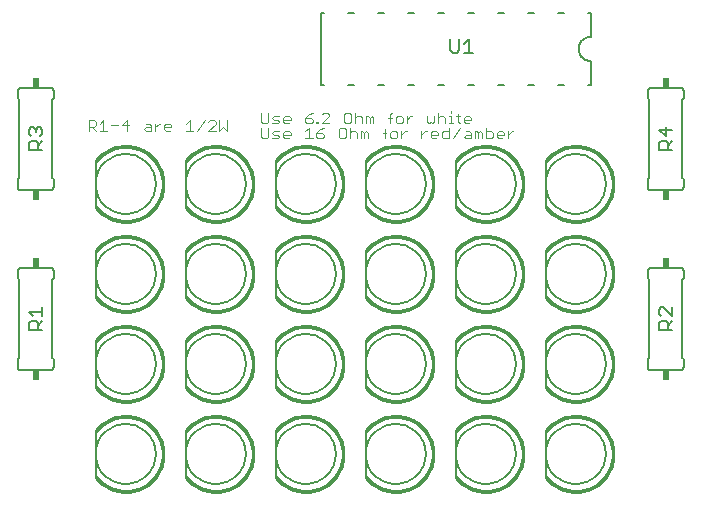
<source format=gto>
G75*
G70*
%OFA0B0*%
%FSLAX24Y24*%
%IPPOS*%
%LPD*%
%AMOC8*
5,1,8,0,0,1.08239X$1,22.5*
%
%ADD10C,0.0040*%
%ADD11C,0.0060*%
%ADD12R,0.0240X0.0340*%
%ADD13C,0.0050*%
%ADD14C,0.0080*%
%ADD15C,0.0010*%
D10*
X009181Y012121D02*
X009301Y012121D01*
X009361Y012181D01*
X009361Y012481D01*
X009301Y012621D02*
X009181Y012621D01*
X009121Y012681D01*
X009121Y012981D01*
X009361Y012981D02*
X009361Y012681D01*
X009301Y012621D01*
X009489Y012621D02*
X009669Y012621D01*
X009729Y012681D01*
X009669Y012741D01*
X009549Y012741D01*
X009489Y012801D01*
X009549Y012861D01*
X009729Y012861D01*
X009857Y012801D02*
X009917Y012861D01*
X010038Y012861D01*
X010098Y012801D01*
X010098Y012741D01*
X009857Y012741D01*
X009857Y012681D02*
X009857Y012801D01*
X009857Y012681D02*
X009917Y012621D01*
X010038Y012621D01*
X010038Y012361D02*
X009917Y012361D01*
X009857Y012301D01*
X009857Y012181D01*
X009917Y012121D01*
X010038Y012121D01*
X010098Y012241D02*
X009857Y012241D01*
X009729Y012181D02*
X009669Y012121D01*
X009489Y012121D01*
X009549Y012241D02*
X009489Y012301D01*
X009549Y012361D01*
X009729Y012361D01*
X009669Y012241D02*
X009729Y012181D01*
X009669Y012241D02*
X009549Y012241D01*
X009181Y012121D02*
X009121Y012181D01*
X009121Y012481D01*
X010038Y012361D02*
X010098Y012301D01*
X010098Y012241D01*
X010594Y012361D02*
X010714Y012481D01*
X010714Y012121D01*
X010594Y012121D02*
X010834Y012121D01*
X010962Y012181D02*
X010962Y012301D01*
X011142Y012301D01*
X011203Y012241D01*
X011203Y012181D01*
X011142Y012121D01*
X011022Y012121D01*
X010962Y012181D01*
X010962Y012301D02*
X011082Y012421D01*
X011203Y012481D01*
X011146Y012621D02*
X011387Y012861D01*
X011387Y012921D01*
X011327Y012981D01*
X011206Y012981D01*
X011146Y012921D01*
X011022Y012681D02*
X011022Y012621D01*
X010962Y012621D01*
X010962Y012681D01*
X011022Y012681D01*
X011146Y012621D02*
X011387Y012621D01*
X011699Y012421D02*
X011699Y012181D01*
X011759Y012121D01*
X011879Y012121D01*
X011939Y012181D01*
X011939Y012421D01*
X011879Y012481D01*
X011759Y012481D01*
X011699Y012421D01*
X011943Y012621D02*
X012063Y012621D01*
X012123Y012681D01*
X012123Y012921D01*
X012063Y012981D01*
X011943Y012981D01*
X011883Y012921D01*
X011883Y012681D01*
X011943Y012621D01*
X012067Y012481D02*
X012067Y012121D01*
X012067Y012301D02*
X012127Y012361D01*
X012247Y012361D01*
X012307Y012301D01*
X012307Y012121D01*
X012436Y012121D02*
X012436Y012361D01*
X012496Y012361D01*
X012556Y012301D01*
X012616Y012361D01*
X012676Y012301D01*
X012676Y012121D01*
X012556Y012121D02*
X012556Y012301D01*
X012620Y012621D02*
X012620Y012861D01*
X012680Y012861D01*
X012740Y012801D01*
X012800Y012861D01*
X012860Y012801D01*
X012860Y012621D01*
X012740Y012621D02*
X012740Y012801D01*
X012492Y012801D02*
X012492Y012621D01*
X012492Y012801D02*
X012431Y012861D01*
X012311Y012861D01*
X012251Y012801D01*
X012251Y012981D02*
X012251Y012621D01*
X013172Y012301D02*
X013292Y012301D01*
X013418Y012301D02*
X013418Y012181D01*
X013478Y012121D01*
X013598Y012121D01*
X013658Y012181D01*
X013658Y012301D01*
X013598Y012361D01*
X013478Y012361D01*
X013418Y012301D01*
X013292Y012481D02*
X013232Y012421D01*
X013232Y012121D01*
X013786Y012121D02*
X013786Y012361D01*
X013786Y012241D02*
X013906Y012361D01*
X013966Y012361D01*
X013970Y012621D02*
X013970Y012861D01*
X013970Y012741D02*
X014090Y012861D01*
X014150Y012861D01*
X013842Y012801D02*
X013842Y012681D01*
X013782Y012621D01*
X013662Y012621D01*
X013602Y012681D01*
X013602Y012801D01*
X013662Y012861D01*
X013782Y012861D01*
X013842Y012801D01*
X013476Y012801D02*
X013356Y012801D01*
X013416Y012921D02*
X013476Y012981D01*
X013416Y012921D02*
X013416Y012621D01*
X014461Y012361D02*
X014461Y012121D01*
X014461Y012241D02*
X014581Y012361D01*
X014641Y012361D01*
X014768Y012301D02*
X014768Y012181D01*
X014828Y012121D01*
X014948Y012121D01*
X015008Y012241D02*
X014768Y012241D01*
X014768Y012301D02*
X014828Y012361D01*
X014948Y012361D01*
X015008Y012301D01*
X015008Y012241D01*
X015136Y012301D02*
X015196Y012361D01*
X015377Y012361D01*
X015377Y012481D02*
X015377Y012121D01*
X015196Y012121D01*
X015136Y012181D01*
X015136Y012301D01*
X015254Y012621D02*
X015254Y012801D01*
X015194Y012861D01*
X015074Y012861D01*
X015014Y012801D01*
X014886Y012861D02*
X014886Y012681D01*
X014825Y012621D01*
X014765Y012681D01*
X014705Y012621D01*
X014645Y012681D01*
X014645Y012861D01*
X015014Y012981D02*
X015014Y012621D01*
X015382Y012621D02*
X015502Y012621D01*
X015442Y012621D02*
X015442Y012861D01*
X015382Y012861D01*
X015442Y012981D02*
X015442Y013041D01*
X015627Y012861D02*
X015748Y012861D01*
X015687Y012921D02*
X015687Y012681D01*
X015748Y012621D01*
X015873Y012681D02*
X015873Y012801D01*
X015933Y012861D01*
X016053Y012861D01*
X016113Y012801D01*
X016113Y012741D01*
X015873Y012741D01*
X015873Y012681D02*
X015933Y012621D01*
X016053Y012621D01*
X015745Y012481D02*
X015505Y012121D01*
X015873Y012181D02*
X015933Y012241D01*
X016113Y012241D01*
X016113Y012301D02*
X016113Y012121D01*
X015933Y012121D01*
X015873Y012181D01*
X015933Y012361D02*
X016053Y012361D01*
X016113Y012301D01*
X016241Y012361D02*
X016241Y012121D01*
X016361Y012121D02*
X016361Y012301D01*
X016421Y012361D01*
X016481Y012301D01*
X016481Y012121D01*
X016610Y012121D02*
X016790Y012121D01*
X016850Y012181D01*
X016850Y012301D01*
X016790Y012361D01*
X016610Y012361D01*
X016610Y012481D02*
X016610Y012121D01*
X016361Y012301D02*
X016301Y012361D01*
X016241Y012361D01*
X016978Y012301D02*
X016978Y012181D01*
X017038Y012121D01*
X017158Y012121D01*
X017218Y012241D02*
X016978Y012241D01*
X016978Y012301D02*
X017038Y012361D01*
X017158Y012361D01*
X017218Y012301D01*
X017218Y012241D01*
X017346Y012241D02*
X017466Y012361D01*
X017526Y012361D01*
X017346Y012361D02*
X017346Y012121D01*
X010834Y012681D02*
X010834Y012741D01*
X010774Y012801D01*
X010594Y012801D01*
X010594Y012681D01*
X010654Y012621D01*
X010774Y012621D01*
X010834Y012681D01*
X010714Y012921D02*
X010594Y012801D01*
X010714Y012921D02*
X010834Y012981D01*
X007969Y012731D02*
X007969Y012371D01*
X007849Y012491D01*
X007729Y012371D01*
X007729Y012731D01*
X007601Y012671D02*
X007541Y012731D01*
X007421Y012731D01*
X007361Y012671D01*
X007233Y012731D02*
X006992Y012371D01*
X006864Y012371D02*
X006624Y012371D01*
X006744Y012371D02*
X006744Y012731D01*
X006624Y012611D01*
X006128Y012551D02*
X006128Y012491D01*
X005888Y012491D01*
X005888Y012551D02*
X005948Y012611D01*
X006068Y012611D01*
X006128Y012551D01*
X006068Y012371D02*
X005948Y012371D01*
X005888Y012431D01*
X005888Y012551D01*
X005761Y012611D02*
X005701Y012611D01*
X005581Y012491D01*
X005581Y012371D02*
X005581Y012611D01*
X005453Y012551D02*
X005453Y012371D01*
X005272Y012371D01*
X005212Y012431D01*
X005272Y012491D01*
X005453Y012491D01*
X005453Y012551D02*
X005392Y012611D01*
X005272Y012611D01*
X004716Y012551D02*
X004476Y012551D01*
X004656Y012731D01*
X004656Y012371D01*
X004348Y012551D02*
X004107Y012551D01*
X003979Y012371D02*
X003739Y012371D01*
X003859Y012371D02*
X003859Y012731D01*
X003739Y012611D01*
X003611Y012671D02*
X003611Y012551D01*
X003551Y012491D01*
X003371Y012491D01*
X003491Y012491D02*
X003611Y012371D01*
X003371Y012371D02*
X003371Y012731D01*
X003551Y012731D01*
X003611Y012671D01*
X007361Y012371D02*
X007601Y012611D01*
X007601Y012671D01*
X007601Y012371D02*
X007361Y012371D01*
D11*
X006601Y010601D02*
X006603Y010664D01*
X006609Y010726D01*
X006619Y010788D01*
X006632Y010850D01*
X006650Y010910D01*
X006671Y010969D01*
X006696Y011027D01*
X006725Y011083D01*
X006757Y011137D01*
X006792Y011189D01*
X006830Y011238D01*
X006872Y011286D01*
X006916Y011330D01*
X006964Y011372D01*
X007013Y011410D01*
X007065Y011445D01*
X007119Y011477D01*
X007175Y011506D01*
X007233Y011531D01*
X007292Y011552D01*
X007352Y011570D01*
X007414Y011583D01*
X007476Y011593D01*
X007538Y011599D01*
X007601Y011601D01*
X007664Y011599D01*
X007726Y011593D01*
X007788Y011583D01*
X007850Y011570D01*
X007910Y011552D01*
X007969Y011531D01*
X008027Y011506D01*
X008083Y011477D01*
X008137Y011445D01*
X008189Y011410D01*
X008238Y011372D01*
X008286Y011330D01*
X008330Y011286D01*
X008372Y011238D01*
X008410Y011189D01*
X008445Y011137D01*
X008477Y011083D01*
X008506Y011027D01*
X008531Y010969D01*
X008552Y010910D01*
X008570Y010850D01*
X008583Y010788D01*
X008593Y010726D01*
X008599Y010664D01*
X008601Y010601D01*
X008599Y010538D01*
X008593Y010476D01*
X008583Y010414D01*
X008570Y010352D01*
X008552Y010292D01*
X008531Y010233D01*
X008506Y010175D01*
X008477Y010119D01*
X008445Y010065D01*
X008410Y010013D01*
X008372Y009964D01*
X008330Y009916D01*
X008286Y009872D01*
X008238Y009830D01*
X008189Y009792D01*
X008137Y009757D01*
X008083Y009725D01*
X008027Y009696D01*
X007969Y009671D01*
X007910Y009650D01*
X007850Y009632D01*
X007788Y009619D01*
X007726Y009609D01*
X007664Y009603D01*
X007601Y009601D01*
X007538Y009603D01*
X007476Y009609D01*
X007414Y009619D01*
X007352Y009632D01*
X007292Y009650D01*
X007233Y009671D01*
X007175Y009696D01*
X007119Y009725D01*
X007065Y009757D01*
X007013Y009792D01*
X006964Y009830D01*
X006916Y009872D01*
X006872Y009916D01*
X006830Y009964D01*
X006792Y010013D01*
X006757Y010065D01*
X006725Y010119D01*
X006696Y010175D01*
X006671Y010233D01*
X006650Y010292D01*
X006632Y010352D01*
X006619Y010414D01*
X006609Y010476D01*
X006603Y010538D01*
X006601Y010601D01*
X003601Y010601D02*
X003603Y010664D01*
X003609Y010726D01*
X003619Y010788D01*
X003632Y010850D01*
X003650Y010910D01*
X003671Y010969D01*
X003696Y011027D01*
X003725Y011083D01*
X003757Y011137D01*
X003792Y011189D01*
X003830Y011238D01*
X003872Y011286D01*
X003916Y011330D01*
X003964Y011372D01*
X004013Y011410D01*
X004065Y011445D01*
X004119Y011477D01*
X004175Y011506D01*
X004233Y011531D01*
X004292Y011552D01*
X004352Y011570D01*
X004414Y011583D01*
X004476Y011593D01*
X004538Y011599D01*
X004601Y011601D01*
X004664Y011599D01*
X004726Y011593D01*
X004788Y011583D01*
X004850Y011570D01*
X004910Y011552D01*
X004969Y011531D01*
X005027Y011506D01*
X005083Y011477D01*
X005137Y011445D01*
X005189Y011410D01*
X005238Y011372D01*
X005286Y011330D01*
X005330Y011286D01*
X005372Y011238D01*
X005410Y011189D01*
X005445Y011137D01*
X005477Y011083D01*
X005506Y011027D01*
X005531Y010969D01*
X005552Y010910D01*
X005570Y010850D01*
X005583Y010788D01*
X005593Y010726D01*
X005599Y010664D01*
X005601Y010601D01*
X005599Y010538D01*
X005593Y010476D01*
X005583Y010414D01*
X005570Y010352D01*
X005552Y010292D01*
X005531Y010233D01*
X005506Y010175D01*
X005477Y010119D01*
X005445Y010065D01*
X005410Y010013D01*
X005372Y009964D01*
X005330Y009916D01*
X005286Y009872D01*
X005238Y009830D01*
X005189Y009792D01*
X005137Y009757D01*
X005083Y009725D01*
X005027Y009696D01*
X004969Y009671D01*
X004910Y009650D01*
X004850Y009632D01*
X004788Y009619D01*
X004726Y009609D01*
X004664Y009603D01*
X004601Y009601D01*
X004538Y009603D01*
X004476Y009609D01*
X004414Y009619D01*
X004352Y009632D01*
X004292Y009650D01*
X004233Y009671D01*
X004175Y009696D01*
X004119Y009725D01*
X004065Y009757D01*
X004013Y009792D01*
X003964Y009830D01*
X003916Y009872D01*
X003872Y009916D01*
X003830Y009964D01*
X003792Y010013D01*
X003757Y010065D01*
X003725Y010119D01*
X003696Y010175D01*
X003671Y010233D01*
X003650Y010292D01*
X003632Y010352D01*
X003619Y010414D01*
X003609Y010476D01*
X003603Y010538D01*
X003601Y010601D01*
X002201Y010501D02*
X002201Y010751D01*
X002151Y010801D01*
X002151Y013401D01*
X002201Y013451D01*
X002201Y013701D01*
X002199Y013718D01*
X002195Y013735D01*
X002188Y013751D01*
X002178Y013765D01*
X002165Y013778D01*
X002151Y013788D01*
X002135Y013795D01*
X002118Y013799D01*
X002101Y013801D01*
X001101Y013801D01*
X001084Y013799D01*
X001067Y013795D01*
X001051Y013788D01*
X001037Y013778D01*
X001024Y013765D01*
X001014Y013751D01*
X001007Y013735D01*
X001003Y013718D01*
X001001Y013701D01*
X001001Y013451D01*
X001051Y013401D01*
X001051Y010801D01*
X001001Y010751D01*
X001001Y010501D01*
X001003Y010484D01*
X001007Y010467D01*
X001014Y010451D01*
X001024Y010437D01*
X001037Y010424D01*
X001051Y010414D01*
X001067Y010407D01*
X001084Y010403D01*
X001101Y010401D01*
X002101Y010401D01*
X002118Y010403D01*
X002135Y010407D01*
X002151Y010414D01*
X002165Y010424D01*
X002178Y010437D01*
X002188Y010451D01*
X002195Y010467D01*
X002199Y010484D01*
X002201Y010501D01*
X002101Y007801D02*
X001101Y007801D01*
X001084Y007799D01*
X001067Y007795D01*
X001051Y007788D01*
X001037Y007778D01*
X001024Y007765D01*
X001014Y007751D01*
X001007Y007735D01*
X001003Y007718D01*
X001001Y007701D01*
X001001Y007451D01*
X001051Y007401D01*
X001051Y004801D01*
X001001Y004751D01*
X001001Y004501D01*
X001003Y004484D01*
X001007Y004467D01*
X001014Y004451D01*
X001024Y004437D01*
X001037Y004424D01*
X001051Y004414D01*
X001067Y004407D01*
X001084Y004403D01*
X001101Y004401D01*
X002101Y004401D01*
X002118Y004403D01*
X002135Y004407D01*
X002151Y004414D01*
X002165Y004424D01*
X002178Y004437D01*
X002188Y004451D01*
X002195Y004467D01*
X002199Y004484D01*
X002201Y004501D01*
X002201Y004751D01*
X002151Y004801D01*
X002151Y007401D01*
X002201Y007451D01*
X002201Y007701D01*
X002199Y007718D01*
X002195Y007735D01*
X002188Y007751D01*
X002178Y007765D01*
X002165Y007778D01*
X002151Y007788D01*
X002135Y007795D01*
X002118Y007799D01*
X002101Y007801D01*
X003601Y007601D02*
X003603Y007664D01*
X003609Y007726D01*
X003619Y007788D01*
X003632Y007850D01*
X003650Y007910D01*
X003671Y007969D01*
X003696Y008027D01*
X003725Y008083D01*
X003757Y008137D01*
X003792Y008189D01*
X003830Y008238D01*
X003872Y008286D01*
X003916Y008330D01*
X003964Y008372D01*
X004013Y008410D01*
X004065Y008445D01*
X004119Y008477D01*
X004175Y008506D01*
X004233Y008531D01*
X004292Y008552D01*
X004352Y008570D01*
X004414Y008583D01*
X004476Y008593D01*
X004538Y008599D01*
X004601Y008601D01*
X004664Y008599D01*
X004726Y008593D01*
X004788Y008583D01*
X004850Y008570D01*
X004910Y008552D01*
X004969Y008531D01*
X005027Y008506D01*
X005083Y008477D01*
X005137Y008445D01*
X005189Y008410D01*
X005238Y008372D01*
X005286Y008330D01*
X005330Y008286D01*
X005372Y008238D01*
X005410Y008189D01*
X005445Y008137D01*
X005477Y008083D01*
X005506Y008027D01*
X005531Y007969D01*
X005552Y007910D01*
X005570Y007850D01*
X005583Y007788D01*
X005593Y007726D01*
X005599Y007664D01*
X005601Y007601D01*
X005599Y007538D01*
X005593Y007476D01*
X005583Y007414D01*
X005570Y007352D01*
X005552Y007292D01*
X005531Y007233D01*
X005506Y007175D01*
X005477Y007119D01*
X005445Y007065D01*
X005410Y007013D01*
X005372Y006964D01*
X005330Y006916D01*
X005286Y006872D01*
X005238Y006830D01*
X005189Y006792D01*
X005137Y006757D01*
X005083Y006725D01*
X005027Y006696D01*
X004969Y006671D01*
X004910Y006650D01*
X004850Y006632D01*
X004788Y006619D01*
X004726Y006609D01*
X004664Y006603D01*
X004601Y006601D01*
X004538Y006603D01*
X004476Y006609D01*
X004414Y006619D01*
X004352Y006632D01*
X004292Y006650D01*
X004233Y006671D01*
X004175Y006696D01*
X004119Y006725D01*
X004065Y006757D01*
X004013Y006792D01*
X003964Y006830D01*
X003916Y006872D01*
X003872Y006916D01*
X003830Y006964D01*
X003792Y007013D01*
X003757Y007065D01*
X003725Y007119D01*
X003696Y007175D01*
X003671Y007233D01*
X003650Y007292D01*
X003632Y007352D01*
X003619Y007414D01*
X003609Y007476D01*
X003603Y007538D01*
X003601Y007601D01*
X003601Y004601D02*
X003603Y004664D01*
X003609Y004726D01*
X003619Y004788D01*
X003632Y004850D01*
X003650Y004910D01*
X003671Y004969D01*
X003696Y005027D01*
X003725Y005083D01*
X003757Y005137D01*
X003792Y005189D01*
X003830Y005238D01*
X003872Y005286D01*
X003916Y005330D01*
X003964Y005372D01*
X004013Y005410D01*
X004065Y005445D01*
X004119Y005477D01*
X004175Y005506D01*
X004233Y005531D01*
X004292Y005552D01*
X004352Y005570D01*
X004414Y005583D01*
X004476Y005593D01*
X004538Y005599D01*
X004601Y005601D01*
X004664Y005599D01*
X004726Y005593D01*
X004788Y005583D01*
X004850Y005570D01*
X004910Y005552D01*
X004969Y005531D01*
X005027Y005506D01*
X005083Y005477D01*
X005137Y005445D01*
X005189Y005410D01*
X005238Y005372D01*
X005286Y005330D01*
X005330Y005286D01*
X005372Y005238D01*
X005410Y005189D01*
X005445Y005137D01*
X005477Y005083D01*
X005506Y005027D01*
X005531Y004969D01*
X005552Y004910D01*
X005570Y004850D01*
X005583Y004788D01*
X005593Y004726D01*
X005599Y004664D01*
X005601Y004601D01*
X005599Y004538D01*
X005593Y004476D01*
X005583Y004414D01*
X005570Y004352D01*
X005552Y004292D01*
X005531Y004233D01*
X005506Y004175D01*
X005477Y004119D01*
X005445Y004065D01*
X005410Y004013D01*
X005372Y003964D01*
X005330Y003916D01*
X005286Y003872D01*
X005238Y003830D01*
X005189Y003792D01*
X005137Y003757D01*
X005083Y003725D01*
X005027Y003696D01*
X004969Y003671D01*
X004910Y003650D01*
X004850Y003632D01*
X004788Y003619D01*
X004726Y003609D01*
X004664Y003603D01*
X004601Y003601D01*
X004538Y003603D01*
X004476Y003609D01*
X004414Y003619D01*
X004352Y003632D01*
X004292Y003650D01*
X004233Y003671D01*
X004175Y003696D01*
X004119Y003725D01*
X004065Y003757D01*
X004013Y003792D01*
X003964Y003830D01*
X003916Y003872D01*
X003872Y003916D01*
X003830Y003964D01*
X003792Y004013D01*
X003757Y004065D01*
X003725Y004119D01*
X003696Y004175D01*
X003671Y004233D01*
X003650Y004292D01*
X003632Y004352D01*
X003619Y004414D01*
X003609Y004476D01*
X003603Y004538D01*
X003601Y004601D01*
X003601Y001601D02*
X003603Y001664D01*
X003609Y001726D01*
X003619Y001788D01*
X003632Y001850D01*
X003650Y001910D01*
X003671Y001969D01*
X003696Y002027D01*
X003725Y002083D01*
X003757Y002137D01*
X003792Y002189D01*
X003830Y002238D01*
X003872Y002286D01*
X003916Y002330D01*
X003964Y002372D01*
X004013Y002410D01*
X004065Y002445D01*
X004119Y002477D01*
X004175Y002506D01*
X004233Y002531D01*
X004292Y002552D01*
X004352Y002570D01*
X004414Y002583D01*
X004476Y002593D01*
X004538Y002599D01*
X004601Y002601D01*
X004664Y002599D01*
X004726Y002593D01*
X004788Y002583D01*
X004850Y002570D01*
X004910Y002552D01*
X004969Y002531D01*
X005027Y002506D01*
X005083Y002477D01*
X005137Y002445D01*
X005189Y002410D01*
X005238Y002372D01*
X005286Y002330D01*
X005330Y002286D01*
X005372Y002238D01*
X005410Y002189D01*
X005445Y002137D01*
X005477Y002083D01*
X005506Y002027D01*
X005531Y001969D01*
X005552Y001910D01*
X005570Y001850D01*
X005583Y001788D01*
X005593Y001726D01*
X005599Y001664D01*
X005601Y001601D01*
X005599Y001538D01*
X005593Y001476D01*
X005583Y001414D01*
X005570Y001352D01*
X005552Y001292D01*
X005531Y001233D01*
X005506Y001175D01*
X005477Y001119D01*
X005445Y001065D01*
X005410Y001013D01*
X005372Y000964D01*
X005330Y000916D01*
X005286Y000872D01*
X005238Y000830D01*
X005189Y000792D01*
X005137Y000757D01*
X005083Y000725D01*
X005027Y000696D01*
X004969Y000671D01*
X004910Y000650D01*
X004850Y000632D01*
X004788Y000619D01*
X004726Y000609D01*
X004664Y000603D01*
X004601Y000601D01*
X004538Y000603D01*
X004476Y000609D01*
X004414Y000619D01*
X004352Y000632D01*
X004292Y000650D01*
X004233Y000671D01*
X004175Y000696D01*
X004119Y000725D01*
X004065Y000757D01*
X004013Y000792D01*
X003964Y000830D01*
X003916Y000872D01*
X003872Y000916D01*
X003830Y000964D01*
X003792Y001013D01*
X003757Y001065D01*
X003725Y001119D01*
X003696Y001175D01*
X003671Y001233D01*
X003650Y001292D01*
X003632Y001352D01*
X003619Y001414D01*
X003609Y001476D01*
X003603Y001538D01*
X003601Y001601D01*
X006601Y001601D02*
X006603Y001664D01*
X006609Y001726D01*
X006619Y001788D01*
X006632Y001850D01*
X006650Y001910D01*
X006671Y001969D01*
X006696Y002027D01*
X006725Y002083D01*
X006757Y002137D01*
X006792Y002189D01*
X006830Y002238D01*
X006872Y002286D01*
X006916Y002330D01*
X006964Y002372D01*
X007013Y002410D01*
X007065Y002445D01*
X007119Y002477D01*
X007175Y002506D01*
X007233Y002531D01*
X007292Y002552D01*
X007352Y002570D01*
X007414Y002583D01*
X007476Y002593D01*
X007538Y002599D01*
X007601Y002601D01*
X007664Y002599D01*
X007726Y002593D01*
X007788Y002583D01*
X007850Y002570D01*
X007910Y002552D01*
X007969Y002531D01*
X008027Y002506D01*
X008083Y002477D01*
X008137Y002445D01*
X008189Y002410D01*
X008238Y002372D01*
X008286Y002330D01*
X008330Y002286D01*
X008372Y002238D01*
X008410Y002189D01*
X008445Y002137D01*
X008477Y002083D01*
X008506Y002027D01*
X008531Y001969D01*
X008552Y001910D01*
X008570Y001850D01*
X008583Y001788D01*
X008593Y001726D01*
X008599Y001664D01*
X008601Y001601D01*
X008599Y001538D01*
X008593Y001476D01*
X008583Y001414D01*
X008570Y001352D01*
X008552Y001292D01*
X008531Y001233D01*
X008506Y001175D01*
X008477Y001119D01*
X008445Y001065D01*
X008410Y001013D01*
X008372Y000964D01*
X008330Y000916D01*
X008286Y000872D01*
X008238Y000830D01*
X008189Y000792D01*
X008137Y000757D01*
X008083Y000725D01*
X008027Y000696D01*
X007969Y000671D01*
X007910Y000650D01*
X007850Y000632D01*
X007788Y000619D01*
X007726Y000609D01*
X007664Y000603D01*
X007601Y000601D01*
X007538Y000603D01*
X007476Y000609D01*
X007414Y000619D01*
X007352Y000632D01*
X007292Y000650D01*
X007233Y000671D01*
X007175Y000696D01*
X007119Y000725D01*
X007065Y000757D01*
X007013Y000792D01*
X006964Y000830D01*
X006916Y000872D01*
X006872Y000916D01*
X006830Y000964D01*
X006792Y001013D01*
X006757Y001065D01*
X006725Y001119D01*
X006696Y001175D01*
X006671Y001233D01*
X006650Y001292D01*
X006632Y001352D01*
X006619Y001414D01*
X006609Y001476D01*
X006603Y001538D01*
X006601Y001601D01*
X006601Y004601D02*
X006603Y004664D01*
X006609Y004726D01*
X006619Y004788D01*
X006632Y004850D01*
X006650Y004910D01*
X006671Y004969D01*
X006696Y005027D01*
X006725Y005083D01*
X006757Y005137D01*
X006792Y005189D01*
X006830Y005238D01*
X006872Y005286D01*
X006916Y005330D01*
X006964Y005372D01*
X007013Y005410D01*
X007065Y005445D01*
X007119Y005477D01*
X007175Y005506D01*
X007233Y005531D01*
X007292Y005552D01*
X007352Y005570D01*
X007414Y005583D01*
X007476Y005593D01*
X007538Y005599D01*
X007601Y005601D01*
X007664Y005599D01*
X007726Y005593D01*
X007788Y005583D01*
X007850Y005570D01*
X007910Y005552D01*
X007969Y005531D01*
X008027Y005506D01*
X008083Y005477D01*
X008137Y005445D01*
X008189Y005410D01*
X008238Y005372D01*
X008286Y005330D01*
X008330Y005286D01*
X008372Y005238D01*
X008410Y005189D01*
X008445Y005137D01*
X008477Y005083D01*
X008506Y005027D01*
X008531Y004969D01*
X008552Y004910D01*
X008570Y004850D01*
X008583Y004788D01*
X008593Y004726D01*
X008599Y004664D01*
X008601Y004601D01*
X008599Y004538D01*
X008593Y004476D01*
X008583Y004414D01*
X008570Y004352D01*
X008552Y004292D01*
X008531Y004233D01*
X008506Y004175D01*
X008477Y004119D01*
X008445Y004065D01*
X008410Y004013D01*
X008372Y003964D01*
X008330Y003916D01*
X008286Y003872D01*
X008238Y003830D01*
X008189Y003792D01*
X008137Y003757D01*
X008083Y003725D01*
X008027Y003696D01*
X007969Y003671D01*
X007910Y003650D01*
X007850Y003632D01*
X007788Y003619D01*
X007726Y003609D01*
X007664Y003603D01*
X007601Y003601D01*
X007538Y003603D01*
X007476Y003609D01*
X007414Y003619D01*
X007352Y003632D01*
X007292Y003650D01*
X007233Y003671D01*
X007175Y003696D01*
X007119Y003725D01*
X007065Y003757D01*
X007013Y003792D01*
X006964Y003830D01*
X006916Y003872D01*
X006872Y003916D01*
X006830Y003964D01*
X006792Y004013D01*
X006757Y004065D01*
X006725Y004119D01*
X006696Y004175D01*
X006671Y004233D01*
X006650Y004292D01*
X006632Y004352D01*
X006619Y004414D01*
X006609Y004476D01*
X006603Y004538D01*
X006601Y004601D01*
X006601Y007601D02*
X006603Y007664D01*
X006609Y007726D01*
X006619Y007788D01*
X006632Y007850D01*
X006650Y007910D01*
X006671Y007969D01*
X006696Y008027D01*
X006725Y008083D01*
X006757Y008137D01*
X006792Y008189D01*
X006830Y008238D01*
X006872Y008286D01*
X006916Y008330D01*
X006964Y008372D01*
X007013Y008410D01*
X007065Y008445D01*
X007119Y008477D01*
X007175Y008506D01*
X007233Y008531D01*
X007292Y008552D01*
X007352Y008570D01*
X007414Y008583D01*
X007476Y008593D01*
X007538Y008599D01*
X007601Y008601D01*
X007664Y008599D01*
X007726Y008593D01*
X007788Y008583D01*
X007850Y008570D01*
X007910Y008552D01*
X007969Y008531D01*
X008027Y008506D01*
X008083Y008477D01*
X008137Y008445D01*
X008189Y008410D01*
X008238Y008372D01*
X008286Y008330D01*
X008330Y008286D01*
X008372Y008238D01*
X008410Y008189D01*
X008445Y008137D01*
X008477Y008083D01*
X008506Y008027D01*
X008531Y007969D01*
X008552Y007910D01*
X008570Y007850D01*
X008583Y007788D01*
X008593Y007726D01*
X008599Y007664D01*
X008601Y007601D01*
X008599Y007538D01*
X008593Y007476D01*
X008583Y007414D01*
X008570Y007352D01*
X008552Y007292D01*
X008531Y007233D01*
X008506Y007175D01*
X008477Y007119D01*
X008445Y007065D01*
X008410Y007013D01*
X008372Y006964D01*
X008330Y006916D01*
X008286Y006872D01*
X008238Y006830D01*
X008189Y006792D01*
X008137Y006757D01*
X008083Y006725D01*
X008027Y006696D01*
X007969Y006671D01*
X007910Y006650D01*
X007850Y006632D01*
X007788Y006619D01*
X007726Y006609D01*
X007664Y006603D01*
X007601Y006601D01*
X007538Y006603D01*
X007476Y006609D01*
X007414Y006619D01*
X007352Y006632D01*
X007292Y006650D01*
X007233Y006671D01*
X007175Y006696D01*
X007119Y006725D01*
X007065Y006757D01*
X007013Y006792D01*
X006964Y006830D01*
X006916Y006872D01*
X006872Y006916D01*
X006830Y006964D01*
X006792Y007013D01*
X006757Y007065D01*
X006725Y007119D01*
X006696Y007175D01*
X006671Y007233D01*
X006650Y007292D01*
X006632Y007352D01*
X006619Y007414D01*
X006609Y007476D01*
X006603Y007538D01*
X006601Y007601D01*
X009601Y007601D02*
X009603Y007664D01*
X009609Y007726D01*
X009619Y007788D01*
X009632Y007850D01*
X009650Y007910D01*
X009671Y007969D01*
X009696Y008027D01*
X009725Y008083D01*
X009757Y008137D01*
X009792Y008189D01*
X009830Y008238D01*
X009872Y008286D01*
X009916Y008330D01*
X009964Y008372D01*
X010013Y008410D01*
X010065Y008445D01*
X010119Y008477D01*
X010175Y008506D01*
X010233Y008531D01*
X010292Y008552D01*
X010352Y008570D01*
X010414Y008583D01*
X010476Y008593D01*
X010538Y008599D01*
X010601Y008601D01*
X010664Y008599D01*
X010726Y008593D01*
X010788Y008583D01*
X010850Y008570D01*
X010910Y008552D01*
X010969Y008531D01*
X011027Y008506D01*
X011083Y008477D01*
X011137Y008445D01*
X011189Y008410D01*
X011238Y008372D01*
X011286Y008330D01*
X011330Y008286D01*
X011372Y008238D01*
X011410Y008189D01*
X011445Y008137D01*
X011477Y008083D01*
X011506Y008027D01*
X011531Y007969D01*
X011552Y007910D01*
X011570Y007850D01*
X011583Y007788D01*
X011593Y007726D01*
X011599Y007664D01*
X011601Y007601D01*
X011599Y007538D01*
X011593Y007476D01*
X011583Y007414D01*
X011570Y007352D01*
X011552Y007292D01*
X011531Y007233D01*
X011506Y007175D01*
X011477Y007119D01*
X011445Y007065D01*
X011410Y007013D01*
X011372Y006964D01*
X011330Y006916D01*
X011286Y006872D01*
X011238Y006830D01*
X011189Y006792D01*
X011137Y006757D01*
X011083Y006725D01*
X011027Y006696D01*
X010969Y006671D01*
X010910Y006650D01*
X010850Y006632D01*
X010788Y006619D01*
X010726Y006609D01*
X010664Y006603D01*
X010601Y006601D01*
X010538Y006603D01*
X010476Y006609D01*
X010414Y006619D01*
X010352Y006632D01*
X010292Y006650D01*
X010233Y006671D01*
X010175Y006696D01*
X010119Y006725D01*
X010065Y006757D01*
X010013Y006792D01*
X009964Y006830D01*
X009916Y006872D01*
X009872Y006916D01*
X009830Y006964D01*
X009792Y007013D01*
X009757Y007065D01*
X009725Y007119D01*
X009696Y007175D01*
X009671Y007233D01*
X009650Y007292D01*
X009632Y007352D01*
X009619Y007414D01*
X009609Y007476D01*
X009603Y007538D01*
X009601Y007601D01*
X009601Y004601D02*
X009603Y004664D01*
X009609Y004726D01*
X009619Y004788D01*
X009632Y004850D01*
X009650Y004910D01*
X009671Y004969D01*
X009696Y005027D01*
X009725Y005083D01*
X009757Y005137D01*
X009792Y005189D01*
X009830Y005238D01*
X009872Y005286D01*
X009916Y005330D01*
X009964Y005372D01*
X010013Y005410D01*
X010065Y005445D01*
X010119Y005477D01*
X010175Y005506D01*
X010233Y005531D01*
X010292Y005552D01*
X010352Y005570D01*
X010414Y005583D01*
X010476Y005593D01*
X010538Y005599D01*
X010601Y005601D01*
X010664Y005599D01*
X010726Y005593D01*
X010788Y005583D01*
X010850Y005570D01*
X010910Y005552D01*
X010969Y005531D01*
X011027Y005506D01*
X011083Y005477D01*
X011137Y005445D01*
X011189Y005410D01*
X011238Y005372D01*
X011286Y005330D01*
X011330Y005286D01*
X011372Y005238D01*
X011410Y005189D01*
X011445Y005137D01*
X011477Y005083D01*
X011506Y005027D01*
X011531Y004969D01*
X011552Y004910D01*
X011570Y004850D01*
X011583Y004788D01*
X011593Y004726D01*
X011599Y004664D01*
X011601Y004601D01*
X011599Y004538D01*
X011593Y004476D01*
X011583Y004414D01*
X011570Y004352D01*
X011552Y004292D01*
X011531Y004233D01*
X011506Y004175D01*
X011477Y004119D01*
X011445Y004065D01*
X011410Y004013D01*
X011372Y003964D01*
X011330Y003916D01*
X011286Y003872D01*
X011238Y003830D01*
X011189Y003792D01*
X011137Y003757D01*
X011083Y003725D01*
X011027Y003696D01*
X010969Y003671D01*
X010910Y003650D01*
X010850Y003632D01*
X010788Y003619D01*
X010726Y003609D01*
X010664Y003603D01*
X010601Y003601D01*
X010538Y003603D01*
X010476Y003609D01*
X010414Y003619D01*
X010352Y003632D01*
X010292Y003650D01*
X010233Y003671D01*
X010175Y003696D01*
X010119Y003725D01*
X010065Y003757D01*
X010013Y003792D01*
X009964Y003830D01*
X009916Y003872D01*
X009872Y003916D01*
X009830Y003964D01*
X009792Y004013D01*
X009757Y004065D01*
X009725Y004119D01*
X009696Y004175D01*
X009671Y004233D01*
X009650Y004292D01*
X009632Y004352D01*
X009619Y004414D01*
X009609Y004476D01*
X009603Y004538D01*
X009601Y004601D01*
X009601Y001601D02*
X009603Y001664D01*
X009609Y001726D01*
X009619Y001788D01*
X009632Y001850D01*
X009650Y001910D01*
X009671Y001969D01*
X009696Y002027D01*
X009725Y002083D01*
X009757Y002137D01*
X009792Y002189D01*
X009830Y002238D01*
X009872Y002286D01*
X009916Y002330D01*
X009964Y002372D01*
X010013Y002410D01*
X010065Y002445D01*
X010119Y002477D01*
X010175Y002506D01*
X010233Y002531D01*
X010292Y002552D01*
X010352Y002570D01*
X010414Y002583D01*
X010476Y002593D01*
X010538Y002599D01*
X010601Y002601D01*
X010664Y002599D01*
X010726Y002593D01*
X010788Y002583D01*
X010850Y002570D01*
X010910Y002552D01*
X010969Y002531D01*
X011027Y002506D01*
X011083Y002477D01*
X011137Y002445D01*
X011189Y002410D01*
X011238Y002372D01*
X011286Y002330D01*
X011330Y002286D01*
X011372Y002238D01*
X011410Y002189D01*
X011445Y002137D01*
X011477Y002083D01*
X011506Y002027D01*
X011531Y001969D01*
X011552Y001910D01*
X011570Y001850D01*
X011583Y001788D01*
X011593Y001726D01*
X011599Y001664D01*
X011601Y001601D01*
X011599Y001538D01*
X011593Y001476D01*
X011583Y001414D01*
X011570Y001352D01*
X011552Y001292D01*
X011531Y001233D01*
X011506Y001175D01*
X011477Y001119D01*
X011445Y001065D01*
X011410Y001013D01*
X011372Y000964D01*
X011330Y000916D01*
X011286Y000872D01*
X011238Y000830D01*
X011189Y000792D01*
X011137Y000757D01*
X011083Y000725D01*
X011027Y000696D01*
X010969Y000671D01*
X010910Y000650D01*
X010850Y000632D01*
X010788Y000619D01*
X010726Y000609D01*
X010664Y000603D01*
X010601Y000601D01*
X010538Y000603D01*
X010476Y000609D01*
X010414Y000619D01*
X010352Y000632D01*
X010292Y000650D01*
X010233Y000671D01*
X010175Y000696D01*
X010119Y000725D01*
X010065Y000757D01*
X010013Y000792D01*
X009964Y000830D01*
X009916Y000872D01*
X009872Y000916D01*
X009830Y000964D01*
X009792Y001013D01*
X009757Y001065D01*
X009725Y001119D01*
X009696Y001175D01*
X009671Y001233D01*
X009650Y001292D01*
X009632Y001352D01*
X009619Y001414D01*
X009609Y001476D01*
X009603Y001538D01*
X009601Y001601D01*
X012601Y001601D02*
X012603Y001664D01*
X012609Y001726D01*
X012619Y001788D01*
X012632Y001850D01*
X012650Y001910D01*
X012671Y001969D01*
X012696Y002027D01*
X012725Y002083D01*
X012757Y002137D01*
X012792Y002189D01*
X012830Y002238D01*
X012872Y002286D01*
X012916Y002330D01*
X012964Y002372D01*
X013013Y002410D01*
X013065Y002445D01*
X013119Y002477D01*
X013175Y002506D01*
X013233Y002531D01*
X013292Y002552D01*
X013352Y002570D01*
X013414Y002583D01*
X013476Y002593D01*
X013538Y002599D01*
X013601Y002601D01*
X013664Y002599D01*
X013726Y002593D01*
X013788Y002583D01*
X013850Y002570D01*
X013910Y002552D01*
X013969Y002531D01*
X014027Y002506D01*
X014083Y002477D01*
X014137Y002445D01*
X014189Y002410D01*
X014238Y002372D01*
X014286Y002330D01*
X014330Y002286D01*
X014372Y002238D01*
X014410Y002189D01*
X014445Y002137D01*
X014477Y002083D01*
X014506Y002027D01*
X014531Y001969D01*
X014552Y001910D01*
X014570Y001850D01*
X014583Y001788D01*
X014593Y001726D01*
X014599Y001664D01*
X014601Y001601D01*
X014599Y001538D01*
X014593Y001476D01*
X014583Y001414D01*
X014570Y001352D01*
X014552Y001292D01*
X014531Y001233D01*
X014506Y001175D01*
X014477Y001119D01*
X014445Y001065D01*
X014410Y001013D01*
X014372Y000964D01*
X014330Y000916D01*
X014286Y000872D01*
X014238Y000830D01*
X014189Y000792D01*
X014137Y000757D01*
X014083Y000725D01*
X014027Y000696D01*
X013969Y000671D01*
X013910Y000650D01*
X013850Y000632D01*
X013788Y000619D01*
X013726Y000609D01*
X013664Y000603D01*
X013601Y000601D01*
X013538Y000603D01*
X013476Y000609D01*
X013414Y000619D01*
X013352Y000632D01*
X013292Y000650D01*
X013233Y000671D01*
X013175Y000696D01*
X013119Y000725D01*
X013065Y000757D01*
X013013Y000792D01*
X012964Y000830D01*
X012916Y000872D01*
X012872Y000916D01*
X012830Y000964D01*
X012792Y001013D01*
X012757Y001065D01*
X012725Y001119D01*
X012696Y001175D01*
X012671Y001233D01*
X012650Y001292D01*
X012632Y001352D01*
X012619Y001414D01*
X012609Y001476D01*
X012603Y001538D01*
X012601Y001601D01*
X012601Y004601D02*
X012603Y004664D01*
X012609Y004726D01*
X012619Y004788D01*
X012632Y004850D01*
X012650Y004910D01*
X012671Y004969D01*
X012696Y005027D01*
X012725Y005083D01*
X012757Y005137D01*
X012792Y005189D01*
X012830Y005238D01*
X012872Y005286D01*
X012916Y005330D01*
X012964Y005372D01*
X013013Y005410D01*
X013065Y005445D01*
X013119Y005477D01*
X013175Y005506D01*
X013233Y005531D01*
X013292Y005552D01*
X013352Y005570D01*
X013414Y005583D01*
X013476Y005593D01*
X013538Y005599D01*
X013601Y005601D01*
X013664Y005599D01*
X013726Y005593D01*
X013788Y005583D01*
X013850Y005570D01*
X013910Y005552D01*
X013969Y005531D01*
X014027Y005506D01*
X014083Y005477D01*
X014137Y005445D01*
X014189Y005410D01*
X014238Y005372D01*
X014286Y005330D01*
X014330Y005286D01*
X014372Y005238D01*
X014410Y005189D01*
X014445Y005137D01*
X014477Y005083D01*
X014506Y005027D01*
X014531Y004969D01*
X014552Y004910D01*
X014570Y004850D01*
X014583Y004788D01*
X014593Y004726D01*
X014599Y004664D01*
X014601Y004601D01*
X014599Y004538D01*
X014593Y004476D01*
X014583Y004414D01*
X014570Y004352D01*
X014552Y004292D01*
X014531Y004233D01*
X014506Y004175D01*
X014477Y004119D01*
X014445Y004065D01*
X014410Y004013D01*
X014372Y003964D01*
X014330Y003916D01*
X014286Y003872D01*
X014238Y003830D01*
X014189Y003792D01*
X014137Y003757D01*
X014083Y003725D01*
X014027Y003696D01*
X013969Y003671D01*
X013910Y003650D01*
X013850Y003632D01*
X013788Y003619D01*
X013726Y003609D01*
X013664Y003603D01*
X013601Y003601D01*
X013538Y003603D01*
X013476Y003609D01*
X013414Y003619D01*
X013352Y003632D01*
X013292Y003650D01*
X013233Y003671D01*
X013175Y003696D01*
X013119Y003725D01*
X013065Y003757D01*
X013013Y003792D01*
X012964Y003830D01*
X012916Y003872D01*
X012872Y003916D01*
X012830Y003964D01*
X012792Y004013D01*
X012757Y004065D01*
X012725Y004119D01*
X012696Y004175D01*
X012671Y004233D01*
X012650Y004292D01*
X012632Y004352D01*
X012619Y004414D01*
X012609Y004476D01*
X012603Y004538D01*
X012601Y004601D01*
X012601Y007601D02*
X012603Y007664D01*
X012609Y007726D01*
X012619Y007788D01*
X012632Y007850D01*
X012650Y007910D01*
X012671Y007969D01*
X012696Y008027D01*
X012725Y008083D01*
X012757Y008137D01*
X012792Y008189D01*
X012830Y008238D01*
X012872Y008286D01*
X012916Y008330D01*
X012964Y008372D01*
X013013Y008410D01*
X013065Y008445D01*
X013119Y008477D01*
X013175Y008506D01*
X013233Y008531D01*
X013292Y008552D01*
X013352Y008570D01*
X013414Y008583D01*
X013476Y008593D01*
X013538Y008599D01*
X013601Y008601D01*
X013664Y008599D01*
X013726Y008593D01*
X013788Y008583D01*
X013850Y008570D01*
X013910Y008552D01*
X013969Y008531D01*
X014027Y008506D01*
X014083Y008477D01*
X014137Y008445D01*
X014189Y008410D01*
X014238Y008372D01*
X014286Y008330D01*
X014330Y008286D01*
X014372Y008238D01*
X014410Y008189D01*
X014445Y008137D01*
X014477Y008083D01*
X014506Y008027D01*
X014531Y007969D01*
X014552Y007910D01*
X014570Y007850D01*
X014583Y007788D01*
X014593Y007726D01*
X014599Y007664D01*
X014601Y007601D01*
X014599Y007538D01*
X014593Y007476D01*
X014583Y007414D01*
X014570Y007352D01*
X014552Y007292D01*
X014531Y007233D01*
X014506Y007175D01*
X014477Y007119D01*
X014445Y007065D01*
X014410Y007013D01*
X014372Y006964D01*
X014330Y006916D01*
X014286Y006872D01*
X014238Y006830D01*
X014189Y006792D01*
X014137Y006757D01*
X014083Y006725D01*
X014027Y006696D01*
X013969Y006671D01*
X013910Y006650D01*
X013850Y006632D01*
X013788Y006619D01*
X013726Y006609D01*
X013664Y006603D01*
X013601Y006601D01*
X013538Y006603D01*
X013476Y006609D01*
X013414Y006619D01*
X013352Y006632D01*
X013292Y006650D01*
X013233Y006671D01*
X013175Y006696D01*
X013119Y006725D01*
X013065Y006757D01*
X013013Y006792D01*
X012964Y006830D01*
X012916Y006872D01*
X012872Y006916D01*
X012830Y006964D01*
X012792Y007013D01*
X012757Y007065D01*
X012725Y007119D01*
X012696Y007175D01*
X012671Y007233D01*
X012650Y007292D01*
X012632Y007352D01*
X012619Y007414D01*
X012609Y007476D01*
X012603Y007538D01*
X012601Y007601D01*
X012601Y010601D02*
X012603Y010664D01*
X012609Y010726D01*
X012619Y010788D01*
X012632Y010850D01*
X012650Y010910D01*
X012671Y010969D01*
X012696Y011027D01*
X012725Y011083D01*
X012757Y011137D01*
X012792Y011189D01*
X012830Y011238D01*
X012872Y011286D01*
X012916Y011330D01*
X012964Y011372D01*
X013013Y011410D01*
X013065Y011445D01*
X013119Y011477D01*
X013175Y011506D01*
X013233Y011531D01*
X013292Y011552D01*
X013352Y011570D01*
X013414Y011583D01*
X013476Y011593D01*
X013538Y011599D01*
X013601Y011601D01*
X013664Y011599D01*
X013726Y011593D01*
X013788Y011583D01*
X013850Y011570D01*
X013910Y011552D01*
X013969Y011531D01*
X014027Y011506D01*
X014083Y011477D01*
X014137Y011445D01*
X014189Y011410D01*
X014238Y011372D01*
X014286Y011330D01*
X014330Y011286D01*
X014372Y011238D01*
X014410Y011189D01*
X014445Y011137D01*
X014477Y011083D01*
X014506Y011027D01*
X014531Y010969D01*
X014552Y010910D01*
X014570Y010850D01*
X014583Y010788D01*
X014593Y010726D01*
X014599Y010664D01*
X014601Y010601D01*
X014599Y010538D01*
X014593Y010476D01*
X014583Y010414D01*
X014570Y010352D01*
X014552Y010292D01*
X014531Y010233D01*
X014506Y010175D01*
X014477Y010119D01*
X014445Y010065D01*
X014410Y010013D01*
X014372Y009964D01*
X014330Y009916D01*
X014286Y009872D01*
X014238Y009830D01*
X014189Y009792D01*
X014137Y009757D01*
X014083Y009725D01*
X014027Y009696D01*
X013969Y009671D01*
X013910Y009650D01*
X013850Y009632D01*
X013788Y009619D01*
X013726Y009609D01*
X013664Y009603D01*
X013601Y009601D01*
X013538Y009603D01*
X013476Y009609D01*
X013414Y009619D01*
X013352Y009632D01*
X013292Y009650D01*
X013233Y009671D01*
X013175Y009696D01*
X013119Y009725D01*
X013065Y009757D01*
X013013Y009792D01*
X012964Y009830D01*
X012916Y009872D01*
X012872Y009916D01*
X012830Y009964D01*
X012792Y010013D01*
X012757Y010065D01*
X012725Y010119D01*
X012696Y010175D01*
X012671Y010233D01*
X012650Y010292D01*
X012632Y010352D01*
X012619Y010414D01*
X012609Y010476D01*
X012603Y010538D01*
X012601Y010601D01*
X009601Y010601D02*
X009603Y010664D01*
X009609Y010726D01*
X009619Y010788D01*
X009632Y010850D01*
X009650Y010910D01*
X009671Y010969D01*
X009696Y011027D01*
X009725Y011083D01*
X009757Y011137D01*
X009792Y011189D01*
X009830Y011238D01*
X009872Y011286D01*
X009916Y011330D01*
X009964Y011372D01*
X010013Y011410D01*
X010065Y011445D01*
X010119Y011477D01*
X010175Y011506D01*
X010233Y011531D01*
X010292Y011552D01*
X010352Y011570D01*
X010414Y011583D01*
X010476Y011593D01*
X010538Y011599D01*
X010601Y011601D01*
X010664Y011599D01*
X010726Y011593D01*
X010788Y011583D01*
X010850Y011570D01*
X010910Y011552D01*
X010969Y011531D01*
X011027Y011506D01*
X011083Y011477D01*
X011137Y011445D01*
X011189Y011410D01*
X011238Y011372D01*
X011286Y011330D01*
X011330Y011286D01*
X011372Y011238D01*
X011410Y011189D01*
X011445Y011137D01*
X011477Y011083D01*
X011506Y011027D01*
X011531Y010969D01*
X011552Y010910D01*
X011570Y010850D01*
X011583Y010788D01*
X011593Y010726D01*
X011599Y010664D01*
X011601Y010601D01*
X011599Y010538D01*
X011593Y010476D01*
X011583Y010414D01*
X011570Y010352D01*
X011552Y010292D01*
X011531Y010233D01*
X011506Y010175D01*
X011477Y010119D01*
X011445Y010065D01*
X011410Y010013D01*
X011372Y009964D01*
X011330Y009916D01*
X011286Y009872D01*
X011238Y009830D01*
X011189Y009792D01*
X011137Y009757D01*
X011083Y009725D01*
X011027Y009696D01*
X010969Y009671D01*
X010910Y009650D01*
X010850Y009632D01*
X010788Y009619D01*
X010726Y009609D01*
X010664Y009603D01*
X010601Y009601D01*
X010538Y009603D01*
X010476Y009609D01*
X010414Y009619D01*
X010352Y009632D01*
X010292Y009650D01*
X010233Y009671D01*
X010175Y009696D01*
X010119Y009725D01*
X010065Y009757D01*
X010013Y009792D01*
X009964Y009830D01*
X009916Y009872D01*
X009872Y009916D01*
X009830Y009964D01*
X009792Y010013D01*
X009757Y010065D01*
X009725Y010119D01*
X009696Y010175D01*
X009671Y010233D01*
X009650Y010292D01*
X009632Y010352D01*
X009619Y010414D01*
X009609Y010476D01*
X009603Y010538D01*
X009601Y010601D01*
X015601Y010601D02*
X015603Y010664D01*
X015609Y010726D01*
X015619Y010788D01*
X015632Y010850D01*
X015650Y010910D01*
X015671Y010969D01*
X015696Y011027D01*
X015725Y011083D01*
X015757Y011137D01*
X015792Y011189D01*
X015830Y011238D01*
X015872Y011286D01*
X015916Y011330D01*
X015964Y011372D01*
X016013Y011410D01*
X016065Y011445D01*
X016119Y011477D01*
X016175Y011506D01*
X016233Y011531D01*
X016292Y011552D01*
X016352Y011570D01*
X016414Y011583D01*
X016476Y011593D01*
X016538Y011599D01*
X016601Y011601D01*
X016664Y011599D01*
X016726Y011593D01*
X016788Y011583D01*
X016850Y011570D01*
X016910Y011552D01*
X016969Y011531D01*
X017027Y011506D01*
X017083Y011477D01*
X017137Y011445D01*
X017189Y011410D01*
X017238Y011372D01*
X017286Y011330D01*
X017330Y011286D01*
X017372Y011238D01*
X017410Y011189D01*
X017445Y011137D01*
X017477Y011083D01*
X017506Y011027D01*
X017531Y010969D01*
X017552Y010910D01*
X017570Y010850D01*
X017583Y010788D01*
X017593Y010726D01*
X017599Y010664D01*
X017601Y010601D01*
X017599Y010538D01*
X017593Y010476D01*
X017583Y010414D01*
X017570Y010352D01*
X017552Y010292D01*
X017531Y010233D01*
X017506Y010175D01*
X017477Y010119D01*
X017445Y010065D01*
X017410Y010013D01*
X017372Y009964D01*
X017330Y009916D01*
X017286Y009872D01*
X017238Y009830D01*
X017189Y009792D01*
X017137Y009757D01*
X017083Y009725D01*
X017027Y009696D01*
X016969Y009671D01*
X016910Y009650D01*
X016850Y009632D01*
X016788Y009619D01*
X016726Y009609D01*
X016664Y009603D01*
X016601Y009601D01*
X016538Y009603D01*
X016476Y009609D01*
X016414Y009619D01*
X016352Y009632D01*
X016292Y009650D01*
X016233Y009671D01*
X016175Y009696D01*
X016119Y009725D01*
X016065Y009757D01*
X016013Y009792D01*
X015964Y009830D01*
X015916Y009872D01*
X015872Y009916D01*
X015830Y009964D01*
X015792Y010013D01*
X015757Y010065D01*
X015725Y010119D01*
X015696Y010175D01*
X015671Y010233D01*
X015650Y010292D01*
X015632Y010352D01*
X015619Y010414D01*
X015609Y010476D01*
X015603Y010538D01*
X015601Y010601D01*
X015601Y007601D02*
X015603Y007664D01*
X015609Y007726D01*
X015619Y007788D01*
X015632Y007850D01*
X015650Y007910D01*
X015671Y007969D01*
X015696Y008027D01*
X015725Y008083D01*
X015757Y008137D01*
X015792Y008189D01*
X015830Y008238D01*
X015872Y008286D01*
X015916Y008330D01*
X015964Y008372D01*
X016013Y008410D01*
X016065Y008445D01*
X016119Y008477D01*
X016175Y008506D01*
X016233Y008531D01*
X016292Y008552D01*
X016352Y008570D01*
X016414Y008583D01*
X016476Y008593D01*
X016538Y008599D01*
X016601Y008601D01*
X016664Y008599D01*
X016726Y008593D01*
X016788Y008583D01*
X016850Y008570D01*
X016910Y008552D01*
X016969Y008531D01*
X017027Y008506D01*
X017083Y008477D01*
X017137Y008445D01*
X017189Y008410D01*
X017238Y008372D01*
X017286Y008330D01*
X017330Y008286D01*
X017372Y008238D01*
X017410Y008189D01*
X017445Y008137D01*
X017477Y008083D01*
X017506Y008027D01*
X017531Y007969D01*
X017552Y007910D01*
X017570Y007850D01*
X017583Y007788D01*
X017593Y007726D01*
X017599Y007664D01*
X017601Y007601D01*
X017599Y007538D01*
X017593Y007476D01*
X017583Y007414D01*
X017570Y007352D01*
X017552Y007292D01*
X017531Y007233D01*
X017506Y007175D01*
X017477Y007119D01*
X017445Y007065D01*
X017410Y007013D01*
X017372Y006964D01*
X017330Y006916D01*
X017286Y006872D01*
X017238Y006830D01*
X017189Y006792D01*
X017137Y006757D01*
X017083Y006725D01*
X017027Y006696D01*
X016969Y006671D01*
X016910Y006650D01*
X016850Y006632D01*
X016788Y006619D01*
X016726Y006609D01*
X016664Y006603D01*
X016601Y006601D01*
X016538Y006603D01*
X016476Y006609D01*
X016414Y006619D01*
X016352Y006632D01*
X016292Y006650D01*
X016233Y006671D01*
X016175Y006696D01*
X016119Y006725D01*
X016065Y006757D01*
X016013Y006792D01*
X015964Y006830D01*
X015916Y006872D01*
X015872Y006916D01*
X015830Y006964D01*
X015792Y007013D01*
X015757Y007065D01*
X015725Y007119D01*
X015696Y007175D01*
X015671Y007233D01*
X015650Y007292D01*
X015632Y007352D01*
X015619Y007414D01*
X015609Y007476D01*
X015603Y007538D01*
X015601Y007601D01*
X015601Y004601D02*
X015603Y004664D01*
X015609Y004726D01*
X015619Y004788D01*
X015632Y004850D01*
X015650Y004910D01*
X015671Y004969D01*
X015696Y005027D01*
X015725Y005083D01*
X015757Y005137D01*
X015792Y005189D01*
X015830Y005238D01*
X015872Y005286D01*
X015916Y005330D01*
X015964Y005372D01*
X016013Y005410D01*
X016065Y005445D01*
X016119Y005477D01*
X016175Y005506D01*
X016233Y005531D01*
X016292Y005552D01*
X016352Y005570D01*
X016414Y005583D01*
X016476Y005593D01*
X016538Y005599D01*
X016601Y005601D01*
X016664Y005599D01*
X016726Y005593D01*
X016788Y005583D01*
X016850Y005570D01*
X016910Y005552D01*
X016969Y005531D01*
X017027Y005506D01*
X017083Y005477D01*
X017137Y005445D01*
X017189Y005410D01*
X017238Y005372D01*
X017286Y005330D01*
X017330Y005286D01*
X017372Y005238D01*
X017410Y005189D01*
X017445Y005137D01*
X017477Y005083D01*
X017506Y005027D01*
X017531Y004969D01*
X017552Y004910D01*
X017570Y004850D01*
X017583Y004788D01*
X017593Y004726D01*
X017599Y004664D01*
X017601Y004601D01*
X017599Y004538D01*
X017593Y004476D01*
X017583Y004414D01*
X017570Y004352D01*
X017552Y004292D01*
X017531Y004233D01*
X017506Y004175D01*
X017477Y004119D01*
X017445Y004065D01*
X017410Y004013D01*
X017372Y003964D01*
X017330Y003916D01*
X017286Y003872D01*
X017238Y003830D01*
X017189Y003792D01*
X017137Y003757D01*
X017083Y003725D01*
X017027Y003696D01*
X016969Y003671D01*
X016910Y003650D01*
X016850Y003632D01*
X016788Y003619D01*
X016726Y003609D01*
X016664Y003603D01*
X016601Y003601D01*
X016538Y003603D01*
X016476Y003609D01*
X016414Y003619D01*
X016352Y003632D01*
X016292Y003650D01*
X016233Y003671D01*
X016175Y003696D01*
X016119Y003725D01*
X016065Y003757D01*
X016013Y003792D01*
X015964Y003830D01*
X015916Y003872D01*
X015872Y003916D01*
X015830Y003964D01*
X015792Y004013D01*
X015757Y004065D01*
X015725Y004119D01*
X015696Y004175D01*
X015671Y004233D01*
X015650Y004292D01*
X015632Y004352D01*
X015619Y004414D01*
X015609Y004476D01*
X015603Y004538D01*
X015601Y004601D01*
X015601Y001601D02*
X015603Y001664D01*
X015609Y001726D01*
X015619Y001788D01*
X015632Y001850D01*
X015650Y001910D01*
X015671Y001969D01*
X015696Y002027D01*
X015725Y002083D01*
X015757Y002137D01*
X015792Y002189D01*
X015830Y002238D01*
X015872Y002286D01*
X015916Y002330D01*
X015964Y002372D01*
X016013Y002410D01*
X016065Y002445D01*
X016119Y002477D01*
X016175Y002506D01*
X016233Y002531D01*
X016292Y002552D01*
X016352Y002570D01*
X016414Y002583D01*
X016476Y002593D01*
X016538Y002599D01*
X016601Y002601D01*
X016664Y002599D01*
X016726Y002593D01*
X016788Y002583D01*
X016850Y002570D01*
X016910Y002552D01*
X016969Y002531D01*
X017027Y002506D01*
X017083Y002477D01*
X017137Y002445D01*
X017189Y002410D01*
X017238Y002372D01*
X017286Y002330D01*
X017330Y002286D01*
X017372Y002238D01*
X017410Y002189D01*
X017445Y002137D01*
X017477Y002083D01*
X017506Y002027D01*
X017531Y001969D01*
X017552Y001910D01*
X017570Y001850D01*
X017583Y001788D01*
X017593Y001726D01*
X017599Y001664D01*
X017601Y001601D01*
X017599Y001538D01*
X017593Y001476D01*
X017583Y001414D01*
X017570Y001352D01*
X017552Y001292D01*
X017531Y001233D01*
X017506Y001175D01*
X017477Y001119D01*
X017445Y001065D01*
X017410Y001013D01*
X017372Y000964D01*
X017330Y000916D01*
X017286Y000872D01*
X017238Y000830D01*
X017189Y000792D01*
X017137Y000757D01*
X017083Y000725D01*
X017027Y000696D01*
X016969Y000671D01*
X016910Y000650D01*
X016850Y000632D01*
X016788Y000619D01*
X016726Y000609D01*
X016664Y000603D01*
X016601Y000601D01*
X016538Y000603D01*
X016476Y000609D01*
X016414Y000619D01*
X016352Y000632D01*
X016292Y000650D01*
X016233Y000671D01*
X016175Y000696D01*
X016119Y000725D01*
X016065Y000757D01*
X016013Y000792D01*
X015964Y000830D01*
X015916Y000872D01*
X015872Y000916D01*
X015830Y000964D01*
X015792Y001013D01*
X015757Y001065D01*
X015725Y001119D01*
X015696Y001175D01*
X015671Y001233D01*
X015650Y001292D01*
X015632Y001352D01*
X015619Y001414D01*
X015609Y001476D01*
X015603Y001538D01*
X015601Y001601D01*
X018601Y001601D02*
X018603Y001664D01*
X018609Y001726D01*
X018619Y001788D01*
X018632Y001850D01*
X018650Y001910D01*
X018671Y001969D01*
X018696Y002027D01*
X018725Y002083D01*
X018757Y002137D01*
X018792Y002189D01*
X018830Y002238D01*
X018872Y002286D01*
X018916Y002330D01*
X018964Y002372D01*
X019013Y002410D01*
X019065Y002445D01*
X019119Y002477D01*
X019175Y002506D01*
X019233Y002531D01*
X019292Y002552D01*
X019352Y002570D01*
X019414Y002583D01*
X019476Y002593D01*
X019538Y002599D01*
X019601Y002601D01*
X019664Y002599D01*
X019726Y002593D01*
X019788Y002583D01*
X019850Y002570D01*
X019910Y002552D01*
X019969Y002531D01*
X020027Y002506D01*
X020083Y002477D01*
X020137Y002445D01*
X020189Y002410D01*
X020238Y002372D01*
X020286Y002330D01*
X020330Y002286D01*
X020372Y002238D01*
X020410Y002189D01*
X020445Y002137D01*
X020477Y002083D01*
X020506Y002027D01*
X020531Y001969D01*
X020552Y001910D01*
X020570Y001850D01*
X020583Y001788D01*
X020593Y001726D01*
X020599Y001664D01*
X020601Y001601D01*
X020599Y001538D01*
X020593Y001476D01*
X020583Y001414D01*
X020570Y001352D01*
X020552Y001292D01*
X020531Y001233D01*
X020506Y001175D01*
X020477Y001119D01*
X020445Y001065D01*
X020410Y001013D01*
X020372Y000964D01*
X020330Y000916D01*
X020286Y000872D01*
X020238Y000830D01*
X020189Y000792D01*
X020137Y000757D01*
X020083Y000725D01*
X020027Y000696D01*
X019969Y000671D01*
X019910Y000650D01*
X019850Y000632D01*
X019788Y000619D01*
X019726Y000609D01*
X019664Y000603D01*
X019601Y000601D01*
X019538Y000603D01*
X019476Y000609D01*
X019414Y000619D01*
X019352Y000632D01*
X019292Y000650D01*
X019233Y000671D01*
X019175Y000696D01*
X019119Y000725D01*
X019065Y000757D01*
X019013Y000792D01*
X018964Y000830D01*
X018916Y000872D01*
X018872Y000916D01*
X018830Y000964D01*
X018792Y001013D01*
X018757Y001065D01*
X018725Y001119D01*
X018696Y001175D01*
X018671Y001233D01*
X018650Y001292D01*
X018632Y001352D01*
X018619Y001414D01*
X018609Y001476D01*
X018603Y001538D01*
X018601Y001601D01*
X022001Y004501D02*
X022001Y004751D01*
X022051Y004801D01*
X022051Y007401D01*
X022001Y007451D01*
X022001Y007701D01*
X022003Y007718D01*
X022007Y007735D01*
X022014Y007751D01*
X022024Y007765D01*
X022037Y007778D01*
X022051Y007788D01*
X022067Y007795D01*
X022084Y007799D01*
X022101Y007801D01*
X023101Y007801D01*
X023118Y007799D01*
X023135Y007795D01*
X023151Y007788D01*
X023165Y007778D01*
X023178Y007765D01*
X023188Y007751D01*
X023195Y007735D01*
X023199Y007718D01*
X023201Y007701D01*
X023201Y007451D01*
X023151Y007401D01*
X023151Y004801D01*
X023201Y004751D01*
X023201Y004501D01*
X023199Y004484D01*
X023195Y004467D01*
X023188Y004451D01*
X023178Y004437D01*
X023165Y004424D01*
X023151Y004414D01*
X023135Y004407D01*
X023118Y004403D01*
X023101Y004401D01*
X022101Y004401D01*
X022084Y004403D01*
X022067Y004407D01*
X022051Y004414D01*
X022037Y004424D01*
X022024Y004437D01*
X022014Y004451D01*
X022007Y004467D01*
X022003Y004484D01*
X022001Y004501D01*
X018601Y004601D02*
X018603Y004664D01*
X018609Y004726D01*
X018619Y004788D01*
X018632Y004850D01*
X018650Y004910D01*
X018671Y004969D01*
X018696Y005027D01*
X018725Y005083D01*
X018757Y005137D01*
X018792Y005189D01*
X018830Y005238D01*
X018872Y005286D01*
X018916Y005330D01*
X018964Y005372D01*
X019013Y005410D01*
X019065Y005445D01*
X019119Y005477D01*
X019175Y005506D01*
X019233Y005531D01*
X019292Y005552D01*
X019352Y005570D01*
X019414Y005583D01*
X019476Y005593D01*
X019538Y005599D01*
X019601Y005601D01*
X019664Y005599D01*
X019726Y005593D01*
X019788Y005583D01*
X019850Y005570D01*
X019910Y005552D01*
X019969Y005531D01*
X020027Y005506D01*
X020083Y005477D01*
X020137Y005445D01*
X020189Y005410D01*
X020238Y005372D01*
X020286Y005330D01*
X020330Y005286D01*
X020372Y005238D01*
X020410Y005189D01*
X020445Y005137D01*
X020477Y005083D01*
X020506Y005027D01*
X020531Y004969D01*
X020552Y004910D01*
X020570Y004850D01*
X020583Y004788D01*
X020593Y004726D01*
X020599Y004664D01*
X020601Y004601D01*
X020599Y004538D01*
X020593Y004476D01*
X020583Y004414D01*
X020570Y004352D01*
X020552Y004292D01*
X020531Y004233D01*
X020506Y004175D01*
X020477Y004119D01*
X020445Y004065D01*
X020410Y004013D01*
X020372Y003964D01*
X020330Y003916D01*
X020286Y003872D01*
X020238Y003830D01*
X020189Y003792D01*
X020137Y003757D01*
X020083Y003725D01*
X020027Y003696D01*
X019969Y003671D01*
X019910Y003650D01*
X019850Y003632D01*
X019788Y003619D01*
X019726Y003609D01*
X019664Y003603D01*
X019601Y003601D01*
X019538Y003603D01*
X019476Y003609D01*
X019414Y003619D01*
X019352Y003632D01*
X019292Y003650D01*
X019233Y003671D01*
X019175Y003696D01*
X019119Y003725D01*
X019065Y003757D01*
X019013Y003792D01*
X018964Y003830D01*
X018916Y003872D01*
X018872Y003916D01*
X018830Y003964D01*
X018792Y004013D01*
X018757Y004065D01*
X018725Y004119D01*
X018696Y004175D01*
X018671Y004233D01*
X018650Y004292D01*
X018632Y004352D01*
X018619Y004414D01*
X018609Y004476D01*
X018603Y004538D01*
X018601Y004601D01*
X018601Y007601D02*
X018603Y007664D01*
X018609Y007726D01*
X018619Y007788D01*
X018632Y007850D01*
X018650Y007910D01*
X018671Y007969D01*
X018696Y008027D01*
X018725Y008083D01*
X018757Y008137D01*
X018792Y008189D01*
X018830Y008238D01*
X018872Y008286D01*
X018916Y008330D01*
X018964Y008372D01*
X019013Y008410D01*
X019065Y008445D01*
X019119Y008477D01*
X019175Y008506D01*
X019233Y008531D01*
X019292Y008552D01*
X019352Y008570D01*
X019414Y008583D01*
X019476Y008593D01*
X019538Y008599D01*
X019601Y008601D01*
X019664Y008599D01*
X019726Y008593D01*
X019788Y008583D01*
X019850Y008570D01*
X019910Y008552D01*
X019969Y008531D01*
X020027Y008506D01*
X020083Y008477D01*
X020137Y008445D01*
X020189Y008410D01*
X020238Y008372D01*
X020286Y008330D01*
X020330Y008286D01*
X020372Y008238D01*
X020410Y008189D01*
X020445Y008137D01*
X020477Y008083D01*
X020506Y008027D01*
X020531Y007969D01*
X020552Y007910D01*
X020570Y007850D01*
X020583Y007788D01*
X020593Y007726D01*
X020599Y007664D01*
X020601Y007601D01*
X020599Y007538D01*
X020593Y007476D01*
X020583Y007414D01*
X020570Y007352D01*
X020552Y007292D01*
X020531Y007233D01*
X020506Y007175D01*
X020477Y007119D01*
X020445Y007065D01*
X020410Y007013D01*
X020372Y006964D01*
X020330Y006916D01*
X020286Y006872D01*
X020238Y006830D01*
X020189Y006792D01*
X020137Y006757D01*
X020083Y006725D01*
X020027Y006696D01*
X019969Y006671D01*
X019910Y006650D01*
X019850Y006632D01*
X019788Y006619D01*
X019726Y006609D01*
X019664Y006603D01*
X019601Y006601D01*
X019538Y006603D01*
X019476Y006609D01*
X019414Y006619D01*
X019352Y006632D01*
X019292Y006650D01*
X019233Y006671D01*
X019175Y006696D01*
X019119Y006725D01*
X019065Y006757D01*
X019013Y006792D01*
X018964Y006830D01*
X018916Y006872D01*
X018872Y006916D01*
X018830Y006964D01*
X018792Y007013D01*
X018757Y007065D01*
X018725Y007119D01*
X018696Y007175D01*
X018671Y007233D01*
X018650Y007292D01*
X018632Y007352D01*
X018619Y007414D01*
X018609Y007476D01*
X018603Y007538D01*
X018601Y007601D01*
X022101Y010401D02*
X023101Y010401D01*
X023118Y010403D01*
X023135Y010407D01*
X023151Y010414D01*
X023165Y010424D01*
X023178Y010437D01*
X023188Y010451D01*
X023195Y010467D01*
X023199Y010484D01*
X023201Y010501D01*
X023201Y010751D01*
X023151Y010801D01*
X023151Y013401D01*
X023201Y013451D01*
X023201Y013701D01*
X023199Y013718D01*
X023195Y013735D01*
X023188Y013751D01*
X023178Y013765D01*
X023165Y013778D01*
X023151Y013788D01*
X023135Y013795D01*
X023118Y013799D01*
X023101Y013801D01*
X022101Y013801D01*
X022084Y013799D01*
X022067Y013795D01*
X022051Y013788D01*
X022037Y013778D01*
X022024Y013765D01*
X022014Y013751D01*
X022007Y013735D01*
X022003Y013718D01*
X022001Y013701D01*
X022001Y013451D01*
X022051Y013401D01*
X022051Y010801D01*
X022001Y010751D01*
X022001Y010501D01*
X022003Y010484D01*
X022007Y010467D01*
X022014Y010451D01*
X022024Y010437D01*
X022037Y010424D01*
X022051Y010414D01*
X022067Y010407D01*
X022084Y010403D01*
X022101Y010401D01*
X018601Y010601D02*
X018603Y010664D01*
X018609Y010726D01*
X018619Y010788D01*
X018632Y010850D01*
X018650Y010910D01*
X018671Y010969D01*
X018696Y011027D01*
X018725Y011083D01*
X018757Y011137D01*
X018792Y011189D01*
X018830Y011238D01*
X018872Y011286D01*
X018916Y011330D01*
X018964Y011372D01*
X019013Y011410D01*
X019065Y011445D01*
X019119Y011477D01*
X019175Y011506D01*
X019233Y011531D01*
X019292Y011552D01*
X019352Y011570D01*
X019414Y011583D01*
X019476Y011593D01*
X019538Y011599D01*
X019601Y011601D01*
X019664Y011599D01*
X019726Y011593D01*
X019788Y011583D01*
X019850Y011570D01*
X019910Y011552D01*
X019969Y011531D01*
X020027Y011506D01*
X020083Y011477D01*
X020137Y011445D01*
X020189Y011410D01*
X020238Y011372D01*
X020286Y011330D01*
X020330Y011286D01*
X020372Y011238D01*
X020410Y011189D01*
X020445Y011137D01*
X020477Y011083D01*
X020506Y011027D01*
X020531Y010969D01*
X020552Y010910D01*
X020570Y010850D01*
X020583Y010788D01*
X020593Y010726D01*
X020599Y010664D01*
X020601Y010601D01*
X020599Y010538D01*
X020593Y010476D01*
X020583Y010414D01*
X020570Y010352D01*
X020552Y010292D01*
X020531Y010233D01*
X020506Y010175D01*
X020477Y010119D01*
X020445Y010065D01*
X020410Y010013D01*
X020372Y009964D01*
X020330Y009916D01*
X020286Y009872D01*
X020238Y009830D01*
X020189Y009792D01*
X020137Y009757D01*
X020083Y009725D01*
X020027Y009696D01*
X019969Y009671D01*
X019910Y009650D01*
X019850Y009632D01*
X019788Y009619D01*
X019726Y009609D01*
X019664Y009603D01*
X019601Y009601D01*
X019538Y009603D01*
X019476Y009609D01*
X019414Y009619D01*
X019352Y009632D01*
X019292Y009650D01*
X019233Y009671D01*
X019175Y009696D01*
X019119Y009725D01*
X019065Y009757D01*
X019013Y009792D01*
X018964Y009830D01*
X018916Y009872D01*
X018872Y009916D01*
X018830Y009964D01*
X018792Y010013D01*
X018757Y010065D01*
X018725Y010119D01*
X018696Y010175D01*
X018671Y010233D01*
X018650Y010292D01*
X018632Y010352D01*
X018619Y010414D01*
X018609Y010476D01*
X018603Y010538D01*
X018601Y010601D01*
D12*
X022601Y010231D03*
X022601Y007971D03*
X022601Y004231D03*
X022601Y013971D03*
X001601Y013971D03*
X001601Y010231D03*
X001601Y007971D03*
X001601Y004231D03*
D13*
X001676Y005726D02*
X001676Y005951D01*
X001601Y006026D01*
X001450Y006026D01*
X001375Y005951D01*
X001375Y005726D01*
X001826Y005726D01*
X001676Y005876D02*
X001826Y006026D01*
X001826Y006186D02*
X001826Y006486D01*
X001826Y006336D02*
X001375Y006336D01*
X001526Y006186D01*
X001375Y011726D02*
X001375Y011951D01*
X001450Y012026D01*
X001601Y012026D01*
X001676Y011951D01*
X001676Y011726D01*
X001826Y011726D02*
X001375Y011726D01*
X001676Y011876D02*
X001826Y012026D01*
X001751Y012186D02*
X001826Y012261D01*
X001826Y012411D01*
X001751Y012486D01*
X001676Y012486D01*
X001601Y012411D01*
X001601Y012336D01*
X001601Y012411D02*
X001526Y012486D01*
X001450Y012486D01*
X001375Y012411D01*
X001375Y012261D01*
X001450Y012186D01*
X015426Y015051D02*
X015501Y014976D01*
X015651Y014976D01*
X015726Y015051D01*
X015726Y015426D01*
X015886Y015276D02*
X016036Y015426D01*
X016036Y014976D01*
X015886Y014976D02*
X016186Y014976D01*
X015426Y015051D02*
X015426Y015426D01*
X022375Y012411D02*
X022601Y012186D01*
X022601Y012486D01*
X022826Y012411D02*
X022375Y012411D01*
X022450Y012026D02*
X022601Y012026D01*
X022676Y011951D01*
X022676Y011726D01*
X022826Y011726D02*
X022375Y011726D01*
X022375Y011951D01*
X022450Y012026D01*
X022676Y011876D02*
X022826Y012026D01*
X022826Y006486D02*
X022826Y006186D01*
X022526Y006486D01*
X022450Y006486D01*
X022375Y006411D01*
X022375Y006261D01*
X022450Y006186D01*
X022450Y006026D02*
X022601Y006026D01*
X022676Y005951D01*
X022676Y005726D01*
X022826Y005726D02*
X022375Y005726D01*
X022375Y005951D01*
X022450Y006026D01*
X022676Y005876D02*
X022826Y006026D01*
D14*
X003601Y002351D02*
X003601Y000851D01*
X006601Y000851D02*
X006601Y002351D01*
X006601Y003851D02*
X006601Y005351D01*
X006601Y006851D02*
X006601Y008351D01*
X006601Y009851D02*
X006601Y011351D01*
X009601Y011351D02*
X009601Y009851D01*
X009601Y008351D02*
X009601Y006851D01*
X009601Y005351D02*
X009601Y003851D01*
X009601Y002351D02*
X009601Y000851D01*
X012601Y000851D02*
X012601Y002351D01*
X012601Y003851D02*
X012601Y005351D01*
X012601Y006851D02*
X012601Y008351D01*
X012601Y009851D02*
X012601Y011351D01*
X015601Y011351D02*
X015601Y009851D01*
X015601Y008351D02*
X015601Y006851D01*
X015601Y005351D02*
X015601Y003851D01*
X015601Y002351D02*
X015601Y000851D01*
X018601Y000851D02*
X018601Y002351D01*
X018601Y003851D02*
X018601Y005351D01*
X018601Y006851D02*
X018601Y008351D01*
X018601Y009851D02*
X018601Y011351D01*
X019001Y013901D02*
X019201Y013901D01*
X020001Y013901D02*
X020101Y013901D01*
X020101Y014701D01*
X020062Y014703D01*
X020023Y014709D01*
X019985Y014718D01*
X019948Y014731D01*
X019912Y014748D01*
X019879Y014768D01*
X019847Y014792D01*
X019818Y014818D01*
X019792Y014847D01*
X019768Y014879D01*
X019748Y014912D01*
X019731Y014948D01*
X019718Y014985D01*
X019709Y015023D01*
X019703Y015062D01*
X019701Y015101D01*
X019703Y015140D01*
X019709Y015179D01*
X019718Y015217D01*
X019731Y015254D01*
X019748Y015290D01*
X019768Y015323D01*
X019792Y015355D01*
X019818Y015384D01*
X019847Y015410D01*
X019879Y015434D01*
X019912Y015454D01*
X019948Y015471D01*
X019985Y015484D01*
X020023Y015493D01*
X020062Y015499D01*
X020101Y015501D01*
X020101Y016301D01*
X020001Y016301D01*
X019201Y016301D02*
X019001Y016301D01*
X018201Y016301D02*
X018001Y016301D01*
X017201Y016301D02*
X017001Y016301D01*
X016201Y016301D02*
X016001Y016301D01*
X015201Y016301D02*
X015001Y016301D01*
X014201Y016301D02*
X014001Y016301D01*
X013201Y016301D02*
X013001Y016301D01*
X012201Y016301D02*
X012001Y016301D01*
X011201Y016301D02*
X011101Y016301D01*
X011101Y013901D01*
X011201Y013901D01*
X012001Y013901D02*
X012201Y013901D01*
X013001Y013901D02*
X013201Y013901D01*
X014001Y013901D02*
X014201Y013901D01*
X015001Y013901D02*
X015201Y013901D01*
X016001Y013901D02*
X016201Y013901D01*
X017001Y013901D02*
X017201Y013901D01*
X018001Y013901D02*
X018201Y013901D01*
X003601Y011351D02*
X003601Y009851D01*
X003601Y008351D02*
X003601Y006851D01*
X003601Y005351D02*
X003601Y003851D01*
D15*
X003569Y003821D02*
X003641Y003875D01*
X003640Y003874D02*
X003683Y003821D01*
X003728Y003770D01*
X003777Y003722D01*
X003828Y003677D01*
X003882Y003634D01*
X003938Y003595D01*
X003996Y003559D01*
X004056Y003526D01*
X004117Y003497D01*
X004181Y003472D01*
X004245Y003450D01*
X004311Y003431D01*
X004378Y003417D01*
X004445Y003406D01*
X004513Y003399D01*
X004581Y003396D01*
X004650Y003397D01*
X004718Y003402D01*
X004786Y003410D01*
X004853Y003423D01*
X004919Y003439D01*
X004984Y003459D01*
X005049Y003482D01*
X005111Y003509D01*
X005172Y003540D01*
X005231Y003574D01*
X005289Y003611D01*
X005344Y003652D01*
X005396Y003696D01*
X005446Y003742D01*
X005493Y003791D01*
X005538Y003843D01*
X005579Y003897D01*
X005618Y003954D01*
X005653Y004013D01*
X005684Y004073D01*
X005712Y004135D01*
X005737Y004199D01*
X005758Y004264D01*
X005775Y004330D01*
X005789Y004397D01*
X005798Y004465D01*
X005804Y004533D01*
X005806Y004601D01*
X005804Y004669D01*
X005798Y004737D01*
X005789Y004805D01*
X005775Y004872D01*
X005758Y004938D01*
X005737Y005003D01*
X005712Y005067D01*
X005684Y005129D01*
X005653Y005189D01*
X005618Y005248D01*
X005579Y005305D01*
X005538Y005359D01*
X005493Y005411D01*
X005446Y005460D01*
X005396Y005506D01*
X005344Y005550D01*
X005289Y005591D01*
X005231Y005628D01*
X005172Y005662D01*
X005111Y005693D01*
X005049Y005720D01*
X004984Y005743D01*
X004919Y005763D01*
X004853Y005779D01*
X004786Y005792D01*
X004718Y005800D01*
X004650Y005805D01*
X004581Y005806D01*
X004513Y005803D01*
X004445Y005796D01*
X004378Y005785D01*
X004311Y005771D01*
X004245Y005752D01*
X004181Y005730D01*
X004117Y005705D01*
X004056Y005676D01*
X003996Y005643D01*
X003938Y005607D01*
X003882Y005568D01*
X003828Y005525D01*
X003777Y005480D01*
X003728Y005432D01*
X003683Y005381D01*
X003640Y005328D01*
X003569Y005381D01*
X003568Y005382D01*
X003612Y005437D01*
X003660Y005490D01*
X003710Y005541D01*
X003763Y005588D01*
X003818Y005632D01*
X003876Y005674D01*
X003936Y005712D01*
X003997Y005747D01*
X004061Y005778D01*
X004126Y005806D01*
X004193Y005830D01*
X004261Y005851D01*
X004330Y005867D01*
X004400Y005880D01*
X004470Y005889D01*
X004541Y005895D01*
X004612Y005896D01*
X004683Y005893D01*
X004754Y005887D01*
X004824Y005877D01*
X004893Y005863D01*
X004962Y005845D01*
X005030Y005823D01*
X005096Y005798D01*
X005161Y005769D01*
X005224Y005736D01*
X005285Y005700D01*
X005344Y005661D01*
X005401Y005619D01*
X005456Y005574D01*
X005508Y005525D01*
X005557Y005474D01*
X005604Y005421D01*
X005647Y005364D01*
X005687Y005306D01*
X005724Y005245D01*
X005758Y005183D01*
X005788Y005119D01*
X005815Y005053D01*
X005838Y004986D01*
X005857Y004917D01*
X005872Y004848D01*
X005884Y004778D01*
X005892Y004707D01*
X005896Y004636D01*
X005896Y004566D01*
X005892Y004495D01*
X005884Y004424D01*
X005872Y004354D01*
X005857Y004285D01*
X005838Y004216D01*
X005815Y004149D01*
X005788Y004083D01*
X005758Y004019D01*
X005724Y003957D01*
X005687Y003896D01*
X005647Y003838D01*
X005604Y003781D01*
X005557Y003728D01*
X005508Y003677D01*
X005456Y003628D01*
X005401Y003583D01*
X005344Y003541D01*
X005285Y003502D01*
X005224Y003466D01*
X005161Y003433D01*
X005096Y003404D01*
X005030Y003379D01*
X004962Y003357D01*
X004893Y003339D01*
X004824Y003325D01*
X004754Y003315D01*
X004683Y003309D01*
X004612Y003306D01*
X004541Y003307D01*
X004470Y003313D01*
X004400Y003322D01*
X004330Y003335D01*
X004261Y003351D01*
X004193Y003372D01*
X004126Y003396D01*
X004061Y003424D01*
X003997Y003455D01*
X003936Y003490D01*
X003876Y003528D01*
X003818Y003570D01*
X003763Y003614D01*
X003710Y003661D01*
X003660Y003712D01*
X003612Y003765D01*
X003568Y003820D01*
X003575Y003825D01*
X003620Y003770D01*
X003667Y003717D01*
X003718Y003666D01*
X003771Y003619D01*
X003827Y003574D01*
X003885Y003533D01*
X003945Y003495D01*
X004007Y003460D01*
X004071Y003429D01*
X004137Y003402D01*
X004204Y003378D01*
X004273Y003358D01*
X004342Y003341D01*
X004412Y003329D01*
X004483Y003320D01*
X004554Y003316D01*
X004625Y003315D01*
X004696Y003319D01*
X004767Y003326D01*
X004838Y003337D01*
X004907Y003352D01*
X004976Y003371D01*
X005044Y003394D01*
X005110Y003420D01*
X005175Y003450D01*
X005237Y003484D01*
X005298Y003520D01*
X005357Y003561D01*
X005414Y003604D01*
X005468Y003651D01*
X005519Y003700D01*
X005567Y003753D01*
X005613Y003807D01*
X005655Y003865D01*
X005694Y003924D01*
X005730Y003986D01*
X005763Y004049D01*
X005791Y004114D01*
X005817Y004181D01*
X005838Y004249D01*
X005856Y004318D01*
X005869Y004388D01*
X005879Y004459D01*
X005885Y004530D01*
X005887Y004601D01*
X005885Y004672D01*
X005879Y004743D01*
X005869Y004814D01*
X005856Y004884D01*
X005838Y004953D01*
X005817Y005021D01*
X005791Y005088D01*
X005763Y005153D01*
X005730Y005216D01*
X005694Y005278D01*
X005655Y005337D01*
X005613Y005395D01*
X005567Y005449D01*
X005519Y005502D01*
X005468Y005551D01*
X005414Y005598D01*
X005357Y005641D01*
X005298Y005682D01*
X005237Y005718D01*
X005175Y005752D01*
X005110Y005782D01*
X005044Y005808D01*
X004976Y005831D01*
X004907Y005850D01*
X004838Y005865D01*
X004767Y005876D01*
X004696Y005883D01*
X004625Y005887D01*
X004554Y005886D01*
X004483Y005882D01*
X004412Y005873D01*
X004342Y005861D01*
X004273Y005844D01*
X004204Y005824D01*
X004137Y005800D01*
X004071Y005773D01*
X004007Y005742D01*
X003945Y005707D01*
X003885Y005669D01*
X003827Y005628D01*
X003771Y005583D01*
X003718Y005536D01*
X003667Y005485D01*
X003620Y005432D01*
X003575Y005377D01*
X003582Y005371D01*
X003627Y005426D01*
X003674Y005479D01*
X003724Y005529D01*
X003777Y005576D01*
X003832Y005620D01*
X003890Y005662D01*
X003949Y005699D01*
X004011Y005734D01*
X004075Y005765D01*
X004140Y005792D01*
X004207Y005816D01*
X004275Y005836D01*
X004344Y005852D01*
X004413Y005864D01*
X004484Y005873D01*
X004554Y005877D01*
X004625Y005878D01*
X004696Y005874D01*
X004766Y005867D01*
X004836Y005856D01*
X004905Y005841D01*
X004973Y005822D01*
X005041Y005800D01*
X005106Y005774D01*
X005171Y005744D01*
X005233Y005711D01*
X005293Y005674D01*
X005352Y005634D01*
X005408Y005591D01*
X005462Y005545D01*
X005512Y005495D01*
X005561Y005444D01*
X005606Y005389D01*
X005648Y005332D01*
X005687Y005273D01*
X005722Y005212D01*
X005755Y005149D01*
X005783Y005084D01*
X005808Y005018D01*
X005829Y004950D01*
X005847Y004882D01*
X005860Y004812D01*
X005870Y004742D01*
X005876Y004672D01*
X005878Y004601D01*
X005876Y004530D01*
X005870Y004460D01*
X005860Y004390D01*
X005847Y004320D01*
X005829Y004252D01*
X005808Y004184D01*
X005783Y004118D01*
X005755Y004053D01*
X005722Y003990D01*
X005687Y003929D01*
X005648Y003870D01*
X005606Y003813D01*
X005561Y003758D01*
X005512Y003707D01*
X005462Y003657D01*
X005408Y003611D01*
X005352Y003568D01*
X005293Y003528D01*
X005233Y003491D01*
X005171Y003458D01*
X005106Y003428D01*
X005041Y003402D01*
X004973Y003380D01*
X004905Y003361D01*
X004836Y003346D01*
X004766Y003335D01*
X004696Y003328D01*
X004625Y003324D01*
X004554Y003325D01*
X004484Y003329D01*
X004413Y003338D01*
X004344Y003350D01*
X004275Y003366D01*
X004207Y003386D01*
X004140Y003410D01*
X004075Y003437D01*
X004011Y003468D01*
X003949Y003503D01*
X003890Y003540D01*
X003832Y003582D01*
X003777Y003626D01*
X003724Y003673D01*
X003674Y003723D01*
X003627Y003776D01*
X003582Y003831D01*
X003590Y003836D01*
X003634Y003781D01*
X003682Y003728D01*
X003732Y003678D01*
X003785Y003630D01*
X003841Y003586D01*
X003899Y003545D01*
X003959Y003508D01*
X004021Y003473D01*
X004085Y003443D01*
X004151Y003416D01*
X004218Y003392D01*
X004286Y003373D01*
X004356Y003357D01*
X004426Y003345D01*
X004496Y003337D01*
X004567Y003333D01*
X004638Y003334D01*
X004709Y003338D01*
X004780Y003346D01*
X004850Y003358D01*
X004919Y003374D01*
X004987Y003393D01*
X005055Y003417D01*
X005120Y003444D01*
X005184Y003475D01*
X005246Y003509D01*
X005306Y003547D01*
X005364Y003589D01*
X005420Y003633D01*
X005473Y003680D01*
X005523Y003731D01*
X005570Y003784D01*
X005615Y003839D01*
X005656Y003897D01*
X005693Y003957D01*
X005728Y004020D01*
X005759Y004084D01*
X005786Y004149D01*
X005809Y004216D01*
X005829Y004285D01*
X005845Y004354D01*
X005857Y004424D01*
X005865Y004495D01*
X005869Y004565D01*
X005869Y004637D01*
X005865Y004707D01*
X005857Y004778D01*
X005845Y004848D01*
X005829Y004917D01*
X005809Y004986D01*
X005786Y005053D01*
X005759Y005118D01*
X005728Y005182D01*
X005693Y005245D01*
X005656Y005305D01*
X005615Y005363D01*
X005570Y005418D01*
X005523Y005471D01*
X005473Y005522D01*
X005420Y005569D01*
X005364Y005613D01*
X005306Y005655D01*
X005246Y005693D01*
X005184Y005727D01*
X005120Y005758D01*
X005055Y005785D01*
X004987Y005809D01*
X004919Y005828D01*
X004850Y005844D01*
X004780Y005856D01*
X004709Y005864D01*
X004638Y005868D01*
X004567Y005869D01*
X004496Y005865D01*
X004426Y005857D01*
X004356Y005845D01*
X004286Y005829D01*
X004218Y005810D01*
X004151Y005786D01*
X004085Y005759D01*
X004021Y005729D01*
X003959Y005694D01*
X003899Y005657D01*
X003841Y005616D01*
X003785Y005572D01*
X003732Y005524D01*
X003682Y005474D01*
X003634Y005421D01*
X003590Y005366D01*
X003597Y005360D01*
X003641Y005415D01*
X003688Y005468D01*
X003738Y005518D01*
X003791Y005565D01*
X003846Y005609D01*
X003904Y005649D01*
X003963Y005687D01*
X004025Y005721D01*
X004089Y005751D01*
X004154Y005778D01*
X004221Y005801D01*
X004289Y005821D01*
X004357Y005836D01*
X004427Y005848D01*
X004497Y005856D01*
X004568Y005860D01*
X004638Y005859D01*
X004709Y005855D01*
X004779Y005847D01*
X004848Y005835D01*
X004917Y005820D01*
X004985Y005800D01*
X005051Y005777D01*
X005116Y005750D01*
X005180Y005719D01*
X005242Y005685D01*
X005301Y005647D01*
X005359Y005606D01*
X005414Y005562D01*
X005467Y005515D01*
X005516Y005465D01*
X005563Y005413D01*
X005607Y005357D01*
X005648Y005300D01*
X005686Y005240D01*
X005720Y005178D01*
X005750Y005115D01*
X005777Y005050D01*
X005801Y004983D01*
X005820Y004915D01*
X005836Y004846D01*
X005848Y004777D01*
X005856Y004707D01*
X005860Y004636D01*
X005860Y004566D01*
X005856Y004495D01*
X005848Y004425D01*
X005836Y004356D01*
X005820Y004287D01*
X005801Y004219D01*
X005777Y004152D01*
X005750Y004087D01*
X005720Y004024D01*
X005686Y003962D01*
X005648Y003902D01*
X005607Y003845D01*
X005563Y003789D01*
X005516Y003737D01*
X005467Y003687D01*
X005414Y003640D01*
X005359Y003596D01*
X005301Y003555D01*
X005242Y003517D01*
X005180Y003483D01*
X005116Y003452D01*
X005051Y003425D01*
X004985Y003402D01*
X004917Y003382D01*
X004848Y003367D01*
X004779Y003355D01*
X004709Y003347D01*
X004638Y003343D01*
X004568Y003342D01*
X004497Y003346D01*
X004427Y003354D01*
X004357Y003366D01*
X004289Y003381D01*
X004221Y003401D01*
X004154Y003424D01*
X004089Y003451D01*
X004025Y003481D01*
X003963Y003515D01*
X003904Y003553D01*
X003846Y003593D01*
X003791Y003637D01*
X003738Y003684D01*
X003688Y003734D01*
X003641Y003787D01*
X003597Y003842D01*
X003604Y003847D01*
X003648Y003792D01*
X003695Y003740D01*
X003744Y003691D01*
X003797Y003644D01*
X003851Y003601D01*
X003909Y003560D01*
X003968Y003523D01*
X004029Y003489D01*
X004093Y003459D01*
X004157Y003432D01*
X004224Y003409D01*
X004291Y003390D01*
X004359Y003375D01*
X004428Y003363D01*
X004498Y003355D01*
X004568Y003351D01*
X004638Y003352D01*
X004708Y003356D01*
X004777Y003364D01*
X004846Y003375D01*
X004915Y003391D01*
X004982Y003410D01*
X005048Y003434D01*
X005113Y003461D01*
X005176Y003491D01*
X005237Y003525D01*
X005296Y003562D01*
X005354Y003603D01*
X005408Y003647D01*
X005460Y003693D01*
X005510Y003743D01*
X005557Y003795D01*
X005600Y003850D01*
X005641Y003907D01*
X005678Y003966D01*
X005712Y004028D01*
X005742Y004091D01*
X005769Y004156D01*
X005792Y004222D01*
X005811Y004289D01*
X005827Y004357D01*
X005839Y004426D01*
X005847Y004496D01*
X005851Y004566D01*
X005851Y004636D01*
X005847Y004706D01*
X005839Y004776D01*
X005827Y004845D01*
X005811Y004913D01*
X005792Y004980D01*
X005769Y005046D01*
X005742Y005111D01*
X005712Y005174D01*
X005678Y005236D01*
X005641Y005295D01*
X005600Y005352D01*
X005557Y005407D01*
X005510Y005459D01*
X005460Y005509D01*
X005408Y005555D01*
X005354Y005599D01*
X005296Y005640D01*
X005237Y005677D01*
X005176Y005711D01*
X005113Y005741D01*
X005048Y005768D01*
X004982Y005792D01*
X004915Y005811D01*
X004846Y005827D01*
X004777Y005838D01*
X004708Y005846D01*
X004638Y005850D01*
X004568Y005851D01*
X004498Y005847D01*
X004428Y005839D01*
X004359Y005827D01*
X004291Y005812D01*
X004224Y005793D01*
X004157Y005770D01*
X004093Y005743D01*
X004029Y005713D01*
X003968Y005679D01*
X003909Y005642D01*
X003851Y005601D01*
X003797Y005558D01*
X003744Y005511D01*
X003695Y005462D01*
X003648Y005410D01*
X003604Y005355D01*
X003611Y005350D01*
X003655Y005404D01*
X003701Y005456D01*
X003750Y005505D01*
X003802Y005551D01*
X003857Y005594D01*
X003914Y005634D01*
X003973Y005671D01*
X004034Y005705D01*
X004096Y005735D01*
X004161Y005761D01*
X004226Y005784D01*
X004293Y005803D01*
X004361Y005819D01*
X004430Y005830D01*
X004499Y005838D01*
X004568Y005842D01*
X004638Y005841D01*
X004707Y005837D01*
X004776Y005830D01*
X004845Y005818D01*
X004912Y005802D01*
X004979Y005783D01*
X005045Y005760D01*
X005109Y005733D01*
X005172Y005703D01*
X005233Y005669D01*
X005291Y005632D01*
X005348Y005592D01*
X005402Y005549D01*
X005454Y005502D01*
X005503Y005453D01*
X005550Y005401D01*
X005593Y005347D01*
X005633Y005290D01*
X005670Y005231D01*
X005704Y005170D01*
X005734Y005107D01*
X005761Y005043D01*
X005784Y004978D01*
X005803Y004911D01*
X005818Y004843D01*
X005830Y004774D01*
X005838Y004705D01*
X005842Y004636D01*
X005842Y004566D01*
X005838Y004497D01*
X005830Y004428D01*
X005818Y004359D01*
X005803Y004291D01*
X005784Y004224D01*
X005761Y004159D01*
X005734Y004095D01*
X005704Y004032D01*
X005670Y003971D01*
X005633Y003912D01*
X005593Y003855D01*
X005550Y003801D01*
X005503Y003749D01*
X005454Y003700D01*
X005402Y003653D01*
X005348Y003610D01*
X005291Y003570D01*
X005233Y003533D01*
X005172Y003499D01*
X005109Y003469D01*
X005045Y003442D01*
X004979Y003419D01*
X004912Y003400D01*
X004845Y003384D01*
X004776Y003372D01*
X004707Y003365D01*
X004638Y003361D01*
X004568Y003360D01*
X004499Y003364D01*
X004430Y003372D01*
X004361Y003383D01*
X004293Y003399D01*
X004226Y003418D01*
X004161Y003441D01*
X004096Y003467D01*
X004034Y003497D01*
X003973Y003531D01*
X003914Y003568D01*
X003857Y003608D01*
X003802Y003651D01*
X003750Y003697D01*
X003701Y003746D01*
X003655Y003798D01*
X003611Y003852D01*
X003618Y003858D01*
X003662Y003804D01*
X003708Y003753D01*
X003757Y003704D01*
X003808Y003658D01*
X003862Y003615D01*
X003919Y003575D01*
X003977Y003539D01*
X004038Y003505D01*
X004100Y003475D01*
X004164Y003449D01*
X004229Y003427D01*
X004295Y003408D01*
X004363Y003392D01*
X004431Y003381D01*
X004499Y003373D01*
X004568Y003369D01*
X004637Y003370D01*
X004706Y003374D01*
X004775Y003381D01*
X004843Y003393D01*
X004910Y003408D01*
X004977Y003428D01*
X005042Y003451D01*
X005105Y003477D01*
X005168Y003507D01*
X005228Y003540D01*
X005286Y003577D01*
X005343Y003617D01*
X005397Y003660D01*
X005448Y003706D01*
X005497Y003755D01*
X005543Y003807D01*
X005586Y003861D01*
X005626Y003917D01*
X005662Y003976D01*
X005696Y004036D01*
X005726Y004098D01*
X005752Y004162D01*
X005775Y004227D01*
X005794Y004294D01*
X005809Y004361D01*
X005821Y004429D01*
X005829Y004498D01*
X005833Y004566D01*
X005833Y004636D01*
X005829Y004704D01*
X005821Y004773D01*
X005809Y004841D01*
X005794Y004908D01*
X005775Y004975D01*
X005752Y005040D01*
X005726Y005104D01*
X005696Y005166D01*
X005662Y005226D01*
X005626Y005285D01*
X005586Y005341D01*
X005543Y005395D01*
X005497Y005447D01*
X005448Y005496D01*
X005397Y005542D01*
X005343Y005585D01*
X005286Y005625D01*
X005228Y005662D01*
X005168Y005695D01*
X005105Y005725D01*
X005042Y005751D01*
X004977Y005774D01*
X004910Y005794D01*
X004843Y005809D01*
X004775Y005821D01*
X004706Y005828D01*
X004637Y005832D01*
X004568Y005833D01*
X004499Y005829D01*
X004431Y005821D01*
X004363Y005810D01*
X004295Y005794D01*
X004229Y005775D01*
X004164Y005753D01*
X004100Y005727D01*
X004038Y005697D01*
X003977Y005663D01*
X003919Y005627D01*
X003862Y005587D01*
X003808Y005544D01*
X003757Y005498D01*
X003708Y005449D01*
X003662Y005398D01*
X003618Y005344D01*
X003626Y005339D01*
X003669Y005393D01*
X003715Y005444D01*
X003765Y005493D01*
X003816Y005539D01*
X003871Y005582D01*
X003928Y005622D01*
X003986Y005658D01*
X004047Y005692D01*
X004110Y005721D01*
X004174Y005747D01*
X004240Y005769D01*
X004307Y005788D01*
X004374Y005803D01*
X004443Y005814D01*
X004512Y005821D01*
X004581Y005824D01*
X004650Y005823D01*
X004720Y005818D01*
X004788Y005810D01*
X004856Y005797D01*
X004924Y005781D01*
X004990Y005760D01*
X005055Y005737D01*
X005119Y005709D01*
X005181Y005678D01*
X005241Y005643D01*
X005299Y005605D01*
X005355Y005564D01*
X005408Y005520D01*
X005459Y005473D01*
X005507Y005423D01*
X005552Y005370D01*
X005594Y005315D01*
X005633Y005258D01*
X005668Y005198D01*
X005700Y005137D01*
X005729Y005074D01*
X005754Y005009D01*
X005775Y004943D01*
X005793Y004876D01*
X005806Y004808D01*
X005816Y004739D01*
X005822Y004670D01*
X005824Y004601D01*
X005822Y004532D01*
X005816Y004463D01*
X005806Y004394D01*
X005793Y004326D01*
X005775Y004259D01*
X005754Y004193D01*
X005729Y004128D01*
X005700Y004065D01*
X005668Y004004D01*
X005633Y003944D01*
X005594Y003887D01*
X005552Y003832D01*
X005507Y003779D01*
X005459Y003729D01*
X005408Y003682D01*
X005355Y003638D01*
X005299Y003597D01*
X005241Y003559D01*
X005181Y003524D01*
X005119Y003493D01*
X005055Y003465D01*
X004990Y003442D01*
X004924Y003421D01*
X004856Y003405D01*
X004788Y003392D01*
X004720Y003384D01*
X004650Y003379D01*
X004581Y003378D01*
X004512Y003381D01*
X004443Y003388D01*
X004374Y003399D01*
X004307Y003414D01*
X004240Y003433D01*
X004174Y003455D01*
X004110Y003481D01*
X004047Y003510D01*
X003986Y003544D01*
X003928Y003580D01*
X003871Y003620D01*
X003816Y003663D01*
X003765Y003709D01*
X003715Y003758D01*
X003669Y003809D01*
X003626Y003863D01*
X003633Y003869D01*
X003676Y003815D01*
X003722Y003764D01*
X003771Y003715D01*
X003822Y003670D01*
X003876Y003627D01*
X003933Y003588D01*
X003991Y003551D01*
X004051Y003518D01*
X004114Y003489D01*
X004177Y003463D01*
X004243Y003441D01*
X004309Y003423D01*
X004376Y003408D01*
X004444Y003397D01*
X004513Y003390D01*
X004581Y003387D01*
X004650Y003388D01*
X004719Y003393D01*
X004787Y003401D01*
X004855Y003414D01*
X004921Y003430D01*
X004987Y003450D01*
X005052Y003474D01*
X005115Y003501D01*
X005176Y003532D01*
X005236Y003566D01*
X005294Y003604D01*
X005349Y003645D01*
X005402Y003689D01*
X005452Y003736D01*
X005500Y003785D01*
X005545Y003837D01*
X005587Y003892D01*
X005625Y003949D01*
X005660Y004008D01*
X005692Y004069D01*
X005721Y004132D01*
X005745Y004196D01*
X005767Y004262D01*
X005784Y004328D01*
X005797Y004396D01*
X005807Y004464D01*
X005813Y004532D01*
X005815Y004601D01*
X005813Y004670D01*
X005807Y004738D01*
X005797Y004806D01*
X005784Y004874D01*
X005767Y004940D01*
X005745Y005006D01*
X005721Y005070D01*
X005692Y005133D01*
X005660Y005194D01*
X005625Y005253D01*
X005587Y005310D01*
X005545Y005365D01*
X005500Y005417D01*
X005452Y005466D01*
X005402Y005513D01*
X005349Y005557D01*
X005294Y005598D01*
X005236Y005636D01*
X005176Y005670D01*
X005115Y005701D01*
X005052Y005728D01*
X004987Y005752D01*
X004921Y005772D01*
X004855Y005788D01*
X004787Y005801D01*
X004719Y005809D01*
X004650Y005814D01*
X004581Y005815D01*
X004513Y005812D01*
X004444Y005805D01*
X004376Y005794D01*
X004309Y005779D01*
X004243Y005761D01*
X004177Y005739D01*
X004114Y005713D01*
X004051Y005684D01*
X003991Y005651D01*
X003933Y005614D01*
X003876Y005575D01*
X003822Y005532D01*
X003771Y005487D01*
X003722Y005438D01*
X003676Y005387D01*
X003633Y005333D01*
X003569Y006821D02*
X003641Y006875D01*
X003640Y006874D02*
X003683Y006821D01*
X003728Y006770D01*
X003777Y006722D01*
X003828Y006677D01*
X003882Y006634D01*
X003938Y006595D01*
X003996Y006559D01*
X004056Y006526D01*
X004117Y006497D01*
X004181Y006472D01*
X004245Y006450D01*
X004311Y006431D01*
X004378Y006417D01*
X004445Y006406D01*
X004513Y006399D01*
X004581Y006396D01*
X004650Y006397D01*
X004718Y006402D01*
X004786Y006410D01*
X004853Y006423D01*
X004919Y006439D01*
X004984Y006459D01*
X005049Y006482D01*
X005111Y006509D01*
X005172Y006540D01*
X005231Y006574D01*
X005289Y006611D01*
X005344Y006652D01*
X005396Y006696D01*
X005446Y006742D01*
X005493Y006791D01*
X005538Y006843D01*
X005579Y006897D01*
X005618Y006954D01*
X005653Y007013D01*
X005684Y007073D01*
X005712Y007135D01*
X005737Y007199D01*
X005758Y007264D01*
X005775Y007330D01*
X005789Y007397D01*
X005798Y007465D01*
X005804Y007533D01*
X005806Y007601D01*
X005804Y007669D01*
X005798Y007737D01*
X005789Y007805D01*
X005775Y007872D01*
X005758Y007938D01*
X005737Y008003D01*
X005712Y008067D01*
X005684Y008129D01*
X005653Y008189D01*
X005618Y008248D01*
X005579Y008305D01*
X005538Y008359D01*
X005493Y008411D01*
X005446Y008460D01*
X005396Y008506D01*
X005344Y008550D01*
X005289Y008591D01*
X005231Y008628D01*
X005172Y008662D01*
X005111Y008693D01*
X005049Y008720D01*
X004984Y008743D01*
X004919Y008763D01*
X004853Y008779D01*
X004786Y008792D01*
X004718Y008800D01*
X004650Y008805D01*
X004581Y008806D01*
X004513Y008803D01*
X004445Y008796D01*
X004378Y008785D01*
X004311Y008771D01*
X004245Y008752D01*
X004181Y008730D01*
X004117Y008705D01*
X004056Y008676D01*
X003996Y008643D01*
X003938Y008607D01*
X003882Y008568D01*
X003828Y008525D01*
X003777Y008480D01*
X003728Y008432D01*
X003683Y008381D01*
X003640Y008328D01*
X003569Y008381D01*
X003568Y008382D01*
X003612Y008437D01*
X003660Y008490D01*
X003710Y008541D01*
X003763Y008588D01*
X003818Y008632D01*
X003876Y008674D01*
X003936Y008712D01*
X003997Y008747D01*
X004061Y008778D01*
X004126Y008806D01*
X004193Y008830D01*
X004261Y008851D01*
X004330Y008867D01*
X004400Y008880D01*
X004470Y008889D01*
X004541Y008895D01*
X004612Y008896D01*
X004683Y008893D01*
X004754Y008887D01*
X004824Y008877D01*
X004893Y008863D01*
X004962Y008845D01*
X005030Y008823D01*
X005096Y008798D01*
X005161Y008769D01*
X005224Y008736D01*
X005285Y008700D01*
X005344Y008661D01*
X005401Y008619D01*
X005456Y008574D01*
X005508Y008525D01*
X005557Y008474D01*
X005604Y008421D01*
X005647Y008364D01*
X005687Y008306D01*
X005724Y008245D01*
X005758Y008183D01*
X005788Y008119D01*
X005815Y008053D01*
X005838Y007986D01*
X005857Y007917D01*
X005872Y007848D01*
X005884Y007778D01*
X005892Y007707D01*
X005896Y007636D01*
X005896Y007566D01*
X005892Y007495D01*
X005884Y007424D01*
X005872Y007354D01*
X005857Y007285D01*
X005838Y007216D01*
X005815Y007149D01*
X005788Y007083D01*
X005758Y007019D01*
X005724Y006957D01*
X005687Y006896D01*
X005647Y006838D01*
X005604Y006781D01*
X005557Y006728D01*
X005508Y006677D01*
X005456Y006628D01*
X005401Y006583D01*
X005344Y006541D01*
X005285Y006502D01*
X005224Y006466D01*
X005161Y006433D01*
X005096Y006404D01*
X005030Y006379D01*
X004962Y006357D01*
X004893Y006339D01*
X004824Y006325D01*
X004754Y006315D01*
X004683Y006309D01*
X004612Y006306D01*
X004541Y006307D01*
X004470Y006313D01*
X004400Y006322D01*
X004330Y006335D01*
X004261Y006351D01*
X004193Y006372D01*
X004126Y006396D01*
X004061Y006424D01*
X003997Y006455D01*
X003936Y006490D01*
X003876Y006528D01*
X003818Y006570D01*
X003763Y006614D01*
X003710Y006661D01*
X003660Y006712D01*
X003612Y006765D01*
X003568Y006820D01*
X003575Y006825D01*
X003620Y006770D01*
X003667Y006717D01*
X003718Y006666D01*
X003771Y006619D01*
X003827Y006574D01*
X003885Y006533D01*
X003945Y006495D01*
X004007Y006460D01*
X004071Y006429D01*
X004137Y006402D01*
X004204Y006378D01*
X004273Y006358D01*
X004342Y006341D01*
X004412Y006329D01*
X004483Y006320D01*
X004554Y006316D01*
X004625Y006315D01*
X004696Y006319D01*
X004767Y006326D01*
X004838Y006337D01*
X004907Y006352D01*
X004976Y006371D01*
X005044Y006394D01*
X005110Y006420D01*
X005175Y006450D01*
X005237Y006484D01*
X005298Y006520D01*
X005357Y006561D01*
X005414Y006604D01*
X005468Y006651D01*
X005519Y006700D01*
X005567Y006753D01*
X005613Y006807D01*
X005655Y006865D01*
X005694Y006924D01*
X005730Y006986D01*
X005763Y007049D01*
X005791Y007114D01*
X005817Y007181D01*
X005838Y007249D01*
X005856Y007318D01*
X005869Y007388D01*
X005879Y007459D01*
X005885Y007530D01*
X005887Y007601D01*
X005885Y007672D01*
X005879Y007743D01*
X005869Y007814D01*
X005856Y007884D01*
X005838Y007953D01*
X005817Y008021D01*
X005791Y008088D01*
X005763Y008153D01*
X005730Y008216D01*
X005694Y008278D01*
X005655Y008337D01*
X005613Y008395D01*
X005567Y008449D01*
X005519Y008502D01*
X005468Y008551D01*
X005414Y008598D01*
X005357Y008641D01*
X005298Y008682D01*
X005237Y008718D01*
X005175Y008752D01*
X005110Y008782D01*
X005044Y008808D01*
X004976Y008831D01*
X004907Y008850D01*
X004838Y008865D01*
X004767Y008876D01*
X004696Y008883D01*
X004625Y008887D01*
X004554Y008886D01*
X004483Y008882D01*
X004412Y008873D01*
X004342Y008861D01*
X004273Y008844D01*
X004204Y008824D01*
X004137Y008800D01*
X004071Y008773D01*
X004007Y008742D01*
X003945Y008707D01*
X003885Y008669D01*
X003827Y008628D01*
X003771Y008583D01*
X003718Y008536D01*
X003667Y008485D01*
X003620Y008432D01*
X003575Y008377D01*
X003582Y008371D01*
X003627Y008426D01*
X003674Y008479D01*
X003724Y008529D01*
X003777Y008576D01*
X003832Y008620D01*
X003890Y008662D01*
X003949Y008699D01*
X004011Y008734D01*
X004075Y008765D01*
X004140Y008792D01*
X004207Y008816D01*
X004275Y008836D01*
X004344Y008852D01*
X004413Y008864D01*
X004484Y008873D01*
X004554Y008877D01*
X004625Y008878D01*
X004696Y008874D01*
X004766Y008867D01*
X004836Y008856D01*
X004905Y008841D01*
X004973Y008822D01*
X005041Y008800D01*
X005106Y008774D01*
X005171Y008744D01*
X005233Y008711D01*
X005293Y008674D01*
X005352Y008634D01*
X005408Y008591D01*
X005462Y008545D01*
X005512Y008495D01*
X005561Y008444D01*
X005606Y008389D01*
X005648Y008332D01*
X005687Y008273D01*
X005722Y008212D01*
X005755Y008149D01*
X005783Y008084D01*
X005808Y008018D01*
X005829Y007950D01*
X005847Y007882D01*
X005860Y007812D01*
X005870Y007742D01*
X005876Y007672D01*
X005878Y007601D01*
X005876Y007530D01*
X005870Y007460D01*
X005860Y007390D01*
X005847Y007320D01*
X005829Y007252D01*
X005808Y007184D01*
X005783Y007118D01*
X005755Y007053D01*
X005722Y006990D01*
X005687Y006929D01*
X005648Y006870D01*
X005606Y006813D01*
X005561Y006758D01*
X005512Y006707D01*
X005462Y006657D01*
X005408Y006611D01*
X005352Y006568D01*
X005293Y006528D01*
X005233Y006491D01*
X005171Y006458D01*
X005106Y006428D01*
X005041Y006402D01*
X004973Y006380D01*
X004905Y006361D01*
X004836Y006346D01*
X004766Y006335D01*
X004696Y006328D01*
X004625Y006324D01*
X004554Y006325D01*
X004484Y006329D01*
X004413Y006338D01*
X004344Y006350D01*
X004275Y006366D01*
X004207Y006386D01*
X004140Y006410D01*
X004075Y006437D01*
X004011Y006468D01*
X003949Y006503D01*
X003890Y006540D01*
X003832Y006582D01*
X003777Y006626D01*
X003724Y006673D01*
X003674Y006723D01*
X003627Y006776D01*
X003582Y006831D01*
X003590Y006836D01*
X003634Y006781D01*
X003682Y006728D01*
X003732Y006678D01*
X003785Y006630D01*
X003841Y006586D01*
X003899Y006545D01*
X003959Y006508D01*
X004021Y006473D01*
X004085Y006443D01*
X004151Y006416D01*
X004218Y006392D01*
X004286Y006373D01*
X004356Y006357D01*
X004426Y006345D01*
X004496Y006337D01*
X004567Y006333D01*
X004638Y006334D01*
X004709Y006338D01*
X004780Y006346D01*
X004850Y006358D01*
X004919Y006374D01*
X004987Y006393D01*
X005055Y006417D01*
X005120Y006444D01*
X005184Y006475D01*
X005246Y006509D01*
X005306Y006547D01*
X005364Y006589D01*
X005420Y006633D01*
X005473Y006680D01*
X005523Y006731D01*
X005570Y006784D01*
X005615Y006839D01*
X005656Y006897D01*
X005693Y006957D01*
X005728Y007020D01*
X005759Y007084D01*
X005786Y007149D01*
X005809Y007216D01*
X005829Y007285D01*
X005845Y007354D01*
X005857Y007424D01*
X005865Y007495D01*
X005869Y007565D01*
X005869Y007637D01*
X005865Y007707D01*
X005857Y007778D01*
X005845Y007848D01*
X005829Y007917D01*
X005809Y007986D01*
X005786Y008053D01*
X005759Y008118D01*
X005728Y008182D01*
X005693Y008245D01*
X005656Y008305D01*
X005615Y008363D01*
X005570Y008418D01*
X005523Y008471D01*
X005473Y008522D01*
X005420Y008569D01*
X005364Y008613D01*
X005306Y008655D01*
X005246Y008693D01*
X005184Y008727D01*
X005120Y008758D01*
X005055Y008785D01*
X004987Y008809D01*
X004919Y008828D01*
X004850Y008844D01*
X004780Y008856D01*
X004709Y008864D01*
X004638Y008868D01*
X004567Y008869D01*
X004496Y008865D01*
X004426Y008857D01*
X004356Y008845D01*
X004286Y008829D01*
X004218Y008810D01*
X004151Y008786D01*
X004085Y008759D01*
X004021Y008729D01*
X003959Y008694D01*
X003899Y008657D01*
X003841Y008616D01*
X003785Y008572D01*
X003732Y008524D01*
X003682Y008474D01*
X003634Y008421D01*
X003590Y008366D01*
X003597Y008360D01*
X003641Y008415D01*
X003688Y008468D01*
X003738Y008518D01*
X003791Y008565D01*
X003846Y008609D01*
X003904Y008649D01*
X003963Y008687D01*
X004025Y008721D01*
X004089Y008751D01*
X004154Y008778D01*
X004221Y008801D01*
X004289Y008821D01*
X004357Y008836D01*
X004427Y008848D01*
X004497Y008856D01*
X004568Y008860D01*
X004638Y008859D01*
X004709Y008855D01*
X004779Y008847D01*
X004848Y008835D01*
X004917Y008820D01*
X004985Y008800D01*
X005051Y008777D01*
X005116Y008750D01*
X005180Y008719D01*
X005242Y008685D01*
X005301Y008647D01*
X005359Y008606D01*
X005414Y008562D01*
X005467Y008515D01*
X005516Y008465D01*
X005563Y008413D01*
X005607Y008357D01*
X005648Y008300D01*
X005686Y008240D01*
X005720Y008178D01*
X005750Y008115D01*
X005777Y008050D01*
X005801Y007983D01*
X005820Y007915D01*
X005836Y007846D01*
X005848Y007777D01*
X005856Y007707D01*
X005860Y007636D01*
X005860Y007566D01*
X005856Y007495D01*
X005848Y007425D01*
X005836Y007356D01*
X005820Y007287D01*
X005801Y007219D01*
X005777Y007152D01*
X005750Y007087D01*
X005720Y007024D01*
X005686Y006962D01*
X005648Y006902D01*
X005607Y006845D01*
X005563Y006789D01*
X005516Y006737D01*
X005467Y006687D01*
X005414Y006640D01*
X005359Y006596D01*
X005301Y006555D01*
X005242Y006517D01*
X005180Y006483D01*
X005116Y006452D01*
X005051Y006425D01*
X004985Y006402D01*
X004917Y006382D01*
X004848Y006367D01*
X004779Y006355D01*
X004709Y006347D01*
X004638Y006343D01*
X004568Y006342D01*
X004497Y006346D01*
X004427Y006354D01*
X004357Y006366D01*
X004289Y006381D01*
X004221Y006401D01*
X004154Y006424D01*
X004089Y006451D01*
X004025Y006481D01*
X003963Y006515D01*
X003904Y006553D01*
X003846Y006593D01*
X003791Y006637D01*
X003738Y006684D01*
X003688Y006734D01*
X003641Y006787D01*
X003597Y006842D01*
X003604Y006847D01*
X003648Y006792D01*
X003695Y006740D01*
X003744Y006691D01*
X003797Y006644D01*
X003851Y006601D01*
X003909Y006560D01*
X003968Y006523D01*
X004029Y006489D01*
X004093Y006459D01*
X004157Y006432D01*
X004224Y006409D01*
X004291Y006390D01*
X004359Y006375D01*
X004428Y006363D01*
X004498Y006355D01*
X004568Y006351D01*
X004638Y006352D01*
X004708Y006356D01*
X004777Y006364D01*
X004846Y006375D01*
X004915Y006391D01*
X004982Y006410D01*
X005048Y006434D01*
X005113Y006461D01*
X005176Y006491D01*
X005237Y006525D01*
X005296Y006562D01*
X005354Y006603D01*
X005408Y006647D01*
X005460Y006693D01*
X005510Y006743D01*
X005557Y006795D01*
X005600Y006850D01*
X005641Y006907D01*
X005678Y006966D01*
X005712Y007028D01*
X005742Y007091D01*
X005769Y007156D01*
X005792Y007222D01*
X005811Y007289D01*
X005827Y007357D01*
X005839Y007426D01*
X005847Y007496D01*
X005851Y007566D01*
X005851Y007636D01*
X005847Y007706D01*
X005839Y007776D01*
X005827Y007845D01*
X005811Y007913D01*
X005792Y007980D01*
X005769Y008046D01*
X005742Y008111D01*
X005712Y008174D01*
X005678Y008236D01*
X005641Y008295D01*
X005600Y008352D01*
X005557Y008407D01*
X005510Y008459D01*
X005460Y008509D01*
X005408Y008555D01*
X005354Y008599D01*
X005296Y008640D01*
X005237Y008677D01*
X005176Y008711D01*
X005113Y008741D01*
X005048Y008768D01*
X004982Y008792D01*
X004915Y008811D01*
X004846Y008827D01*
X004777Y008838D01*
X004708Y008846D01*
X004638Y008850D01*
X004568Y008851D01*
X004498Y008847D01*
X004428Y008839D01*
X004359Y008827D01*
X004291Y008812D01*
X004224Y008793D01*
X004157Y008770D01*
X004093Y008743D01*
X004029Y008713D01*
X003968Y008679D01*
X003909Y008642D01*
X003851Y008601D01*
X003797Y008558D01*
X003744Y008511D01*
X003695Y008462D01*
X003648Y008410D01*
X003604Y008355D01*
X003611Y008350D01*
X003655Y008404D01*
X003701Y008456D01*
X003750Y008505D01*
X003802Y008551D01*
X003857Y008594D01*
X003914Y008634D01*
X003973Y008671D01*
X004034Y008705D01*
X004096Y008735D01*
X004161Y008761D01*
X004226Y008784D01*
X004293Y008803D01*
X004361Y008819D01*
X004430Y008830D01*
X004499Y008838D01*
X004568Y008842D01*
X004638Y008841D01*
X004707Y008837D01*
X004776Y008830D01*
X004845Y008818D01*
X004912Y008802D01*
X004979Y008783D01*
X005045Y008760D01*
X005109Y008733D01*
X005172Y008703D01*
X005233Y008669D01*
X005291Y008632D01*
X005348Y008592D01*
X005402Y008549D01*
X005454Y008502D01*
X005503Y008453D01*
X005550Y008401D01*
X005593Y008347D01*
X005633Y008290D01*
X005670Y008231D01*
X005704Y008170D01*
X005734Y008107D01*
X005761Y008043D01*
X005784Y007978D01*
X005803Y007911D01*
X005818Y007843D01*
X005830Y007774D01*
X005838Y007705D01*
X005842Y007636D01*
X005842Y007566D01*
X005838Y007497D01*
X005830Y007428D01*
X005818Y007359D01*
X005803Y007291D01*
X005784Y007224D01*
X005761Y007159D01*
X005734Y007095D01*
X005704Y007032D01*
X005670Y006971D01*
X005633Y006912D01*
X005593Y006855D01*
X005550Y006801D01*
X005503Y006749D01*
X005454Y006700D01*
X005402Y006653D01*
X005348Y006610D01*
X005291Y006570D01*
X005233Y006533D01*
X005172Y006499D01*
X005109Y006469D01*
X005045Y006442D01*
X004979Y006419D01*
X004912Y006400D01*
X004845Y006384D01*
X004776Y006372D01*
X004707Y006365D01*
X004638Y006361D01*
X004568Y006360D01*
X004499Y006364D01*
X004430Y006372D01*
X004361Y006383D01*
X004293Y006399D01*
X004226Y006418D01*
X004161Y006441D01*
X004096Y006467D01*
X004034Y006497D01*
X003973Y006531D01*
X003914Y006568D01*
X003857Y006608D01*
X003802Y006651D01*
X003750Y006697D01*
X003701Y006746D01*
X003655Y006798D01*
X003611Y006852D01*
X003618Y006858D01*
X003662Y006804D01*
X003708Y006753D01*
X003757Y006704D01*
X003808Y006658D01*
X003862Y006615D01*
X003919Y006575D01*
X003977Y006539D01*
X004038Y006505D01*
X004100Y006475D01*
X004164Y006449D01*
X004229Y006427D01*
X004295Y006408D01*
X004363Y006392D01*
X004431Y006381D01*
X004499Y006373D01*
X004568Y006369D01*
X004637Y006370D01*
X004706Y006374D01*
X004775Y006381D01*
X004843Y006393D01*
X004910Y006408D01*
X004977Y006428D01*
X005042Y006451D01*
X005105Y006477D01*
X005168Y006507D01*
X005228Y006540D01*
X005286Y006577D01*
X005343Y006617D01*
X005397Y006660D01*
X005448Y006706D01*
X005497Y006755D01*
X005543Y006807D01*
X005586Y006861D01*
X005626Y006917D01*
X005662Y006976D01*
X005696Y007036D01*
X005726Y007098D01*
X005752Y007162D01*
X005775Y007227D01*
X005794Y007294D01*
X005809Y007361D01*
X005821Y007429D01*
X005829Y007498D01*
X005833Y007566D01*
X005833Y007636D01*
X005829Y007704D01*
X005821Y007773D01*
X005809Y007841D01*
X005794Y007908D01*
X005775Y007975D01*
X005752Y008040D01*
X005726Y008104D01*
X005696Y008166D01*
X005662Y008226D01*
X005626Y008285D01*
X005586Y008341D01*
X005543Y008395D01*
X005497Y008447D01*
X005448Y008496D01*
X005397Y008542D01*
X005343Y008585D01*
X005286Y008625D01*
X005228Y008662D01*
X005168Y008695D01*
X005105Y008725D01*
X005042Y008751D01*
X004977Y008774D01*
X004910Y008794D01*
X004843Y008809D01*
X004775Y008821D01*
X004706Y008828D01*
X004637Y008832D01*
X004568Y008833D01*
X004499Y008829D01*
X004431Y008821D01*
X004363Y008810D01*
X004295Y008794D01*
X004229Y008775D01*
X004164Y008753D01*
X004100Y008727D01*
X004038Y008697D01*
X003977Y008663D01*
X003919Y008627D01*
X003862Y008587D01*
X003808Y008544D01*
X003757Y008498D01*
X003708Y008449D01*
X003662Y008398D01*
X003618Y008344D01*
X003626Y008339D01*
X003669Y008393D01*
X003715Y008444D01*
X003765Y008493D01*
X003816Y008539D01*
X003871Y008582D01*
X003928Y008622D01*
X003986Y008658D01*
X004047Y008692D01*
X004110Y008721D01*
X004174Y008747D01*
X004240Y008769D01*
X004307Y008788D01*
X004374Y008803D01*
X004443Y008814D01*
X004512Y008821D01*
X004581Y008824D01*
X004650Y008823D01*
X004720Y008818D01*
X004788Y008810D01*
X004856Y008797D01*
X004924Y008781D01*
X004990Y008760D01*
X005055Y008737D01*
X005119Y008709D01*
X005181Y008678D01*
X005241Y008643D01*
X005299Y008605D01*
X005355Y008564D01*
X005408Y008520D01*
X005459Y008473D01*
X005507Y008423D01*
X005552Y008370D01*
X005594Y008315D01*
X005633Y008258D01*
X005668Y008198D01*
X005700Y008137D01*
X005729Y008074D01*
X005754Y008009D01*
X005775Y007943D01*
X005793Y007876D01*
X005806Y007808D01*
X005816Y007739D01*
X005822Y007670D01*
X005824Y007601D01*
X005822Y007532D01*
X005816Y007463D01*
X005806Y007394D01*
X005793Y007326D01*
X005775Y007259D01*
X005754Y007193D01*
X005729Y007128D01*
X005700Y007065D01*
X005668Y007004D01*
X005633Y006944D01*
X005594Y006887D01*
X005552Y006832D01*
X005507Y006779D01*
X005459Y006729D01*
X005408Y006682D01*
X005355Y006638D01*
X005299Y006597D01*
X005241Y006559D01*
X005181Y006524D01*
X005119Y006493D01*
X005055Y006465D01*
X004990Y006442D01*
X004924Y006421D01*
X004856Y006405D01*
X004788Y006392D01*
X004720Y006384D01*
X004650Y006379D01*
X004581Y006378D01*
X004512Y006381D01*
X004443Y006388D01*
X004374Y006399D01*
X004307Y006414D01*
X004240Y006433D01*
X004174Y006455D01*
X004110Y006481D01*
X004047Y006510D01*
X003986Y006544D01*
X003928Y006580D01*
X003871Y006620D01*
X003816Y006663D01*
X003765Y006709D01*
X003715Y006758D01*
X003669Y006809D01*
X003626Y006863D01*
X003633Y006869D01*
X003676Y006815D01*
X003722Y006764D01*
X003771Y006715D01*
X003822Y006670D01*
X003876Y006627D01*
X003933Y006588D01*
X003991Y006551D01*
X004051Y006518D01*
X004114Y006489D01*
X004177Y006463D01*
X004243Y006441D01*
X004309Y006423D01*
X004376Y006408D01*
X004444Y006397D01*
X004513Y006390D01*
X004581Y006387D01*
X004650Y006388D01*
X004719Y006393D01*
X004787Y006401D01*
X004855Y006414D01*
X004921Y006430D01*
X004987Y006450D01*
X005052Y006474D01*
X005115Y006501D01*
X005176Y006532D01*
X005236Y006566D01*
X005294Y006604D01*
X005349Y006645D01*
X005402Y006689D01*
X005452Y006736D01*
X005500Y006785D01*
X005545Y006837D01*
X005587Y006892D01*
X005625Y006949D01*
X005660Y007008D01*
X005692Y007069D01*
X005721Y007132D01*
X005745Y007196D01*
X005767Y007262D01*
X005784Y007328D01*
X005797Y007396D01*
X005807Y007464D01*
X005813Y007532D01*
X005815Y007601D01*
X005813Y007670D01*
X005807Y007738D01*
X005797Y007806D01*
X005784Y007874D01*
X005767Y007940D01*
X005745Y008006D01*
X005721Y008070D01*
X005692Y008133D01*
X005660Y008194D01*
X005625Y008253D01*
X005587Y008310D01*
X005545Y008365D01*
X005500Y008417D01*
X005452Y008466D01*
X005402Y008513D01*
X005349Y008557D01*
X005294Y008598D01*
X005236Y008636D01*
X005176Y008670D01*
X005115Y008701D01*
X005052Y008728D01*
X004987Y008752D01*
X004921Y008772D01*
X004855Y008788D01*
X004787Y008801D01*
X004719Y008809D01*
X004650Y008814D01*
X004581Y008815D01*
X004513Y008812D01*
X004444Y008805D01*
X004376Y008794D01*
X004309Y008779D01*
X004243Y008761D01*
X004177Y008739D01*
X004114Y008713D01*
X004051Y008684D01*
X003991Y008651D01*
X003933Y008614D01*
X003876Y008575D01*
X003822Y008532D01*
X003771Y008487D01*
X003722Y008438D01*
X003676Y008387D01*
X003633Y008333D01*
X003569Y009821D02*
X003641Y009875D01*
X003640Y009874D02*
X003683Y009821D01*
X003728Y009770D01*
X003777Y009722D01*
X003828Y009677D01*
X003882Y009634D01*
X003938Y009595D01*
X003996Y009559D01*
X004056Y009526D01*
X004117Y009497D01*
X004181Y009472D01*
X004245Y009450D01*
X004311Y009431D01*
X004378Y009417D01*
X004445Y009406D01*
X004513Y009399D01*
X004581Y009396D01*
X004650Y009397D01*
X004718Y009402D01*
X004786Y009410D01*
X004853Y009423D01*
X004919Y009439D01*
X004984Y009459D01*
X005049Y009482D01*
X005111Y009509D01*
X005172Y009540D01*
X005231Y009574D01*
X005289Y009611D01*
X005344Y009652D01*
X005396Y009696D01*
X005446Y009742D01*
X005493Y009791D01*
X005538Y009843D01*
X005579Y009897D01*
X005618Y009954D01*
X005653Y010013D01*
X005684Y010073D01*
X005712Y010135D01*
X005737Y010199D01*
X005758Y010264D01*
X005775Y010330D01*
X005789Y010397D01*
X005798Y010465D01*
X005804Y010533D01*
X005806Y010601D01*
X005804Y010669D01*
X005798Y010737D01*
X005789Y010805D01*
X005775Y010872D01*
X005758Y010938D01*
X005737Y011003D01*
X005712Y011067D01*
X005684Y011129D01*
X005653Y011189D01*
X005618Y011248D01*
X005579Y011305D01*
X005538Y011359D01*
X005493Y011411D01*
X005446Y011460D01*
X005396Y011506D01*
X005344Y011550D01*
X005289Y011591D01*
X005231Y011628D01*
X005172Y011662D01*
X005111Y011693D01*
X005049Y011720D01*
X004984Y011743D01*
X004919Y011763D01*
X004853Y011779D01*
X004786Y011792D01*
X004718Y011800D01*
X004650Y011805D01*
X004581Y011806D01*
X004513Y011803D01*
X004445Y011796D01*
X004378Y011785D01*
X004311Y011771D01*
X004245Y011752D01*
X004181Y011730D01*
X004117Y011705D01*
X004056Y011676D01*
X003996Y011643D01*
X003938Y011607D01*
X003882Y011568D01*
X003828Y011525D01*
X003777Y011480D01*
X003728Y011432D01*
X003683Y011381D01*
X003640Y011328D01*
X003569Y011381D01*
X003568Y011382D01*
X003612Y011437D01*
X003660Y011490D01*
X003710Y011541D01*
X003763Y011588D01*
X003818Y011632D01*
X003876Y011674D01*
X003936Y011712D01*
X003997Y011747D01*
X004061Y011778D01*
X004126Y011806D01*
X004193Y011830D01*
X004261Y011851D01*
X004330Y011867D01*
X004400Y011880D01*
X004470Y011889D01*
X004541Y011895D01*
X004612Y011896D01*
X004683Y011893D01*
X004754Y011887D01*
X004824Y011877D01*
X004893Y011863D01*
X004962Y011845D01*
X005030Y011823D01*
X005096Y011798D01*
X005161Y011769D01*
X005224Y011736D01*
X005285Y011700D01*
X005344Y011661D01*
X005401Y011619D01*
X005456Y011574D01*
X005508Y011525D01*
X005557Y011474D01*
X005604Y011421D01*
X005647Y011364D01*
X005687Y011306D01*
X005724Y011245D01*
X005758Y011183D01*
X005788Y011119D01*
X005815Y011053D01*
X005838Y010986D01*
X005857Y010917D01*
X005872Y010848D01*
X005884Y010778D01*
X005892Y010707D01*
X005896Y010636D01*
X005896Y010566D01*
X005892Y010495D01*
X005884Y010424D01*
X005872Y010354D01*
X005857Y010285D01*
X005838Y010216D01*
X005815Y010149D01*
X005788Y010083D01*
X005758Y010019D01*
X005724Y009957D01*
X005687Y009896D01*
X005647Y009838D01*
X005604Y009781D01*
X005557Y009728D01*
X005508Y009677D01*
X005456Y009628D01*
X005401Y009583D01*
X005344Y009541D01*
X005285Y009502D01*
X005224Y009466D01*
X005161Y009433D01*
X005096Y009404D01*
X005030Y009379D01*
X004962Y009357D01*
X004893Y009339D01*
X004824Y009325D01*
X004754Y009315D01*
X004683Y009309D01*
X004612Y009306D01*
X004541Y009307D01*
X004470Y009313D01*
X004400Y009322D01*
X004330Y009335D01*
X004261Y009351D01*
X004193Y009372D01*
X004126Y009396D01*
X004061Y009424D01*
X003997Y009455D01*
X003936Y009490D01*
X003876Y009528D01*
X003818Y009570D01*
X003763Y009614D01*
X003710Y009661D01*
X003660Y009712D01*
X003612Y009765D01*
X003568Y009820D01*
X003575Y009825D01*
X003620Y009770D01*
X003667Y009717D01*
X003718Y009666D01*
X003771Y009619D01*
X003827Y009574D01*
X003885Y009533D01*
X003945Y009495D01*
X004007Y009460D01*
X004071Y009429D01*
X004137Y009402D01*
X004204Y009378D01*
X004273Y009358D01*
X004342Y009341D01*
X004412Y009329D01*
X004483Y009320D01*
X004554Y009316D01*
X004625Y009315D01*
X004696Y009319D01*
X004767Y009326D01*
X004838Y009337D01*
X004907Y009352D01*
X004976Y009371D01*
X005044Y009394D01*
X005110Y009420D01*
X005175Y009450D01*
X005237Y009484D01*
X005298Y009520D01*
X005357Y009561D01*
X005414Y009604D01*
X005468Y009651D01*
X005519Y009700D01*
X005567Y009753D01*
X005613Y009807D01*
X005655Y009865D01*
X005694Y009924D01*
X005730Y009986D01*
X005763Y010049D01*
X005791Y010114D01*
X005817Y010181D01*
X005838Y010249D01*
X005856Y010318D01*
X005869Y010388D01*
X005879Y010459D01*
X005885Y010530D01*
X005887Y010601D01*
X005885Y010672D01*
X005879Y010743D01*
X005869Y010814D01*
X005856Y010884D01*
X005838Y010953D01*
X005817Y011021D01*
X005791Y011088D01*
X005763Y011153D01*
X005730Y011216D01*
X005694Y011278D01*
X005655Y011337D01*
X005613Y011395D01*
X005567Y011449D01*
X005519Y011502D01*
X005468Y011551D01*
X005414Y011598D01*
X005357Y011641D01*
X005298Y011682D01*
X005237Y011718D01*
X005175Y011752D01*
X005110Y011782D01*
X005044Y011808D01*
X004976Y011831D01*
X004907Y011850D01*
X004838Y011865D01*
X004767Y011876D01*
X004696Y011883D01*
X004625Y011887D01*
X004554Y011886D01*
X004483Y011882D01*
X004412Y011873D01*
X004342Y011861D01*
X004273Y011844D01*
X004204Y011824D01*
X004137Y011800D01*
X004071Y011773D01*
X004007Y011742D01*
X003945Y011707D01*
X003885Y011669D01*
X003827Y011628D01*
X003771Y011583D01*
X003718Y011536D01*
X003667Y011485D01*
X003620Y011432D01*
X003575Y011377D01*
X003582Y011371D01*
X003627Y011426D01*
X003674Y011479D01*
X003724Y011529D01*
X003777Y011576D01*
X003832Y011620D01*
X003890Y011662D01*
X003949Y011699D01*
X004011Y011734D01*
X004075Y011765D01*
X004140Y011792D01*
X004207Y011816D01*
X004275Y011836D01*
X004344Y011852D01*
X004413Y011864D01*
X004484Y011873D01*
X004554Y011877D01*
X004625Y011878D01*
X004696Y011874D01*
X004766Y011867D01*
X004836Y011856D01*
X004905Y011841D01*
X004973Y011822D01*
X005041Y011800D01*
X005106Y011774D01*
X005171Y011744D01*
X005233Y011711D01*
X005293Y011674D01*
X005352Y011634D01*
X005408Y011591D01*
X005462Y011545D01*
X005512Y011495D01*
X005561Y011444D01*
X005606Y011389D01*
X005648Y011332D01*
X005687Y011273D01*
X005722Y011212D01*
X005755Y011149D01*
X005783Y011084D01*
X005808Y011018D01*
X005829Y010950D01*
X005847Y010882D01*
X005860Y010812D01*
X005870Y010742D01*
X005876Y010672D01*
X005878Y010601D01*
X005876Y010530D01*
X005870Y010460D01*
X005860Y010390D01*
X005847Y010320D01*
X005829Y010252D01*
X005808Y010184D01*
X005783Y010118D01*
X005755Y010053D01*
X005722Y009990D01*
X005687Y009929D01*
X005648Y009870D01*
X005606Y009813D01*
X005561Y009758D01*
X005512Y009707D01*
X005462Y009657D01*
X005408Y009611D01*
X005352Y009568D01*
X005293Y009528D01*
X005233Y009491D01*
X005171Y009458D01*
X005106Y009428D01*
X005041Y009402D01*
X004973Y009380D01*
X004905Y009361D01*
X004836Y009346D01*
X004766Y009335D01*
X004696Y009328D01*
X004625Y009324D01*
X004554Y009325D01*
X004484Y009329D01*
X004413Y009338D01*
X004344Y009350D01*
X004275Y009366D01*
X004207Y009386D01*
X004140Y009410D01*
X004075Y009437D01*
X004011Y009468D01*
X003949Y009503D01*
X003890Y009540D01*
X003832Y009582D01*
X003777Y009626D01*
X003724Y009673D01*
X003674Y009723D01*
X003627Y009776D01*
X003582Y009831D01*
X003590Y009836D01*
X003634Y009781D01*
X003682Y009728D01*
X003732Y009678D01*
X003785Y009630D01*
X003841Y009586D01*
X003899Y009545D01*
X003959Y009508D01*
X004021Y009473D01*
X004085Y009443D01*
X004151Y009416D01*
X004218Y009392D01*
X004286Y009373D01*
X004356Y009357D01*
X004426Y009345D01*
X004496Y009337D01*
X004567Y009333D01*
X004638Y009334D01*
X004709Y009338D01*
X004780Y009346D01*
X004850Y009358D01*
X004919Y009374D01*
X004987Y009393D01*
X005055Y009417D01*
X005120Y009444D01*
X005184Y009475D01*
X005246Y009509D01*
X005306Y009547D01*
X005364Y009589D01*
X005420Y009633D01*
X005473Y009680D01*
X005523Y009731D01*
X005570Y009784D01*
X005615Y009839D01*
X005656Y009897D01*
X005693Y009957D01*
X005728Y010020D01*
X005759Y010084D01*
X005786Y010149D01*
X005809Y010216D01*
X005829Y010285D01*
X005845Y010354D01*
X005857Y010424D01*
X005865Y010495D01*
X005869Y010565D01*
X005869Y010637D01*
X005865Y010707D01*
X005857Y010778D01*
X005845Y010848D01*
X005829Y010917D01*
X005809Y010986D01*
X005786Y011053D01*
X005759Y011118D01*
X005728Y011182D01*
X005693Y011245D01*
X005656Y011305D01*
X005615Y011363D01*
X005570Y011418D01*
X005523Y011471D01*
X005473Y011522D01*
X005420Y011569D01*
X005364Y011613D01*
X005306Y011655D01*
X005246Y011693D01*
X005184Y011727D01*
X005120Y011758D01*
X005055Y011785D01*
X004987Y011809D01*
X004919Y011828D01*
X004850Y011844D01*
X004780Y011856D01*
X004709Y011864D01*
X004638Y011868D01*
X004567Y011869D01*
X004496Y011865D01*
X004426Y011857D01*
X004356Y011845D01*
X004286Y011829D01*
X004218Y011810D01*
X004151Y011786D01*
X004085Y011759D01*
X004021Y011729D01*
X003959Y011694D01*
X003899Y011657D01*
X003841Y011616D01*
X003785Y011572D01*
X003732Y011524D01*
X003682Y011474D01*
X003634Y011421D01*
X003590Y011366D01*
X003597Y011360D01*
X003641Y011415D01*
X003688Y011468D01*
X003738Y011518D01*
X003791Y011565D01*
X003846Y011609D01*
X003904Y011649D01*
X003963Y011687D01*
X004025Y011721D01*
X004089Y011751D01*
X004154Y011778D01*
X004221Y011801D01*
X004289Y011821D01*
X004357Y011836D01*
X004427Y011848D01*
X004497Y011856D01*
X004568Y011860D01*
X004638Y011859D01*
X004709Y011855D01*
X004779Y011847D01*
X004848Y011835D01*
X004917Y011820D01*
X004985Y011800D01*
X005051Y011777D01*
X005116Y011750D01*
X005180Y011719D01*
X005242Y011685D01*
X005301Y011647D01*
X005359Y011606D01*
X005414Y011562D01*
X005467Y011515D01*
X005516Y011465D01*
X005563Y011413D01*
X005607Y011357D01*
X005648Y011300D01*
X005686Y011240D01*
X005720Y011178D01*
X005750Y011115D01*
X005777Y011050D01*
X005801Y010983D01*
X005820Y010915D01*
X005836Y010846D01*
X005848Y010777D01*
X005856Y010707D01*
X005860Y010636D01*
X005860Y010566D01*
X005856Y010495D01*
X005848Y010425D01*
X005836Y010356D01*
X005820Y010287D01*
X005801Y010219D01*
X005777Y010152D01*
X005750Y010087D01*
X005720Y010024D01*
X005686Y009962D01*
X005648Y009902D01*
X005607Y009845D01*
X005563Y009789D01*
X005516Y009737D01*
X005467Y009687D01*
X005414Y009640D01*
X005359Y009596D01*
X005301Y009555D01*
X005242Y009517D01*
X005180Y009483D01*
X005116Y009452D01*
X005051Y009425D01*
X004985Y009402D01*
X004917Y009382D01*
X004848Y009367D01*
X004779Y009355D01*
X004709Y009347D01*
X004638Y009343D01*
X004568Y009342D01*
X004497Y009346D01*
X004427Y009354D01*
X004357Y009366D01*
X004289Y009381D01*
X004221Y009401D01*
X004154Y009424D01*
X004089Y009451D01*
X004025Y009481D01*
X003963Y009515D01*
X003904Y009553D01*
X003846Y009593D01*
X003791Y009637D01*
X003738Y009684D01*
X003688Y009734D01*
X003641Y009787D01*
X003597Y009842D01*
X003604Y009847D01*
X003648Y009792D01*
X003695Y009740D01*
X003744Y009691D01*
X003797Y009644D01*
X003851Y009601D01*
X003909Y009560D01*
X003968Y009523D01*
X004029Y009489D01*
X004093Y009459D01*
X004157Y009432D01*
X004224Y009409D01*
X004291Y009390D01*
X004359Y009375D01*
X004428Y009363D01*
X004498Y009355D01*
X004568Y009351D01*
X004638Y009352D01*
X004708Y009356D01*
X004777Y009364D01*
X004846Y009375D01*
X004915Y009391D01*
X004982Y009410D01*
X005048Y009434D01*
X005113Y009461D01*
X005176Y009491D01*
X005237Y009525D01*
X005296Y009562D01*
X005354Y009603D01*
X005408Y009647D01*
X005460Y009693D01*
X005510Y009743D01*
X005557Y009795D01*
X005600Y009850D01*
X005641Y009907D01*
X005678Y009966D01*
X005712Y010028D01*
X005742Y010091D01*
X005769Y010156D01*
X005792Y010222D01*
X005811Y010289D01*
X005827Y010357D01*
X005839Y010426D01*
X005847Y010496D01*
X005851Y010566D01*
X005851Y010636D01*
X005847Y010706D01*
X005839Y010776D01*
X005827Y010845D01*
X005811Y010913D01*
X005792Y010980D01*
X005769Y011046D01*
X005742Y011111D01*
X005712Y011174D01*
X005678Y011236D01*
X005641Y011295D01*
X005600Y011352D01*
X005557Y011407D01*
X005510Y011459D01*
X005460Y011509D01*
X005408Y011555D01*
X005354Y011599D01*
X005296Y011640D01*
X005237Y011677D01*
X005176Y011711D01*
X005113Y011741D01*
X005048Y011768D01*
X004982Y011792D01*
X004915Y011811D01*
X004846Y011827D01*
X004777Y011838D01*
X004708Y011846D01*
X004638Y011850D01*
X004568Y011851D01*
X004498Y011847D01*
X004428Y011839D01*
X004359Y011827D01*
X004291Y011812D01*
X004224Y011793D01*
X004157Y011770D01*
X004093Y011743D01*
X004029Y011713D01*
X003968Y011679D01*
X003909Y011642D01*
X003851Y011601D01*
X003797Y011558D01*
X003744Y011511D01*
X003695Y011462D01*
X003648Y011410D01*
X003604Y011355D01*
X003611Y011350D01*
X003655Y011404D01*
X003701Y011456D01*
X003750Y011505D01*
X003802Y011551D01*
X003857Y011594D01*
X003914Y011634D01*
X003973Y011671D01*
X004034Y011705D01*
X004096Y011735D01*
X004161Y011761D01*
X004226Y011784D01*
X004293Y011803D01*
X004361Y011819D01*
X004430Y011830D01*
X004499Y011838D01*
X004568Y011842D01*
X004638Y011841D01*
X004707Y011837D01*
X004776Y011830D01*
X004845Y011818D01*
X004912Y011802D01*
X004979Y011783D01*
X005045Y011760D01*
X005109Y011733D01*
X005172Y011703D01*
X005233Y011669D01*
X005291Y011632D01*
X005348Y011592D01*
X005402Y011549D01*
X005454Y011502D01*
X005503Y011453D01*
X005550Y011401D01*
X005593Y011347D01*
X005633Y011290D01*
X005670Y011231D01*
X005704Y011170D01*
X005734Y011107D01*
X005761Y011043D01*
X005784Y010978D01*
X005803Y010911D01*
X005818Y010843D01*
X005830Y010774D01*
X005838Y010705D01*
X005842Y010636D01*
X005842Y010566D01*
X005838Y010497D01*
X005830Y010428D01*
X005818Y010359D01*
X005803Y010291D01*
X005784Y010224D01*
X005761Y010159D01*
X005734Y010095D01*
X005704Y010032D01*
X005670Y009971D01*
X005633Y009912D01*
X005593Y009855D01*
X005550Y009801D01*
X005503Y009749D01*
X005454Y009700D01*
X005402Y009653D01*
X005348Y009610D01*
X005291Y009570D01*
X005233Y009533D01*
X005172Y009499D01*
X005109Y009469D01*
X005045Y009442D01*
X004979Y009419D01*
X004912Y009400D01*
X004845Y009384D01*
X004776Y009372D01*
X004707Y009365D01*
X004638Y009361D01*
X004568Y009360D01*
X004499Y009364D01*
X004430Y009372D01*
X004361Y009383D01*
X004293Y009399D01*
X004226Y009418D01*
X004161Y009441D01*
X004096Y009467D01*
X004034Y009497D01*
X003973Y009531D01*
X003914Y009568D01*
X003857Y009608D01*
X003802Y009651D01*
X003750Y009697D01*
X003701Y009746D01*
X003655Y009798D01*
X003611Y009852D01*
X003618Y009858D01*
X003662Y009804D01*
X003708Y009753D01*
X003757Y009704D01*
X003808Y009658D01*
X003862Y009615D01*
X003919Y009575D01*
X003977Y009539D01*
X004038Y009505D01*
X004100Y009475D01*
X004164Y009449D01*
X004229Y009427D01*
X004295Y009408D01*
X004363Y009392D01*
X004431Y009381D01*
X004499Y009373D01*
X004568Y009369D01*
X004637Y009370D01*
X004706Y009374D01*
X004775Y009381D01*
X004843Y009393D01*
X004910Y009408D01*
X004977Y009428D01*
X005042Y009451D01*
X005105Y009477D01*
X005168Y009507D01*
X005228Y009540D01*
X005286Y009577D01*
X005343Y009617D01*
X005397Y009660D01*
X005448Y009706D01*
X005497Y009755D01*
X005543Y009807D01*
X005586Y009861D01*
X005626Y009917D01*
X005662Y009976D01*
X005696Y010036D01*
X005726Y010098D01*
X005752Y010162D01*
X005775Y010227D01*
X005794Y010294D01*
X005809Y010361D01*
X005821Y010429D01*
X005829Y010498D01*
X005833Y010566D01*
X005833Y010636D01*
X005829Y010704D01*
X005821Y010773D01*
X005809Y010841D01*
X005794Y010908D01*
X005775Y010975D01*
X005752Y011040D01*
X005726Y011104D01*
X005696Y011166D01*
X005662Y011226D01*
X005626Y011285D01*
X005586Y011341D01*
X005543Y011395D01*
X005497Y011447D01*
X005448Y011496D01*
X005397Y011542D01*
X005343Y011585D01*
X005286Y011625D01*
X005228Y011662D01*
X005168Y011695D01*
X005105Y011725D01*
X005042Y011751D01*
X004977Y011774D01*
X004910Y011794D01*
X004843Y011809D01*
X004775Y011821D01*
X004706Y011828D01*
X004637Y011832D01*
X004568Y011833D01*
X004499Y011829D01*
X004431Y011821D01*
X004363Y011810D01*
X004295Y011794D01*
X004229Y011775D01*
X004164Y011753D01*
X004100Y011727D01*
X004038Y011697D01*
X003977Y011663D01*
X003919Y011627D01*
X003862Y011587D01*
X003808Y011544D01*
X003757Y011498D01*
X003708Y011449D01*
X003662Y011398D01*
X003618Y011344D01*
X003626Y011339D01*
X003669Y011393D01*
X003715Y011444D01*
X003765Y011493D01*
X003816Y011539D01*
X003871Y011582D01*
X003928Y011622D01*
X003986Y011658D01*
X004047Y011692D01*
X004110Y011721D01*
X004174Y011747D01*
X004240Y011769D01*
X004307Y011788D01*
X004374Y011803D01*
X004443Y011814D01*
X004512Y011821D01*
X004581Y011824D01*
X004650Y011823D01*
X004720Y011818D01*
X004788Y011810D01*
X004856Y011797D01*
X004924Y011781D01*
X004990Y011760D01*
X005055Y011737D01*
X005119Y011709D01*
X005181Y011678D01*
X005241Y011643D01*
X005299Y011605D01*
X005355Y011564D01*
X005408Y011520D01*
X005459Y011473D01*
X005507Y011423D01*
X005552Y011370D01*
X005594Y011315D01*
X005633Y011258D01*
X005668Y011198D01*
X005700Y011137D01*
X005729Y011074D01*
X005754Y011009D01*
X005775Y010943D01*
X005793Y010876D01*
X005806Y010808D01*
X005816Y010739D01*
X005822Y010670D01*
X005824Y010601D01*
X005822Y010532D01*
X005816Y010463D01*
X005806Y010394D01*
X005793Y010326D01*
X005775Y010259D01*
X005754Y010193D01*
X005729Y010128D01*
X005700Y010065D01*
X005668Y010004D01*
X005633Y009944D01*
X005594Y009887D01*
X005552Y009832D01*
X005507Y009779D01*
X005459Y009729D01*
X005408Y009682D01*
X005355Y009638D01*
X005299Y009597D01*
X005241Y009559D01*
X005181Y009524D01*
X005119Y009493D01*
X005055Y009465D01*
X004990Y009442D01*
X004924Y009421D01*
X004856Y009405D01*
X004788Y009392D01*
X004720Y009384D01*
X004650Y009379D01*
X004581Y009378D01*
X004512Y009381D01*
X004443Y009388D01*
X004374Y009399D01*
X004307Y009414D01*
X004240Y009433D01*
X004174Y009455D01*
X004110Y009481D01*
X004047Y009510D01*
X003986Y009544D01*
X003928Y009580D01*
X003871Y009620D01*
X003816Y009663D01*
X003765Y009709D01*
X003715Y009758D01*
X003669Y009809D01*
X003626Y009863D01*
X003633Y009869D01*
X003676Y009815D01*
X003722Y009764D01*
X003771Y009715D01*
X003822Y009670D01*
X003876Y009627D01*
X003933Y009588D01*
X003991Y009551D01*
X004051Y009518D01*
X004114Y009489D01*
X004177Y009463D01*
X004243Y009441D01*
X004309Y009423D01*
X004376Y009408D01*
X004444Y009397D01*
X004513Y009390D01*
X004581Y009387D01*
X004650Y009388D01*
X004719Y009393D01*
X004787Y009401D01*
X004855Y009414D01*
X004921Y009430D01*
X004987Y009450D01*
X005052Y009474D01*
X005115Y009501D01*
X005176Y009532D01*
X005236Y009566D01*
X005294Y009604D01*
X005349Y009645D01*
X005402Y009689D01*
X005452Y009736D01*
X005500Y009785D01*
X005545Y009837D01*
X005587Y009892D01*
X005625Y009949D01*
X005660Y010008D01*
X005692Y010069D01*
X005721Y010132D01*
X005745Y010196D01*
X005767Y010262D01*
X005784Y010328D01*
X005797Y010396D01*
X005807Y010464D01*
X005813Y010532D01*
X005815Y010601D01*
X005813Y010670D01*
X005807Y010738D01*
X005797Y010806D01*
X005784Y010874D01*
X005767Y010940D01*
X005745Y011006D01*
X005721Y011070D01*
X005692Y011133D01*
X005660Y011194D01*
X005625Y011253D01*
X005587Y011310D01*
X005545Y011365D01*
X005500Y011417D01*
X005452Y011466D01*
X005402Y011513D01*
X005349Y011557D01*
X005294Y011598D01*
X005236Y011636D01*
X005176Y011670D01*
X005115Y011701D01*
X005052Y011728D01*
X004987Y011752D01*
X004921Y011772D01*
X004855Y011788D01*
X004787Y011801D01*
X004719Y011809D01*
X004650Y011814D01*
X004581Y011815D01*
X004513Y011812D01*
X004444Y011805D01*
X004376Y011794D01*
X004309Y011779D01*
X004243Y011761D01*
X004177Y011739D01*
X004114Y011713D01*
X004051Y011684D01*
X003991Y011651D01*
X003933Y011614D01*
X003876Y011575D01*
X003822Y011532D01*
X003771Y011487D01*
X003722Y011438D01*
X003676Y011387D01*
X003633Y011333D01*
X006569Y009821D02*
X006641Y009875D01*
X006640Y009874D02*
X006683Y009821D01*
X006728Y009770D01*
X006777Y009722D01*
X006828Y009677D01*
X006882Y009634D01*
X006938Y009595D01*
X006996Y009559D01*
X007056Y009526D01*
X007117Y009497D01*
X007181Y009472D01*
X007245Y009450D01*
X007311Y009431D01*
X007378Y009417D01*
X007445Y009406D01*
X007513Y009399D01*
X007581Y009396D01*
X007650Y009397D01*
X007718Y009402D01*
X007786Y009410D01*
X007853Y009423D01*
X007919Y009439D01*
X007984Y009459D01*
X008049Y009482D01*
X008111Y009509D01*
X008172Y009540D01*
X008231Y009574D01*
X008289Y009611D01*
X008344Y009652D01*
X008396Y009696D01*
X008446Y009742D01*
X008493Y009791D01*
X008538Y009843D01*
X008579Y009897D01*
X008618Y009954D01*
X008653Y010013D01*
X008684Y010073D01*
X008712Y010135D01*
X008737Y010199D01*
X008758Y010264D01*
X008775Y010330D01*
X008789Y010397D01*
X008798Y010465D01*
X008804Y010533D01*
X008806Y010601D01*
X008804Y010669D01*
X008798Y010737D01*
X008789Y010805D01*
X008775Y010872D01*
X008758Y010938D01*
X008737Y011003D01*
X008712Y011067D01*
X008684Y011129D01*
X008653Y011189D01*
X008618Y011248D01*
X008579Y011305D01*
X008538Y011359D01*
X008493Y011411D01*
X008446Y011460D01*
X008396Y011506D01*
X008344Y011550D01*
X008289Y011591D01*
X008231Y011628D01*
X008172Y011662D01*
X008111Y011693D01*
X008049Y011720D01*
X007984Y011743D01*
X007919Y011763D01*
X007853Y011779D01*
X007786Y011792D01*
X007718Y011800D01*
X007650Y011805D01*
X007581Y011806D01*
X007513Y011803D01*
X007445Y011796D01*
X007378Y011785D01*
X007311Y011771D01*
X007245Y011752D01*
X007181Y011730D01*
X007117Y011705D01*
X007056Y011676D01*
X006996Y011643D01*
X006938Y011607D01*
X006882Y011568D01*
X006828Y011525D01*
X006777Y011480D01*
X006728Y011432D01*
X006683Y011381D01*
X006640Y011328D01*
X006569Y011381D01*
X006568Y011382D01*
X006612Y011437D01*
X006660Y011490D01*
X006710Y011541D01*
X006763Y011588D01*
X006818Y011632D01*
X006876Y011674D01*
X006936Y011712D01*
X006997Y011747D01*
X007061Y011778D01*
X007126Y011806D01*
X007193Y011830D01*
X007261Y011851D01*
X007330Y011867D01*
X007400Y011880D01*
X007470Y011889D01*
X007541Y011895D01*
X007612Y011896D01*
X007683Y011893D01*
X007754Y011887D01*
X007824Y011877D01*
X007893Y011863D01*
X007962Y011845D01*
X008030Y011823D01*
X008096Y011798D01*
X008161Y011769D01*
X008224Y011736D01*
X008285Y011700D01*
X008344Y011661D01*
X008401Y011619D01*
X008456Y011574D01*
X008508Y011525D01*
X008557Y011474D01*
X008604Y011421D01*
X008647Y011364D01*
X008687Y011306D01*
X008724Y011245D01*
X008758Y011183D01*
X008788Y011119D01*
X008815Y011053D01*
X008838Y010986D01*
X008857Y010917D01*
X008872Y010848D01*
X008884Y010778D01*
X008892Y010707D01*
X008896Y010636D01*
X008896Y010566D01*
X008892Y010495D01*
X008884Y010424D01*
X008872Y010354D01*
X008857Y010285D01*
X008838Y010216D01*
X008815Y010149D01*
X008788Y010083D01*
X008758Y010019D01*
X008724Y009957D01*
X008687Y009896D01*
X008647Y009838D01*
X008604Y009781D01*
X008557Y009728D01*
X008508Y009677D01*
X008456Y009628D01*
X008401Y009583D01*
X008344Y009541D01*
X008285Y009502D01*
X008224Y009466D01*
X008161Y009433D01*
X008096Y009404D01*
X008030Y009379D01*
X007962Y009357D01*
X007893Y009339D01*
X007824Y009325D01*
X007754Y009315D01*
X007683Y009309D01*
X007612Y009306D01*
X007541Y009307D01*
X007470Y009313D01*
X007400Y009322D01*
X007330Y009335D01*
X007261Y009351D01*
X007193Y009372D01*
X007126Y009396D01*
X007061Y009424D01*
X006997Y009455D01*
X006936Y009490D01*
X006876Y009528D01*
X006818Y009570D01*
X006763Y009614D01*
X006710Y009661D01*
X006660Y009712D01*
X006612Y009765D01*
X006568Y009820D01*
X006575Y009825D01*
X006620Y009770D01*
X006667Y009717D01*
X006718Y009666D01*
X006771Y009619D01*
X006827Y009574D01*
X006885Y009533D01*
X006945Y009495D01*
X007007Y009460D01*
X007071Y009429D01*
X007137Y009402D01*
X007204Y009378D01*
X007273Y009358D01*
X007342Y009341D01*
X007412Y009329D01*
X007483Y009320D01*
X007554Y009316D01*
X007625Y009315D01*
X007696Y009319D01*
X007767Y009326D01*
X007838Y009337D01*
X007907Y009352D01*
X007976Y009371D01*
X008044Y009394D01*
X008110Y009420D01*
X008175Y009450D01*
X008237Y009484D01*
X008298Y009520D01*
X008357Y009561D01*
X008414Y009604D01*
X008468Y009651D01*
X008519Y009700D01*
X008567Y009753D01*
X008613Y009807D01*
X008655Y009865D01*
X008694Y009924D01*
X008730Y009986D01*
X008763Y010049D01*
X008791Y010114D01*
X008817Y010181D01*
X008838Y010249D01*
X008856Y010318D01*
X008869Y010388D01*
X008879Y010459D01*
X008885Y010530D01*
X008887Y010601D01*
X008885Y010672D01*
X008879Y010743D01*
X008869Y010814D01*
X008856Y010884D01*
X008838Y010953D01*
X008817Y011021D01*
X008791Y011088D01*
X008763Y011153D01*
X008730Y011216D01*
X008694Y011278D01*
X008655Y011337D01*
X008613Y011395D01*
X008567Y011449D01*
X008519Y011502D01*
X008468Y011551D01*
X008414Y011598D01*
X008357Y011641D01*
X008298Y011682D01*
X008237Y011718D01*
X008175Y011752D01*
X008110Y011782D01*
X008044Y011808D01*
X007976Y011831D01*
X007907Y011850D01*
X007838Y011865D01*
X007767Y011876D01*
X007696Y011883D01*
X007625Y011887D01*
X007554Y011886D01*
X007483Y011882D01*
X007412Y011873D01*
X007342Y011861D01*
X007273Y011844D01*
X007204Y011824D01*
X007137Y011800D01*
X007071Y011773D01*
X007007Y011742D01*
X006945Y011707D01*
X006885Y011669D01*
X006827Y011628D01*
X006771Y011583D01*
X006718Y011536D01*
X006667Y011485D01*
X006620Y011432D01*
X006575Y011377D01*
X006582Y011371D01*
X006627Y011426D01*
X006674Y011479D01*
X006724Y011529D01*
X006777Y011576D01*
X006832Y011620D01*
X006890Y011662D01*
X006949Y011699D01*
X007011Y011734D01*
X007075Y011765D01*
X007140Y011792D01*
X007207Y011816D01*
X007275Y011836D01*
X007344Y011852D01*
X007413Y011864D01*
X007484Y011873D01*
X007554Y011877D01*
X007625Y011878D01*
X007696Y011874D01*
X007766Y011867D01*
X007836Y011856D01*
X007905Y011841D01*
X007973Y011822D01*
X008041Y011800D01*
X008106Y011774D01*
X008171Y011744D01*
X008233Y011711D01*
X008293Y011674D01*
X008352Y011634D01*
X008408Y011591D01*
X008462Y011545D01*
X008512Y011495D01*
X008561Y011444D01*
X008606Y011389D01*
X008648Y011332D01*
X008687Y011273D01*
X008722Y011212D01*
X008755Y011149D01*
X008783Y011084D01*
X008808Y011018D01*
X008829Y010950D01*
X008847Y010882D01*
X008860Y010812D01*
X008870Y010742D01*
X008876Y010672D01*
X008878Y010601D01*
X008876Y010530D01*
X008870Y010460D01*
X008860Y010390D01*
X008847Y010320D01*
X008829Y010252D01*
X008808Y010184D01*
X008783Y010118D01*
X008755Y010053D01*
X008722Y009990D01*
X008687Y009929D01*
X008648Y009870D01*
X008606Y009813D01*
X008561Y009758D01*
X008512Y009707D01*
X008462Y009657D01*
X008408Y009611D01*
X008352Y009568D01*
X008293Y009528D01*
X008233Y009491D01*
X008171Y009458D01*
X008106Y009428D01*
X008041Y009402D01*
X007973Y009380D01*
X007905Y009361D01*
X007836Y009346D01*
X007766Y009335D01*
X007696Y009328D01*
X007625Y009324D01*
X007554Y009325D01*
X007484Y009329D01*
X007413Y009338D01*
X007344Y009350D01*
X007275Y009366D01*
X007207Y009386D01*
X007140Y009410D01*
X007075Y009437D01*
X007011Y009468D01*
X006949Y009503D01*
X006890Y009540D01*
X006832Y009582D01*
X006777Y009626D01*
X006724Y009673D01*
X006674Y009723D01*
X006627Y009776D01*
X006582Y009831D01*
X006590Y009836D01*
X006634Y009781D01*
X006682Y009728D01*
X006732Y009678D01*
X006785Y009630D01*
X006841Y009586D01*
X006899Y009545D01*
X006959Y009508D01*
X007021Y009473D01*
X007085Y009443D01*
X007151Y009416D01*
X007218Y009392D01*
X007286Y009373D01*
X007356Y009357D01*
X007426Y009345D01*
X007496Y009337D01*
X007567Y009333D01*
X007638Y009334D01*
X007709Y009338D01*
X007780Y009346D01*
X007850Y009358D01*
X007919Y009374D01*
X007987Y009393D01*
X008055Y009417D01*
X008120Y009444D01*
X008184Y009475D01*
X008246Y009509D01*
X008306Y009547D01*
X008364Y009589D01*
X008420Y009633D01*
X008473Y009680D01*
X008523Y009731D01*
X008570Y009784D01*
X008615Y009839D01*
X008656Y009897D01*
X008693Y009957D01*
X008728Y010020D01*
X008759Y010084D01*
X008786Y010149D01*
X008809Y010216D01*
X008829Y010285D01*
X008845Y010354D01*
X008857Y010424D01*
X008865Y010495D01*
X008869Y010565D01*
X008869Y010637D01*
X008865Y010707D01*
X008857Y010778D01*
X008845Y010848D01*
X008829Y010917D01*
X008809Y010986D01*
X008786Y011053D01*
X008759Y011118D01*
X008728Y011182D01*
X008693Y011245D01*
X008656Y011305D01*
X008615Y011363D01*
X008570Y011418D01*
X008523Y011471D01*
X008473Y011522D01*
X008420Y011569D01*
X008364Y011613D01*
X008306Y011655D01*
X008246Y011693D01*
X008184Y011727D01*
X008120Y011758D01*
X008055Y011785D01*
X007987Y011809D01*
X007919Y011828D01*
X007850Y011844D01*
X007780Y011856D01*
X007709Y011864D01*
X007638Y011868D01*
X007567Y011869D01*
X007496Y011865D01*
X007426Y011857D01*
X007356Y011845D01*
X007286Y011829D01*
X007218Y011810D01*
X007151Y011786D01*
X007085Y011759D01*
X007021Y011729D01*
X006959Y011694D01*
X006899Y011657D01*
X006841Y011616D01*
X006785Y011572D01*
X006732Y011524D01*
X006682Y011474D01*
X006634Y011421D01*
X006590Y011366D01*
X006597Y011360D01*
X006641Y011415D01*
X006688Y011468D01*
X006738Y011518D01*
X006791Y011565D01*
X006846Y011609D01*
X006904Y011649D01*
X006963Y011687D01*
X007025Y011721D01*
X007089Y011751D01*
X007154Y011778D01*
X007221Y011801D01*
X007289Y011821D01*
X007357Y011836D01*
X007427Y011848D01*
X007497Y011856D01*
X007568Y011860D01*
X007638Y011859D01*
X007709Y011855D01*
X007779Y011847D01*
X007848Y011835D01*
X007917Y011820D01*
X007985Y011800D01*
X008051Y011777D01*
X008116Y011750D01*
X008180Y011719D01*
X008242Y011685D01*
X008301Y011647D01*
X008359Y011606D01*
X008414Y011562D01*
X008467Y011515D01*
X008516Y011465D01*
X008563Y011413D01*
X008607Y011357D01*
X008648Y011300D01*
X008686Y011240D01*
X008720Y011178D01*
X008750Y011115D01*
X008777Y011050D01*
X008801Y010983D01*
X008820Y010915D01*
X008836Y010846D01*
X008848Y010777D01*
X008856Y010707D01*
X008860Y010636D01*
X008860Y010566D01*
X008856Y010495D01*
X008848Y010425D01*
X008836Y010356D01*
X008820Y010287D01*
X008801Y010219D01*
X008777Y010152D01*
X008750Y010087D01*
X008720Y010024D01*
X008686Y009962D01*
X008648Y009902D01*
X008607Y009845D01*
X008563Y009789D01*
X008516Y009737D01*
X008467Y009687D01*
X008414Y009640D01*
X008359Y009596D01*
X008301Y009555D01*
X008242Y009517D01*
X008180Y009483D01*
X008116Y009452D01*
X008051Y009425D01*
X007985Y009402D01*
X007917Y009382D01*
X007848Y009367D01*
X007779Y009355D01*
X007709Y009347D01*
X007638Y009343D01*
X007568Y009342D01*
X007497Y009346D01*
X007427Y009354D01*
X007357Y009366D01*
X007289Y009381D01*
X007221Y009401D01*
X007154Y009424D01*
X007089Y009451D01*
X007025Y009481D01*
X006963Y009515D01*
X006904Y009553D01*
X006846Y009593D01*
X006791Y009637D01*
X006738Y009684D01*
X006688Y009734D01*
X006641Y009787D01*
X006597Y009842D01*
X006604Y009847D01*
X006648Y009792D01*
X006695Y009740D01*
X006744Y009691D01*
X006797Y009644D01*
X006851Y009601D01*
X006909Y009560D01*
X006968Y009523D01*
X007029Y009489D01*
X007093Y009459D01*
X007157Y009432D01*
X007224Y009409D01*
X007291Y009390D01*
X007359Y009375D01*
X007428Y009363D01*
X007498Y009355D01*
X007568Y009351D01*
X007638Y009352D01*
X007708Y009356D01*
X007777Y009364D01*
X007846Y009375D01*
X007915Y009391D01*
X007982Y009410D01*
X008048Y009434D01*
X008113Y009461D01*
X008176Y009491D01*
X008237Y009525D01*
X008296Y009562D01*
X008354Y009603D01*
X008408Y009647D01*
X008460Y009693D01*
X008510Y009743D01*
X008557Y009795D01*
X008600Y009850D01*
X008641Y009907D01*
X008678Y009966D01*
X008712Y010028D01*
X008742Y010091D01*
X008769Y010156D01*
X008792Y010222D01*
X008811Y010289D01*
X008827Y010357D01*
X008839Y010426D01*
X008847Y010496D01*
X008851Y010566D01*
X008851Y010636D01*
X008847Y010706D01*
X008839Y010776D01*
X008827Y010845D01*
X008811Y010913D01*
X008792Y010980D01*
X008769Y011046D01*
X008742Y011111D01*
X008712Y011174D01*
X008678Y011236D01*
X008641Y011295D01*
X008600Y011352D01*
X008557Y011407D01*
X008510Y011459D01*
X008460Y011509D01*
X008408Y011555D01*
X008354Y011599D01*
X008296Y011640D01*
X008237Y011677D01*
X008176Y011711D01*
X008113Y011741D01*
X008048Y011768D01*
X007982Y011792D01*
X007915Y011811D01*
X007846Y011827D01*
X007777Y011838D01*
X007708Y011846D01*
X007638Y011850D01*
X007568Y011851D01*
X007498Y011847D01*
X007428Y011839D01*
X007359Y011827D01*
X007291Y011812D01*
X007224Y011793D01*
X007157Y011770D01*
X007093Y011743D01*
X007029Y011713D01*
X006968Y011679D01*
X006909Y011642D01*
X006851Y011601D01*
X006797Y011558D01*
X006744Y011511D01*
X006695Y011462D01*
X006648Y011410D01*
X006604Y011355D01*
X006611Y011350D01*
X006655Y011404D01*
X006701Y011456D01*
X006750Y011505D01*
X006802Y011551D01*
X006857Y011594D01*
X006914Y011634D01*
X006973Y011671D01*
X007034Y011705D01*
X007096Y011735D01*
X007161Y011761D01*
X007226Y011784D01*
X007293Y011803D01*
X007361Y011819D01*
X007430Y011830D01*
X007499Y011838D01*
X007568Y011842D01*
X007638Y011841D01*
X007707Y011837D01*
X007776Y011830D01*
X007845Y011818D01*
X007912Y011802D01*
X007979Y011783D01*
X008045Y011760D01*
X008109Y011733D01*
X008172Y011703D01*
X008233Y011669D01*
X008291Y011632D01*
X008348Y011592D01*
X008402Y011549D01*
X008454Y011502D01*
X008503Y011453D01*
X008550Y011401D01*
X008593Y011347D01*
X008633Y011290D01*
X008670Y011231D01*
X008704Y011170D01*
X008734Y011107D01*
X008761Y011043D01*
X008784Y010978D01*
X008803Y010911D01*
X008818Y010843D01*
X008830Y010774D01*
X008838Y010705D01*
X008842Y010636D01*
X008842Y010566D01*
X008838Y010497D01*
X008830Y010428D01*
X008818Y010359D01*
X008803Y010291D01*
X008784Y010224D01*
X008761Y010159D01*
X008734Y010095D01*
X008704Y010032D01*
X008670Y009971D01*
X008633Y009912D01*
X008593Y009855D01*
X008550Y009801D01*
X008503Y009749D01*
X008454Y009700D01*
X008402Y009653D01*
X008348Y009610D01*
X008291Y009570D01*
X008233Y009533D01*
X008172Y009499D01*
X008109Y009469D01*
X008045Y009442D01*
X007979Y009419D01*
X007912Y009400D01*
X007845Y009384D01*
X007776Y009372D01*
X007707Y009365D01*
X007638Y009361D01*
X007568Y009360D01*
X007499Y009364D01*
X007430Y009372D01*
X007361Y009383D01*
X007293Y009399D01*
X007226Y009418D01*
X007161Y009441D01*
X007096Y009467D01*
X007034Y009497D01*
X006973Y009531D01*
X006914Y009568D01*
X006857Y009608D01*
X006802Y009651D01*
X006750Y009697D01*
X006701Y009746D01*
X006655Y009798D01*
X006611Y009852D01*
X006618Y009858D01*
X006662Y009804D01*
X006708Y009753D01*
X006757Y009704D01*
X006808Y009658D01*
X006862Y009615D01*
X006919Y009575D01*
X006977Y009539D01*
X007038Y009505D01*
X007100Y009475D01*
X007164Y009449D01*
X007229Y009427D01*
X007295Y009408D01*
X007363Y009392D01*
X007431Y009381D01*
X007499Y009373D01*
X007568Y009369D01*
X007637Y009370D01*
X007706Y009374D01*
X007775Y009381D01*
X007843Y009393D01*
X007910Y009408D01*
X007977Y009428D01*
X008042Y009451D01*
X008105Y009477D01*
X008168Y009507D01*
X008228Y009540D01*
X008286Y009577D01*
X008343Y009617D01*
X008397Y009660D01*
X008448Y009706D01*
X008497Y009755D01*
X008543Y009807D01*
X008586Y009861D01*
X008626Y009917D01*
X008662Y009976D01*
X008696Y010036D01*
X008726Y010098D01*
X008752Y010162D01*
X008775Y010227D01*
X008794Y010294D01*
X008809Y010361D01*
X008821Y010429D01*
X008829Y010498D01*
X008833Y010566D01*
X008833Y010636D01*
X008829Y010704D01*
X008821Y010773D01*
X008809Y010841D01*
X008794Y010908D01*
X008775Y010975D01*
X008752Y011040D01*
X008726Y011104D01*
X008696Y011166D01*
X008662Y011226D01*
X008626Y011285D01*
X008586Y011341D01*
X008543Y011395D01*
X008497Y011447D01*
X008448Y011496D01*
X008397Y011542D01*
X008343Y011585D01*
X008286Y011625D01*
X008228Y011662D01*
X008168Y011695D01*
X008105Y011725D01*
X008042Y011751D01*
X007977Y011774D01*
X007910Y011794D01*
X007843Y011809D01*
X007775Y011821D01*
X007706Y011828D01*
X007637Y011832D01*
X007568Y011833D01*
X007499Y011829D01*
X007431Y011821D01*
X007363Y011810D01*
X007295Y011794D01*
X007229Y011775D01*
X007164Y011753D01*
X007100Y011727D01*
X007038Y011697D01*
X006977Y011663D01*
X006919Y011627D01*
X006862Y011587D01*
X006808Y011544D01*
X006757Y011498D01*
X006708Y011449D01*
X006662Y011398D01*
X006618Y011344D01*
X006626Y011339D01*
X006669Y011393D01*
X006715Y011444D01*
X006765Y011493D01*
X006816Y011539D01*
X006871Y011582D01*
X006928Y011622D01*
X006986Y011658D01*
X007047Y011692D01*
X007110Y011721D01*
X007174Y011747D01*
X007240Y011769D01*
X007307Y011788D01*
X007374Y011803D01*
X007443Y011814D01*
X007512Y011821D01*
X007581Y011824D01*
X007650Y011823D01*
X007720Y011818D01*
X007788Y011810D01*
X007856Y011797D01*
X007924Y011781D01*
X007990Y011760D01*
X008055Y011737D01*
X008119Y011709D01*
X008181Y011678D01*
X008241Y011643D01*
X008299Y011605D01*
X008355Y011564D01*
X008408Y011520D01*
X008459Y011473D01*
X008507Y011423D01*
X008552Y011370D01*
X008594Y011315D01*
X008633Y011258D01*
X008668Y011198D01*
X008700Y011137D01*
X008729Y011074D01*
X008754Y011009D01*
X008775Y010943D01*
X008793Y010876D01*
X008806Y010808D01*
X008816Y010739D01*
X008822Y010670D01*
X008824Y010601D01*
X008822Y010532D01*
X008816Y010463D01*
X008806Y010394D01*
X008793Y010326D01*
X008775Y010259D01*
X008754Y010193D01*
X008729Y010128D01*
X008700Y010065D01*
X008668Y010004D01*
X008633Y009944D01*
X008594Y009887D01*
X008552Y009832D01*
X008507Y009779D01*
X008459Y009729D01*
X008408Y009682D01*
X008355Y009638D01*
X008299Y009597D01*
X008241Y009559D01*
X008181Y009524D01*
X008119Y009493D01*
X008055Y009465D01*
X007990Y009442D01*
X007924Y009421D01*
X007856Y009405D01*
X007788Y009392D01*
X007720Y009384D01*
X007650Y009379D01*
X007581Y009378D01*
X007512Y009381D01*
X007443Y009388D01*
X007374Y009399D01*
X007307Y009414D01*
X007240Y009433D01*
X007174Y009455D01*
X007110Y009481D01*
X007047Y009510D01*
X006986Y009544D01*
X006928Y009580D01*
X006871Y009620D01*
X006816Y009663D01*
X006765Y009709D01*
X006715Y009758D01*
X006669Y009809D01*
X006626Y009863D01*
X006633Y009869D01*
X006676Y009815D01*
X006722Y009764D01*
X006771Y009715D01*
X006822Y009670D01*
X006876Y009627D01*
X006933Y009588D01*
X006991Y009551D01*
X007051Y009518D01*
X007114Y009489D01*
X007177Y009463D01*
X007243Y009441D01*
X007309Y009423D01*
X007376Y009408D01*
X007444Y009397D01*
X007513Y009390D01*
X007581Y009387D01*
X007650Y009388D01*
X007719Y009393D01*
X007787Y009401D01*
X007855Y009414D01*
X007921Y009430D01*
X007987Y009450D01*
X008052Y009474D01*
X008115Y009501D01*
X008176Y009532D01*
X008236Y009566D01*
X008294Y009604D01*
X008349Y009645D01*
X008402Y009689D01*
X008452Y009736D01*
X008500Y009785D01*
X008545Y009837D01*
X008587Y009892D01*
X008625Y009949D01*
X008660Y010008D01*
X008692Y010069D01*
X008721Y010132D01*
X008745Y010196D01*
X008767Y010262D01*
X008784Y010328D01*
X008797Y010396D01*
X008807Y010464D01*
X008813Y010532D01*
X008815Y010601D01*
X008813Y010670D01*
X008807Y010738D01*
X008797Y010806D01*
X008784Y010874D01*
X008767Y010940D01*
X008745Y011006D01*
X008721Y011070D01*
X008692Y011133D01*
X008660Y011194D01*
X008625Y011253D01*
X008587Y011310D01*
X008545Y011365D01*
X008500Y011417D01*
X008452Y011466D01*
X008402Y011513D01*
X008349Y011557D01*
X008294Y011598D01*
X008236Y011636D01*
X008176Y011670D01*
X008115Y011701D01*
X008052Y011728D01*
X007987Y011752D01*
X007921Y011772D01*
X007855Y011788D01*
X007787Y011801D01*
X007719Y011809D01*
X007650Y011814D01*
X007581Y011815D01*
X007513Y011812D01*
X007444Y011805D01*
X007376Y011794D01*
X007309Y011779D01*
X007243Y011761D01*
X007177Y011739D01*
X007114Y011713D01*
X007051Y011684D01*
X006991Y011651D01*
X006933Y011614D01*
X006876Y011575D01*
X006822Y011532D01*
X006771Y011487D01*
X006722Y011438D01*
X006676Y011387D01*
X006633Y011333D01*
X009569Y009821D02*
X009641Y009875D01*
X009640Y009874D02*
X009683Y009821D01*
X009728Y009770D01*
X009777Y009722D01*
X009828Y009677D01*
X009882Y009634D01*
X009938Y009595D01*
X009996Y009559D01*
X010056Y009526D01*
X010117Y009497D01*
X010181Y009472D01*
X010245Y009450D01*
X010311Y009431D01*
X010378Y009417D01*
X010445Y009406D01*
X010513Y009399D01*
X010581Y009396D01*
X010650Y009397D01*
X010718Y009402D01*
X010786Y009410D01*
X010853Y009423D01*
X010919Y009439D01*
X010984Y009459D01*
X011049Y009482D01*
X011111Y009509D01*
X011172Y009540D01*
X011231Y009574D01*
X011289Y009611D01*
X011344Y009652D01*
X011396Y009696D01*
X011446Y009742D01*
X011493Y009791D01*
X011538Y009843D01*
X011579Y009897D01*
X011618Y009954D01*
X011653Y010013D01*
X011684Y010073D01*
X011712Y010135D01*
X011737Y010199D01*
X011758Y010264D01*
X011775Y010330D01*
X011789Y010397D01*
X011798Y010465D01*
X011804Y010533D01*
X011806Y010601D01*
X011804Y010669D01*
X011798Y010737D01*
X011789Y010805D01*
X011775Y010872D01*
X011758Y010938D01*
X011737Y011003D01*
X011712Y011067D01*
X011684Y011129D01*
X011653Y011189D01*
X011618Y011248D01*
X011579Y011305D01*
X011538Y011359D01*
X011493Y011411D01*
X011446Y011460D01*
X011396Y011506D01*
X011344Y011550D01*
X011289Y011591D01*
X011231Y011628D01*
X011172Y011662D01*
X011111Y011693D01*
X011049Y011720D01*
X010984Y011743D01*
X010919Y011763D01*
X010853Y011779D01*
X010786Y011792D01*
X010718Y011800D01*
X010650Y011805D01*
X010581Y011806D01*
X010513Y011803D01*
X010445Y011796D01*
X010378Y011785D01*
X010311Y011771D01*
X010245Y011752D01*
X010181Y011730D01*
X010117Y011705D01*
X010056Y011676D01*
X009996Y011643D01*
X009938Y011607D01*
X009882Y011568D01*
X009828Y011525D01*
X009777Y011480D01*
X009728Y011432D01*
X009683Y011381D01*
X009640Y011328D01*
X009569Y011381D01*
X009568Y011382D01*
X009612Y011437D01*
X009660Y011490D01*
X009710Y011541D01*
X009763Y011588D01*
X009818Y011632D01*
X009876Y011674D01*
X009936Y011712D01*
X009997Y011747D01*
X010061Y011778D01*
X010126Y011806D01*
X010193Y011830D01*
X010261Y011851D01*
X010330Y011867D01*
X010400Y011880D01*
X010470Y011889D01*
X010541Y011895D01*
X010612Y011896D01*
X010683Y011893D01*
X010754Y011887D01*
X010824Y011877D01*
X010893Y011863D01*
X010962Y011845D01*
X011030Y011823D01*
X011096Y011798D01*
X011161Y011769D01*
X011224Y011736D01*
X011285Y011700D01*
X011344Y011661D01*
X011401Y011619D01*
X011456Y011574D01*
X011508Y011525D01*
X011557Y011474D01*
X011604Y011421D01*
X011647Y011364D01*
X011687Y011306D01*
X011724Y011245D01*
X011758Y011183D01*
X011788Y011119D01*
X011815Y011053D01*
X011838Y010986D01*
X011857Y010917D01*
X011872Y010848D01*
X011884Y010778D01*
X011892Y010707D01*
X011896Y010636D01*
X011896Y010566D01*
X011892Y010495D01*
X011884Y010424D01*
X011872Y010354D01*
X011857Y010285D01*
X011838Y010216D01*
X011815Y010149D01*
X011788Y010083D01*
X011758Y010019D01*
X011724Y009957D01*
X011687Y009896D01*
X011647Y009838D01*
X011604Y009781D01*
X011557Y009728D01*
X011508Y009677D01*
X011456Y009628D01*
X011401Y009583D01*
X011344Y009541D01*
X011285Y009502D01*
X011224Y009466D01*
X011161Y009433D01*
X011096Y009404D01*
X011030Y009379D01*
X010962Y009357D01*
X010893Y009339D01*
X010824Y009325D01*
X010754Y009315D01*
X010683Y009309D01*
X010612Y009306D01*
X010541Y009307D01*
X010470Y009313D01*
X010400Y009322D01*
X010330Y009335D01*
X010261Y009351D01*
X010193Y009372D01*
X010126Y009396D01*
X010061Y009424D01*
X009997Y009455D01*
X009936Y009490D01*
X009876Y009528D01*
X009818Y009570D01*
X009763Y009614D01*
X009710Y009661D01*
X009660Y009712D01*
X009612Y009765D01*
X009568Y009820D01*
X009575Y009825D01*
X009620Y009770D01*
X009667Y009717D01*
X009718Y009666D01*
X009771Y009619D01*
X009827Y009574D01*
X009885Y009533D01*
X009945Y009495D01*
X010007Y009460D01*
X010071Y009429D01*
X010137Y009402D01*
X010204Y009378D01*
X010273Y009358D01*
X010342Y009341D01*
X010412Y009329D01*
X010483Y009320D01*
X010554Y009316D01*
X010625Y009315D01*
X010696Y009319D01*
X010767Y009326D01*
X010838Y009337D01*
X010907Y009352D01*
X010976Y009371D01*
X011044Y009394D01*
X011110Y009420D01*
X011175Y009450D01*
X011237Y009484D01*
X011298Y009520D01*
X011357Y009561D01*
X011414Y009604D01*
X011468Y009651D01*
X011519Y009700D01*
X011567Y009753D01*
X011613Y009807D01*
X011655Y009865D01*
X011694Y009924D01*
X011730Y009986D01*
X011763Y010049D01*
X011791Y010114D01*
X011817Y010181D01*
X011838Y010249D01*
X011856Y010318D01*
X011869Y010388D01*
X011879Y010459D01*
X011885Y010530D01*
X011887Y010601D01*
X011885Y010672D01*
X011879Y010743D01*
X011869Y010814D01*
X011856Y010884D01*
X011838Y010953D01*
X011817Y011021D01*
X011791Y011088D01*
X011763Y011153D01*
X011730Y011216D01*
X011694Y011278D01*
X011655Y011337D01*
X011613Y011395D01*
X011567Y011449D01*
X011519Y011502D01*
X011468Y011551D01*
X011414Y011598D01*
X011357Y011641D01*
X011298Y011682D01*
X011237Y011718D01*
X011175Y011752D01*
X011110Y011782D01*
X011044Y011808D01*
X010976Y011831D01*
X010907Y011850D01*
X010838Y011865D01*
X010767Y011876D01*
X010696Y011883D01*
X010625Y011887D01*
X010554Y011886D01*
X010483Y011882D01*
X010412Y011873D01*
X010342Y011861D01*
X010273Y011844D01*
X010204Y011824D01*
X010137Y011800D01*
X010071Y011773D01*
X010007Y011742D01*
X009945Y011707D01*
X009885Y011669D01*
X009827Y011628D01*
X009771Y011583D01*
X009718Y011536D01*
X009667Y011485D01*
X009620Y011432D01*
X009575Y011377D01*
X009582Y011371D01*
X009627Y011426D01*
X009674Y011479D01*
X009724Y011529D01*
X009777Y011576D01*
X009832Y011620D01*
X009890Y011662D01*
X009949Y011699D01*
X010011Y011734D01*
X010075Y011765D01*
X010140Y011792D01*
X010207Y011816D01*
X010275Y011836D01*
X010344Y011852D01*
X010413Y011864D01*
X010484Y011873D01*
X010554Y011877D01*
X010625Y011878D01*
X010696Y011874D01*
X010766Y011867D01*
X010836Y011856D01*
X010905Y011841D01*
X010973Y011822D01*
X011041Y011800D01*
X011106Y011774D01*
X011171Y011744D01*
X011233Y011711D01*
X011293Y011674D01*
X011352Y011634D01*
X011408Y011591D01*
X011462Y011545D01*
X011512Y011495D01*
X011561Y011444D01*
X011606Y011389D01*
X011648Y011332D01*
X011687Y011273D01*
X011722Y011212D01*
X011755Y011149D01*
X011783Y011084D01*
X011808Y011018D01*
X011829Y010950D01*
X011847Y010882D01*
X011860Y010812D01*
X011870Y010742D01*
X011876Y010672D01*
X011878Y010601D01*
X011876Y010530D01*
X011870Y010460D01*
X011860Y010390D01*
X011847Y010320D01*
X011829Y010252D01*
X011808Y010184D01*
X011783Y010118D01*
X011755Y010053D01*
X011722Y009990D01*
X011687Y009929D01*
X011648Y009870D01*
X011606Y009813D01*
X011561Y009758D01*
X011512Y009707D01*
X011462Y009657D01*
X011408Y009611D01*
X011352Y009568D01*
X011293Y009528D01*
X011233Y009491D01*
X011171Y009458D01*
X011106Y009428D01*
X011041Y009402D01*
X010973Y009380D01*
X010905Y009361D01*
X010836Y009346D01*
X010766Y009335D01*
X010696Y009328D01*
X010625Y009324D01*
X010554Y009325D01*
X010484Y009329D01*
X010413Y009338D01*
X010344Y009350D01*
X010275Y009366D01*
X010207Y009386D01*
X010140Y009410D01*
X010075Y009437D01*
X010011Y009468D01*
X009949Y009503D01*
X009890Y009540D01*
X009832Y009582D01*
X009777Y009626D01*
X009724Y009673D01*
X009674Y009723D01*
X009627Y009776D01*
X009582Y009831D01*
X009590Y009836D01*
X009634Y009781D01*
X009682Y009728D01*
X009732Y009678D01*
X009785Y009630D01*
X009841Y009586D01*
X009899Y009545D01*
X009959Y009508D01*
X010021Y009473D01*
X010085Y009443D01*
X010151Y009416D01*
X010218Y009392D01*
X010286Y009373D01*
X010356Y009357D01*
X010426Y009345D01*
X010496Y009337D01*
X010567Y009333D01*
X010638Y009334D01*
X010709Y009338D01*
X010780Y009346D01*
X010850Y009358D01*
X010919Y009374D01*
X010987Y009393D01*
X011055Y009417D01*
X011120Y009444D01*
X011184Y009475D01*
X011246Y009509D01*
X011306Y009547D01*
X011364Y009589D01*
X011420Y009633D01*
X011473Y009680D01*
X011523Y009731D01*
X011570Y009784D01*
X011615Y009839D01*
X011656Y009897D01*
X011693Y009957D01*
X011728Y010020D01*
X011759Y010084D01*
X011786Y010149D01*
X011809Y010216D01*
X011829Y010285D01*
X011845Y010354D01*
X011857Y010424D01*
X011865Y010495D01*
X011869Y010565D01*
X011869Y010637D01*
X011865Y010707D01*
X011857Y010778D01*
X011845Y010848D01*
X011829Y010917D01*
X011809Y010986D01*
X011786Y011053D01*
X011759Y011118D01*
X011728Y011182D01*
X011693Y011245D01*
X011656Y011305D01*
X011615Y011363D01*
X011570Y011418D01*
X011523Y011471D01*
X011473Y011522D01*
X011420Y011569D01*
X011364Y011613D01*
X011306Y011655D01*
X011246Y011693D01*
X011184Y011727D01*
X011120Y011758D01*
X011055Y011785D01*
X010987Y011809D01*
X010919Y011828D01*
X010850Y011844D01*
X010780Y011856D01*
X010709Y011864D01*
X010638Y011868D01*
X010567Y011869D01*
X010496Y011865D01*
X010426Y011857D01*
X010356Y011845D01*
X010286Y011829D01*
X010218Y011810D01*
X010151Y011786D01*
X010085Y011759D01*
X010021Y011729D01*
X009959Y011694D01*
X009899Y011657D01*
X009841Y011616D01*
X009785Y011572D01*
X009732Y011524D01*
X009682Y011474D01*
X009634Y011421D01*
X009590Y011366D01*
X009597Y011360D01*
X009641Y011415D01*
X009688Y011468D01*
X009738Y011518D01*
X009791Y011565D01*
X009846Y011609D01*
X009904Y011649D01*
X009963Y011687D01*
X010025Y011721D01*
X010089Y011751D01*
X010154Y011778D01*
X010221Y011801D01*
X010289Y011821D01*
X010357Y011836D01*
X010427Y011848D01*
X010497Y011856D01*
X010568Y011860D01*
X010638Y011859D01*
X010709Y011855D01*
X010779Y011847D01*
X010848Y011835D01*
X010917Y011820D01*
X010985Y011800D01*
X011051Y011777D01*
X011116Y011750D01*
X011180Y011719D01*
X011242Y011685D01*
X011301Y011647D01*
X011359Y011606D01*
X011414Y011562D01*
X011467Y011515D01*
X011516Y011465D01*
X011563Y011413D01*
X011607Y011357D01*
X011648Y011300D01*
X011686Y011240D01*
X011720Y011178D01*
X011750Y011115D01*
X011777Y011050D01*
X011801Y010983D01*
X011820Y010915D01*
X011836Y010846D01*
X011848Y010777D01*
X011856Y010707D01*
X011860Y010636D01*
X011860Y010566D01*
X011856Y010495D01*
X011848Y010425D01*
X011836Y010356D01*
X011820Y010287D01*
X011801Y010219D01*
X011777Y010152D01*
X011750Y010087D01*
X011720Y010024D01*
X011686Y009962D01*
X011648Y009902D01*
X011607Y009845D01*
X011563Y009789D01*
X011516Y009737D01*
X011467Y009687D01*
X011414Y009640D01*
X011359Y009596D01*
X011301Y009555D01*
X011242Y009517D01*
X011180Y009483D01*
X011116Y009452D01*
X011051Y009425D01*
X010985Y009402D01*
X010917Y009382D01*
X010848Y009367D01*
X010779Y009355D01*
X010709Y009347D01*
X010638Y009343D01*
X010568Y009342D01*
X010497Y009346D01*
X010427Y009354D01*
X010357Y009366D01*
X010289Y009381D01*
X010221Y009401D01*
X010154Y009424D01*
X010089Y009451D01*
X010025Y009481D01*
X009963Y009515D01*
X009904Y009553D01*
X009846Y009593D01*
X009791Y009637D01*
X009738Y009684D01*
X009688Y009734D01*
X009641Y009787D01*
X009597Y009842D01*
X009604Y009847D01*
X009648Y009792D01*
X009695Y009740D01*
X009744Y009691D01*
X009797Y009644D01*
X009851Y009601D01*
X009909Y009560D01*
X009968Y009523D01*
X010029Y009489D01*
X010093Y009459D01*
X010157Y009432D01*
X010224Y009409D01*
X010291Y009390D01*
X010359Y009375D01*
X010428Y009363D01*
X010498Y009355D01*
X010568Y009351D01*
X010638Y009352D01*
X010708Y009356D01*
X010777Y009364D01*
X010846Y009375D01*
X010915Y009391D01*
X010982Y009410D01*
X011048Y009434D01*
X011113Y009461D01*
X011176Y009491D01*
X011237Y009525D01*
X011296Y009562D01*
X011354Y009603D01*
X011408Y009647D01*
X011460Y009693D01*
X011510Y009743D01*
X011557Y009795D01*
X011600Y009850D01*
X011641Y009907D01*
X011678Y009966D01*
X011712Y010028D01*
X011742Y010091D01*
X011769Y010156D01*
X011792Y010222D01*
X011811Y010289D01*
X011827Y010357D01*
X011839Y010426D01*
X011847Y010496D01*
X011851Y010566D01*
X011851Y010636D01*
X011847Y010706D01*
X011839Y010776D01*
X011827Y010845D01*
X011811Y010913D01*
X011792Y010980D01*
X011769Y011046D01*
X011742Y011111D01*
X011712Y011174D01*
X011678Y011236D01*
X011641Y011295D01*
X011600Y011352D01*
X011557Y011407D01*
X011510Y011459D01*
X011460Y011509D01*
X011408Y011555D01*
X011354Y011599D01*
X011296Y011640D01*
X011237Y011677D01*
X011176Y011711D01*
X011113Y011741D01*
X011048Y011768D01*
X010982Y011792D01*
X010915Y011811D01*
X010846Y011827D01*
X010777Y011838D01*
X010708Y011846D01*
X010638Y011850D01*
X010568Y011851D01*
X010498Y011847D01*
X010428Y011839D01*
X010359Y011827D01*
X010291Y011812D01*
X010224Y011793D01*
X010157Y011770D01*
X010093Y011743D01*
X010029Y011713D01*
X009968Y011679D01*
X009909Y011642D01*
X009851Y011601D01*
X009797Y011558D01*
X009744Y011511D01*
X009695Y011462D01*
X009648Y011410D01*
X009604Y011355D01*
X009611Y011350D01*
X009655Y011404D01*
X009701Y011456D01*
X009750Y011505D01*
X009802Y011551D01*
X009857Y011594D01*
X009914Y011634D01*
X009973Y011671D01*
X010034Y011705D01*
X010096Y011735D01*
X010161Y011761D01*
X010226Y011784D01*
X010293Y011803D01*
X010361Y011819D01*
X010430Y011830D01*
X010499Y011838D01*
X010568Y011842D01*
X010638Y011841D01*
X010707Y011837D01*
X010776Y011830D01*
X010845Y011818D01*
X010912Y011802D01*
X010979Y011783D01*
X011045Y011760D01*
X011109Y011733D01*
X011172Y011703D01*
X011233Y011669D01*
X011291Y011632D01*
X011348Y011592D01*
X011402Y011549D01*
X011454Y011502D01*
X011503Y011453D01*
X011550Y011401D01*
X011593Y011347D01*
X011633Y011290D01*
X011670Y011231D01*
X011704Y011170D01*
X011734Y011107D01*
X011761Y011043D01*
X011784Y010978D01*
X011803Y010911D01*
X011818Y010843D01*
X011830Y010774D01*
X011838Y010705D01*
X011842Y010636D01*
X011842Y010566D01*
X011838Y010497D01*
X011830Y010428D01*
X011818Y010359D01*
X011803Y010291D01*
X011784Y010224D01*
X011761Y010159D01*
X011734Y010095D01*
X011704Y010032D01*
X011670Y009971D01*
X011633Y009912D01*
X011593Y009855D01*
X011550Y009801D01*
X011503Y009749D01*
X011454Y009700D01*
X011402Y009653D01*
X011348Y009610D01*
X011291Y009570D01*
X011233Y009533D01*
X011172Y009499D01*
X011109Y009469D01*
X011045Y009442D01*
X010979Y009419D01*
X010912Y009400D01*
X010845Y009384D01*
X010776Y009372D01*
X010707Y009365D01*
X010638Y009361D01*
X010568Y009360D01*
X010499Y009364D01*
X010430Y009372D01*
X010361Y009383D01*
X010293Y009399D01*
X010226Y009418D01*
X010161Y009441D01*
X010096Y009467D01*
X010034Y009497D01*
X009973Y009531D01*
X009914Y009568D01*
X009857Y009608D01*
X009802Y009651D01*
X009750Y009697D01*
X009701Y009746D01*
X009655Y009798D01*
X009611Y009852D01*
X009618Y009858D01*
X009662Y009804D01*
X009708Y009753D01*
X009757Y009704D01*
X009808Y009658D01*
X009862Y009615D01*
X009919Y009575D01*
X009977Y009539D01*
X010038Y009505D01*
X010100Y009475D01*
X010164Y009449D01*
X010229Y009427D01*
X010295Y009408D01*
X010363Y009392D01*
X010431Y009381D01*
X010499Y009373D01*
X010568Y009369D01*
X010637Y009370D01*
X010706Y009374D01*
X010775Y009381D01*
X010843Y009393D01*
X010910Y009408D01*
X010977Y009428D01*
X011042Y009451D01*
X011105Y009477D01*
X011168Y009507D01*
X011228Y009540D01*
X011286Y009577D01*
X011343Y009617D01*
X011397Y009660D01*
X011448Y009706D01*
X011497Y009755D01*
X011543Y009807D01*
X011586Y009861D01*
X011626Y009917D01*
X011662Y009976D01*
X011696Y010036D01*
X011726Y010098D01*
X011752Y010162D01*
X011775Y010227D01*
X011794Y010294D01*
X011809Y010361D01*
X011821Y010429D01*
X011829Y010498D01*
X011833Y010566D01*
X011833Y010636D01*
X011829Y010704D01*
X011821Y010773D01*
X011809Y010841D01*
X011794Y010908D01*
X011775Y010975D01*
X011752Y011040D01*
X011726Y011104D01*
X011696Y011166D01*
X011662Y011226D01*
X011626Y011285D01*
X011586Y011341D01*
X011543Y011395D01*
X011497Y011447D01*
X011448Y011496D01*
X011397Y011542D01*
X011343Y011585D01*
X011286Y011625D01*
X011228Y011662D01*
X011168Y011695D01*
X011105Y011725D01*
X011042Y011751D01*
X010977Y011774D01*
X010910Y011794D01*
X010843Y011809D01*
X010775Y011821D01*
X010706Y011828D01*
X010637Y011832D01*
X010568Y011833D01*
X010499Y011829D01*
X010431Y011821D01*
X010363Y011810D01*
X010295Y011794D01*
X010229Y011775D01*
X010164Y011753D01*
X010100Y011727D01*
X010038Y011697D01*
X009977Y011663D01*
X009919Y011627D01*
X009862Y011587D01*
X009808Y011544D01*
X009757Y011498D01*
X009708Y011449D01*
X009662Y011398D01*
X009618Y011344D01*
X009626Y011339D01*
X009669Y011393D01*
X009715Y011444D01*
X009765Y011493D01*
X009816Y011539D01*
X009871Y011582D01*
X009928Y011622D01*
X009986Y011658D01*
X010047Y011692D01*
X010110Y011721D01*
X010174Y011747D01*
X010240Y011769D01*
X010307Y011788D01*
X010374Y011803D01*
X010443Y011814D01*
X010512Y011821D01*
X010581Y011824D01*
X010650Y011823D01*
X010720Y011818D01*
X010788Y011810D01*
X010856Y011797D01*
X010924Y011781D01*
X010990Y011760D01*
X011055Y011737D01*
X011119Y011709D01*
X011181Y011678D01*
X011241Y011643D01*
X011299Y011605D01*
X011355Y011564D01*
X011408Y011520D01*
X011459Y011473D01*
X011507Y011423D01*
X011552Y011370D01*
X011594Y011315D01*
X011633Y011258D01*
X011668Y011198D01*
X011700Y011137D01*
X011729Y011074D01*
X011754Y011009D01*
X011775Y010943D01*
X011793Y010876D01*
X011806Y010808D01*
X011816Y010739D01*
X011822Y010670D01*
X011824Y010601D01*
X011822Y010532D01*
X011816Y010463D01*
X011806Y010394D01*
X011793Y010326D01*
X011775Y010259D01*
X011754Y010193D01*
X011729Y010128D01*
X011700Y010065D01*
X011668Y010004D01*
X011633Y009944D01*
X011594Y009887D01*
X011552Y009832D01*
X011507Y009779D01*
X011459Y009729D01*
X011408Y009682D01*
X011355Y009638D01*
X011299Y009597D01*
X011241Y009559D01*
X011181Y009524D01*
X011119Y009493D01*
X011055Y009465D01*
X010990Y009442D01*
X010924Y009421D01*
X010856Y009405D01*
X010788Y009392D01*
X010720Y009384D01*
X010650Y009379D01*
X010581Y009378D01*
X010512Y009381D01*
X010443Y009388D01*
X010374Y009399D01*
X010307Y009414D01*
X010240Y009433D01*
X010174Y009455D01*
X010110Y009481D01*
X010047Y009510D01*
X009986Y009544D01*
X009928Y009580D01*
X009871Y009620D01*
X009816Y009663D01*
X009765Y009709D01*
X009715Y009758D01*
X009669Y009809D01*
X009626Y009863D01*
X009633Y009869D01*
X009676Y009815D01*
X009722Y009764D01*
X009771Y009715D01*
X009822Y009670D01*
X009876Y009627D01*
X009933Y009588D01*
X009991Y009551D01*
X010051Y009518D01*
X010114Y009489D01*
X010177Y009463D01*
X010243Y009441D01*
X010309Y009423D01*
X010376Y009408D01*
X010444Y009397D01*
X010513Y009390D01*
X010581Y009387D01*
X010650Y009388D01*
X010719Y009393D01*
X010787Y009401D01*
X010855Y009414D01*
X010921Y009430D01*
X010987Y009450D01*
X011052Y009474D01*
X011115Y009501D01*
X011176Y009532D01*
X011236Y009566D01*
X011294Y009604D01*
X011349Y009645D01*
X011402Y009689D01*
X011452Y009736D01*
X011500Y009785D01*
X011545Y009837D01*
X011587Y009892D01*
X011625Y009949D01*
X011660Y010008D01*
X011692Y010069D01*
X011721Y010132D01*
X011745Y010196D01*
X011767Y010262D01*
X011784Y010328D01*
X011797Y010396D01*
X011807Y010464D01*
X011813Y010532D01*
X011815Y010601D01*
X011813Y010670D01*
X011807Y010738D01*
X011797Y010806D01*
X011784Y010874D01*
X011767Y010940D01*
X011745Y011006D01*
X011721Y011070D01*
X011692Y011133D01*
X011660Y011194D01*
X011625Y011253D01*
X011587Y011310D01*
X011545Y011365D01*
X011500Y011417D01*
X011452Y011466D01*
X011402Y011513D01*
X011349Y011557D01*
X011294Y011598D01*
X011236Y011636D01*
X011176Y011670D01*
X011115Y011701D01*
X011052Y011728D01*
X010987Y011752D01*
X010921Y011772D01*
X010855Y011788D01*
X010787Y011801D01*
X010719Y011809D01*
X010650Y011814D01*
X010581Y011815D01*
X010513Y011812D01*
X010444Y011805D01*
X010376Y011794D01*
X010309Y011779D01*
X010243Y011761D01*
X010177Y011739D01*
X010114Y011713D01*
X010051Y011684D01*
X009991Y011651D01*
X009933Y011614D01*
X009876Y011575D01*
X009822Y011532D01*
X009771Y011487D01*
X009722Y011438D01*
X009676Y011387D01*
X009633Y011333D01*
X012569Y009821D02*
X012641Y009875D01*
X012640Y009874D02*
X012683Y009821D01*
X012728Y009770D01*
X012777Y009722D01*
X012828Y009677D01*
X012882Y009634D01*
X012938Y009595D01*
X012996Y009559D01*
X013056Y009526D01*
X013117Y009497D01*
X013181Y009472D01*
X013245Y009450D01*
X013311Y009431D01*
X013378Y009417D01*
X013445Y009406D01*
X013513Y009399D01*
X013581Y009396D01*
X013650Y009397D01*
X013718Y009402D01*
X013786Y009410D01*
X013853Y009423D01*
X013919Y009439D01*
X013984Y009459D01*
X014049Y009482D01*
X014111Y009509D01*
X014172Y009540D01*
X014231Y009574D01*
X014289Y009611D01*
X014344Y009652D01*
X014396Y009696D01*
X014446Y009742D01*
X014493Y009791D01*
X014538Y009843D01*
X014579Y009897D01*
X014618Y009954D01*
X014653Y010013D01*
X014684Y010073D01*
X014712Y010135D01*
X014737Y010199D01*
X014758Y010264D01*
X014775Y010330D01*
X014789Y010397D01*
X014798Y010465D01*
X014804Y010533D01*
X014806Y010601D01*
X014804Y010669D01*
X014798Y010737D01*
X014789Y010805D01*
X014775Y010872D01*
X014758Y010938D01*
X014737Y011003D01*
X014712Y011067D01*
X014684Y011129D01*
X014653Y011189D01*
X014618Y011248D01*
X014579Y011305D01*
X014538Y011359D01*
X014493Y011411D01*
X014446Y011460D01*
X014396Y011506D01*
X014344Y011550D01*
X014289Y011591D01*
X014231Y011628D01*
X014172Y011662D01*
X014111Y011693D01*
X014049Y011720D01*
X013984Y011743D01*
X013919Y011763D01*
X013853Y011779D01*
X013786Y011792D01*
X013718Y011800D01*
X013650Y011805D01*
X013581Y011806D01*
X013513Y011803D01*
X013445Y011796D01*
X013378Y011785D01*
X013311Y011771D01*
X013245Y011752D01*
X013181Y011730D01*
X013117Y011705D01*
X013056Y011676D01*
X012996Y011643D01*
X012938Y011607D01*
X012882Y011568D01*
X012828Y011525D01*
X012777Y011480D01*
X012728Y011432D01*
X012683Y011381D01*
X012640Y011328D01*
X012569Y011381D01*
X012568Y011382D01*
X012612Y011437D01*
X012660Y011490D01*
X012710Y011541D01*
X012763Y011588D01*
X012818Y011632D01*
X012876Y011674D01*
X012936Y011712D01*
X012997Y011747D01*
X013061Y011778D01*
X013126Y011806D01*
X013193Y011830D01*
X013261Y011851D01*
X013330Y011867D01*
X013400Y011880D01*
X013470Y011889D01*
X013541Y011895D01*
X013612Y011896D01*
X013683Y011893D01*
X013754Y011887D01*
X013824Y011877D01*
X013893Y011863D01*
X013962Y011845D01*
X014030Y011823D01*
X014096Y011798D01*
X014161Y011769D01*
X014224Y011736D01*
X014285Y011700D01*
X014344Y011661D01*
X014401Y011619D01*
X014456Y011574D01*
X014508Y011525D01*
X014557Y011474D01*
X014604Y011421D01*
X014647Y011364D01*
X014687Y011306D01*
X014724Y011245D01*
X014758Y011183D01*
X014788Y011119D01*
X014815Y011053D01*
X014838Y010986D01*
X014857Y010917D01*
X014872Y010848D01*
X014884Y010778D01*
X014892Y010707D01*
X014896Y010636D01*
X014896Y010566D01*
X014892Y010495D01*
X014884Y010424D01*
X014872Y010354D01*
X014857Y010285D01*
X014838Y010216D01*
X014815Y010149D01*
X014788Y010083D01*
X014758Y010019D01*
X014724Y009957D01*
X014687Y009896D01*
X014647Y009838D01*
X014604Y009781D01*
X014557Y009728D01*
X014508Y009677D01*
X014456Y009628D01*
X014401Y009583D01*
X014344Y009541D01*
X014285Y009502D01*
X014224Y009466D01*
X014161Y009433D01*
X014096Y009404D01*
X014030Y009379D01*
X013962Y009357D01*
X013893Y009339D01*
X013824Y009325D01*
X013754Y009315D01*
X013683Y009309D01*
X013612Y009306D01*
X013541Y009307D01*
X013470Y009313D01*
X013400Y009322D01*
X013330Y009335D01*
X013261Y009351D01*
X013193Y009372D01*
X013126Y009396D01*
X013061Y009424D01*
X012997Y009455D01*
X012936Y009490D01*
X012876Y009528D01*
X012818Y009570D01*
X012763Y009614D01*
X012710Y009661D01*
X012660Y009712D01*
X012612Y009765D01*
X012568Y009820D01*
X012575Y009825D01*
X012620Y009770D01*
X012667Y009717D01*
X012718Y009666D01*
X012771Y009619D01*
X012827Y009574D01*
X012885Y009533D01*
X012945Y009495D01*
X013007Y009460D01*
X013071Y009429D01*
X013137Y009402D01*
X013204Y009378D01*
X013273Y009358D01*
X013342Y009341D01*
X013412Y009329D01*
X013483Y009320D01*
X013554Y009316D01*
X013625Y009315D01*
X013696Y009319D01*
X013767Y009326D01*
X013838Y009337D01*
X013907Y009352D01*
X013976Y009371D01*
X014044Y009394D01*
X014110Y009420D01*
X014175Y009450D01*
X014237Y009484D01*
X014298Y009520D01*
X014357Y009561D01*
X014414Y009604D01*
X014468Y009651D01*
X014519Y009700D01*
X014567Y009753D01*
X014613Y009807D01*
X014655Y009865D01*
X014694Y009924D01*
X014730Y009986D01*
X014763Y010049D01*
X014791Y010114D01*
X014817Y010181D01*
X014838Y010249D01*
X014856Y010318D01*
X014869Y010388D01*
X014879Y010459D01*
X014885Y010530D01*
X014887Y010601D01*
X014885Y010672D01*
X014879Y010743D01*
X014869Y010814D01*
X014856Y010884D01*
X014838Y010953D01*
X014817Y011021D01*
X014791Y011088D01*
X014763Y011153D01*
X014730Y011216D01*
X014694Y011278D01*
X014655Y011337D01*
X014613Y011395D01*
X014567Y011449D01*
X014519Y011502D01*
X014468Y011551D01*
X014414Y011598D01*
X014357Y011641D01*
X014298Y011682D01*
X014237Y011718D01*
X014175Y011752D01*
X014110Y011782D01*
X014044Y011808D01*
X013976Y011831D01*
X013907Y011850D01*
X013838Y011865D01*
X013767Y011876D01*
X013696Y011883D01*
X013625Y011887D01*
X013554Y011886D01*
X013483Y011882D01*
X013412Y011873D01*
X013342Y011861D01*
X013273Y011844D01*
X013204Y011824D01*
X013137Y011800D01*
X013071Y011773D01*
X013007Y011742D01*
X012945Y011707D01*
X012885Y011669D01*
X012827Y011628D01*
X012771Y011583D01*
X012718Y011536D01*
X012667Y011485D01*
X012620Y011432D01*
X012575Y011377D01*
X012582Y011371D01*
X012627Y011426D01*
X012674Y011479D01*
X012724Y011529D01*
X012777Y011576D01*
X012832Y011620D01*
X012890Y011662D01*
X012949Y011699D01*
X013011Y011734D01*
X013075Y011765D01*
X013140Y011792D01*
X013207Y011816D01*
X013275Y011836D01*
X013344Y011852D01*
X013413Y011864D01*
X013484Y011873D01*
X013554Y011877D01*
X013625Y011878D01*
X013696Y011874D01*
X013766Y011867D01*
X013836Y011856D01*
X013905Y011841D01*
X013973Y011822D01*
X014041Y011800D01*
X014106Y011774D01*
X014171Y011744D01*
X014233Y011711D01*
X014293Y011674D01*
X014352Y011634D01*
X014408Y011591D01*
X014462Y011545D01*
X014512Y011495D01*
X014561Y011444D01*
X014606Y011389D01*
X014648Y011332D01*
X014687Y011273D01*
X014722Y011212D01*
X014755Y011149D01*
X014783Y011084D01*
X014808Y011018D01*
X014829Y010950D01*
X014847Y010882D01*
X014860Y010812D01*
X014870Y010742D01*
X014876Y010672D01*
X014878Y010601D01*
X014876Y010530D01*
X014870Y010460D01*
X014860Y010390D01*
X014847Y010320D01*
X014829Y010252D01*
X014808Y010184D01*
X014783Y010118D01*
X014755Y010053D01*
X014722Y009990D01*
X014687Y009929D01*
X014648Y009870D01*
X014606Y009813D01*
X014561Y009758D01*
X014512Y009707D01*
X014462Y009657D01*
X014408Y009611D01*
X014352Y009568D01*
X014293Y009528D01*
X014233Y009491D01*
X014171Y009458D01*
X014106Y009428D01*
X014041Y009402D01*
X013973Y009380D01*
X013905Y009361D01*
X013836Y009346D01*
X013766Y009335D01*
X013696Y009328D01*
X013625Y009324D01*
X013554Y009325D01*
X013484Y009329D01*
X013413Y009338D01*
X013344Y009350D01*
X013275Y009366D01*
X013207Y009386D01*
X013140Y009410D01*
X013075Y009437D01*
X013011Y009468D01*
X012949Y009503D01*
X012890Y009540D01*
X012832Y009582D01*
X012777Y009626D01*
X012724Y009673D01*
X012674Y009723D01*
X012627Y009776D01*
X012582Y009831D01*
X012590Y009836D01*
X012634Y009781D01*
X012682Y009728D01*
X012732Y009678D01*
X012785Y009630D01*
X012841Y009586D01*
X012899Y009545D01*
X012959Y009508D01*
X013021Y009473D01*
X013085Y009443D01*
X013151Y009416D01*
X013218Y009392D01*
X013286Y009373D01*
X013356Y009357D01*
X013426Y009345D01*
X013496Y009337D01*
X013567Y009333D01*
X013638Y009334D01*
X013709Y009338D01*
X013780Y009346D01*
X013850Y009358D01*
X013919Y009374D01*
X013987Y009393D01*
X014055Y009417D01*
X014120Y009444D01*
X014184Y009475D01*
X014246Y009509D01*
X014306Y009547D01*
X014364Y009589D01*
X014420Y009633D01*
X014473Y009680D01*
X014523Y009731D01*
X014570Y009784D01*
X014615Y009839D01*
X014656Y009897D01*
X014693Y009957D01*
X014728Y010020D01*
X014759Y010084D01*
X014786Y010149D01*
X014809Y010216D01*
X014829Y010285D01*
X014845Y010354D01*
X014857Y010424D01*
X014865Y010495D01*
X014869Y010565D01*
X014869Y010637D01*
X014865Y010707D01*
X014857Y010778D01*
X014845Y010848D01*
X014829Y010917D01*
X014809Y010986D01*
X014786Y011053D01*
X014759Y011118D01*
X014728Y011182D01*
X014693Y011245D01*
X014656Y011305D01*
X014615Y011363D01*
X014570Y011418D01*
X014523Y011471D01*
X014473Y011522D01*
X014420Y011569D01*
X014364Y011613D01*
X014306Y011655D01*
X014246Y011693D01*
X014184Y011727D01*
X014120Y011758D01*
X014055Y011785D01*
X013987Y011809D01*
X013919Y011828D01*
X013850Y011844D01*
X013780Y011856D01*
X013709Y011864D01*
X013638Y011868D01*
X013567Y011869D01*
X013496Y011865D01*
X013426Y011857D01*
X013356Y011845D01*
X013286Y011829D01*
X013218Y011810D01*
X013151Y011786D01*
X013085Y011759D01*
X013021Y011729D01*
X012959Y011694D01*
X012899Y011657D01*
X012841Y011616D01*
X012785Y011572D01*
X012732Y011524D01*
X012682Y011474D01*
X012634Y011421D01*
X012590Y011366D01*
X012597Y011360D01*
X012641Y011415D01*
X012688Y011468D01*
X012738Y011518D01*
X012791Y011565D01*
X012846Y011609D01*
X012904Y011649D01*
X012963Y011687D01*
X013025Y011721D01*
X013089Y011751D01*
X013154Y011778D01*
X013221Y011801D01*
X013289Y011821D01*
X013357Y011836D01*
X013427Y011848D01*
X013497Y011856D01*
X013568Y011860D01*
X013638Y011859D01*
X013709Y011855D01*
X013779Y011847D01*
X013848Y011835D01*
X013917Y011820D01*
X013985Y011800D01*
X014051Y011777D01*
X014116Y011750D01*
X014180Y011719D01*
X014242Y011685D01*
X014301Y011647D01*
X014359Y011606D01*
X014414Y011562D01*
X014467Y011515D01*
X014516Y011465D01*
X014563Y011413D01*
X014607Y011357D01*
X014648Y011300D01*
X014686Y011240D01*
X014720Y011178D01*
X014750Y011115D01*
X014777Y011050D01*
X014801Y010983D01*
X014820Y010915D01*
X014836Y010846D01*
X014848Y010777D01*
X014856Y010707D01*
X014860Y010636D01*
X014860Y010566D01*
X014856Y010495D01*
X014848Y010425D01*
X014836Y010356D01*
X014820Y010287D01*
X014801Y010219D01*
X014777Y010152D01*
X014750Y010087D01*
X014720Y010024D01*
X014686Y009962D01*
X014648Y009902D01*
X014607Y009845D01*
X014563Y009789D01*
X014516Y009737D01*
X014467Y009687D01*
X014414Y009640D01*
X014359Y009596D01*
X014301Y009555D01*
X014242Y009517D01*
X014180Y009483D01*
X014116Y009452D01*
X014051Y009425D01*
X013985Y009402D01*
X013917Y009382D01*
X013848Y009367D01*
X013779Y009355D01*
X013709Y009347D01*
X013638Y009343D01*
X013568Y009342D01*
X013497Y009346D01*
X013427Y009354D01*
X013357Y009366D01*
X013289Y009381D01*
X013221Y009401D01*
X013154Y009424D01*
X013089Y009451D01*
X013025Y009481D01*
X012963Y009515D01*
X012904Y009553D01*
X012846Y009593D01*
X012791Y009637D01*
X012738Y009684D01*
X012688Y009734D01*
X012641Y009787D01*
X012597Y009842D01*
X012604Y009847D01*
X012648Y009792D01*
X012695Y009740D01*
X012744Y009691D01*
X012797Y009644D01*
X012851Y009601D01*
X012909Y009560D01*
X012968Y009523D01*
X013029Y009489D01*
X013093Y009459D01*
X013157Y009432D01*
X013224Y009409D01*
X013291Y009390D01*
X013359Y009375D01*
X013428Y009363D01*
X013498Y009355D01*
X013568Y009351D01*
X013638Y009352D01*
X013708Y009356D01*
X013777Y009364D01*
X013846Y009375D01*
X013915Y009391D01*
X013982Y009410D01*
X014048Y009434D01*
X014113Y009461D01*
X014176Y009491D01*
X014237Y009525D01*
X014296Y009562D01*
X014354Y009603D01*
X014408Y009647D01*
X014460Y009693D01*
X014510Y009743D01*
X014557Y009795D01*
X014600Y009850D01*
X014641Y009907D01*
X014678Y009966D01*
X014712Y010028D01*
X014742Y010091D01*
X014769Y010156D01*
X014792Y010222D01*
X014811Y010289D01*
X014827Y010357D01*
X014839Y010426D01*
X014847Y010496D01*
X014851Y010566D01*
X014851Y010636D01*
X014847Y010706D01*
X014839Y010776D01*
X014827Y010845D01*
X014811Y010913D01*
X014792Y010980D01*
X014769Y011046D01*
X014742Y011111D01*
X014712Y011174D01*
X014678Y011236D01*
X014641Y011295D01*
X014600Y011352D01*
X014557Y011407D01*
X014510Y011459D01*
X014460Y011509D01*
X014408Y011555D01*
X014354Y011599D01*
X014296Y011640D01*
X014237Y011677D01*
X014176Y011711D01*
X014113Y011741D01*
X014048Y011768D01*
X013982Y011792D01*
X013915Y011811D01*
X013846Y011827D01*
X013777Y011838D01*
X013708Y011846D01*
X013638Y011850D01*
X013568Y011851D01*
X013498Y011847D01*
X013428Y011839D01*
X013359Y011827D01*
X013291Y011812D01*
X013224Y011793D01*
X013157Y011770D01*
X013093Y011743D01*
X013029Y011713D01*
X012968Y011679D01*
X012909Y011642D01*
X012851Y011601D01*
X012797Y011558D01*
X012744Y011511D01*
X012695Y011462D01*
X012648Y011410D01*
X012604Y011355D01*
X012611Y011350D01*
X012655Y011404D01*
X012701Y011456D01*
X012750Y011505D01*
X012802Y011551D01*
X012857Y011594D01*
X012914Y011634D01*
X012973Y011671D01*
X013034Y011705D01*
X013096Y011735D01*
X013161Y011761D01*
X013226Y011784D01*
X013293Y011803D01*
X013361Y011819D01*
X013430Y011830D01*
X013499Y011838D01*
X013568Y011842D01*
X013638Y011841D01*
X013707Y011837D01*
X013776Y011830D01*
X013845Y011818D01*
X013912Y011802D01*
X013979Y011783D01*
X014045Y011760D01*
X014109Y011733D01*
X014172Y011703D01*
X014233Y011669D01*
X014291Y011632D01*
X014348Y011592D01*
X014402Y011549D01*
X014454Y011502D01*
X014503Y011453D01*
X014550Y011401D01*
X014593Y011347D01*
X014633Y011290D01*
X014670Y011231D01*
X014704Y011170D01*
X014734Y011107D01*
X014761Y011043D01*
X014784Y010978D01*
X014803Y010911D01*
X014818Y010843D01*
X014830Y010774D01*
X014838Y010705D01*
X014842Y010636D01*
X014842Y010566D01*
X014838Y010497D01*
X014830Y010428D01*
X014818Y010359D01*
X014803Y010291D01*
X014784Y010224D01*
X014761Y010159D01*
X014734Y010095D01*
X014704Y010032D01*
X014670Y009971D01*
X014633Y009912D01*
X014593Y009855D01*
X014550Y009801D01*
X014503Y009749D01*
X014454Y009700D01*
X014402Y009653D01*
X014348Y009610D01*
X014291Y009570D01*
X014233Y009533D01*
X014172Y009499D01*
X014109Y009469D01*
X014045Y009442D01*
X013979Y009419D01*
X013912Y009400D01*
X013845Y009384D01*
X013776Y009372D01*
X013707Y009365D01*
X013638Y009361D01*
X013568Y009360D01*
X013499Y009364D01*
X013430Y009372D01*
X013361Y009383D01*
X013293Y009399D01*
X013226Y009418D01*
X013161Y009441D01*
X013096Y009467D01*
X013034Y009497D01*
X012973Y009531D01*
X012914Y009568D01*
X012857Y009608D01*
X012802Y009651D01*
X012750Y009697D01*
X012701Y009746D01*
X012655Y009798D01*
X012611Y009852D01*
X012618Y009858D01*
X012662Y009804D01*
X012708Y009753D01*
X012757Y009704D01*
X012808Y009658D01*
X012862Y009615D01*
X012919Y009575D01*
X012977Y009539D01*
X013038Y009505D01*
X013100Y009475D01*
X013164Y009449D01*
X013229Y009427D01*
X013295Y009408D01*
X013363Y009392D01*
X013431Y009381D01*
X013499Y009373D01*
X013568Y009369D01*
X013637Y009370D01*
X013706Y009374D01*
X013775Y009381D01*
X013843Y009393D01*
X013910Y009408D01*
X013977Y009428D01*
X014042Y009451D01*
X014105Y009477D01*
X014168Y009507D01*
X014228Y009540D01*
X014286Y009577D01*
X014343Y009617D01*
X014397Y009660D01*
X014448Y009706D01*
X014497Y009755D01*
X014543Y009807D01*
X014586Y009861D01*
X014626Y009917D01*
X014662Y009976D01*
X014696Y010036D01*
X014726Y010098D01*
X014752Y010162D01*
X014775Y010227D01*
X014794Y010294D01*
X014809Y010361D01*
X014821Y010429D01*
X014829Y010498D01*
X014833Y010566D01*
X014833Y010636D01*
X014829Y010704D01*
X014821Y010773D01*
X014809Y010841D01*
X014794Y010908D01*
X014775Y010975D01*
X014752Y011040D01*
X014726Y011104D01*
X014696Y011166D01*
X014662Y011226D01*
X014626Y011285D01*
X014586Y011341D01*
X014543Y011395D01*
X014497Y011447D01*
X014448Y011496D01*
X014397Y011542D01*
X014343Y011585D01*
X014286Y011625D01*
X014228Y011662D01*
X014168Y011695D01*
X014105Y011725D01*
X014042Y011751D01*
X013977Y011774D01*
X013910Y011794D01*
X013843Y011809D01*
X013775Y011821D01*
X013706Y011828D01*
X013637Y011832D01*
X013568Y011833D01*
X013499Y011829D01*
X013431Y011821D01*
X013363Y011810D01*
X013295Y011794D01*
X013229Y011775D01*
X013164Y011753D01*
X013100Y011727D01*
X013038Y011697D01*
X012977Y011663D01*
X012919Y011627D01*
X012862Y011587D01*
X012808Y011544D01*
X012757Y011498D01*
X012708Y011449D01*
X012662Y011398D01*
X012618Y011344D01*
X012626Y011339D01*
X012669Y011393D01*
X012715Y011444D01*
X012765Y011493D01*
X012816Y011539D01*
X012871Y011582D01*
X012928Y011622D01*
X012986Y011658D01*
X013047Y011692D01*
X013110Y011721D01*
X013174Y011747D01*
X013240Y011769D01*
X013307Y011788D01*
X013374Y011803D01*
X013443Y011814D01*
X013512Y011821D01*
X013581Y011824D01*
X013650Y011823D01*
X013720Y011818D01*
X013788Y011810D01*
X013856Y011797D01*
X013924Y011781D01*
X013990Y011760D01*
X014055Y011737D01*
X014119Y011709D01*
X014181Y011678D01*
X014241Y011643D01*
X014299Y011605D01*
X014355Y011564D01*
X014408Y011520D01*
X014459Y011473D01*
X014507Y011423D01*
X014552Y011370D01*
X014594Y011315D01*
X014633Y011258D01*
X014668Y011198D01*
X014700Y011137D01*
X014729Y011074D01*
X014754Y011009D01*
X014775Y010943D01*
X014793Y010876D01*
X014806Y010808D01*
X014816Y010739D01*
X014822Y010670D01*
X014824Y010601D01*
X014822Y010532D01*
X014816Y010463D01*
X014806Y010394D01*
X014793Y010326D01*
X014775Y010259D01*
X014754Y010193D01*
X014729Y010128D01*
X014700Y010065D01*
X014668Y010004D01*
X014633Y009944D01*
X014594Y009887D01*
X014552Y009832D01*
X014507Y009779D01*
X014459Y009729D01*
X014408Y009682D01*
X014355Y009638D01*
X014299Y009597D01*
X014241Y009559D01*
X014181Y009524D01*
X014119Y009493D01*
X014055Y009465D01*
X013990Y009442D01*
X013924Y009421D01*
X013856Y009405D01*
X013788Y009392D01*
X013720Y009384D01*
X013650Y009379D01*
X013581Y009378D01*
X013512Y009381D01*
X013443Y009388D01*
X013374Y009399D01*
X013307Y009414D01*
X013240Y009433D01*
X013174Y009455D01*
X013110Y009481D01*
X013047Y009510D01*
X012986Y009544D01*
X012928Y009580D01*
X012871Y009620D01*
X012816Y009663D01*
X012765Y009709D01*
X012715Y009758D01*
X012669Y009809D01*
X012626Y009863D01*
X012633Y009869D01*
X012676Y009815D01*
X012722Y009764D01*
X012771Y009715D01*
X012822Y009670D01*
X012876Y009627D01*
X012933Y009588D01*
X012991Y009551D01*
X013051Y009518D01*
X013114Y009489D01*
X013177Y009463D01*
X013243Y009441D01*
X013309Y009423D01*
X013376Y009408D01*
X013444Y009397D01*
X013513Y009390D01*
X013581Y009387D01*
X013650Y009388D01*
X013719Y009393D01*
X013787Y009401D01*
X013855Y009414D01*
X013921Y009430D01*
X013987Y009450D01*
X014052Y009474D01*
X014115Y009501D01*
X014176Y009532D01*
X014236Y009566D01*
X014294Y009604D01*
X014349Y009645D01*
X014402Y009689D01*
X014452Y009736D01*
X014500Y009785D01*
X014545Y009837D01*
X014587Y009892D01*
X014625Y009949D01*
X014660Y010008D01*
X014692Y010069D01*
X014721Y010132D01*
X014745Y010196D01*
X014767Y010262D01*
X014784Y010328D01*
X014797Y010396D01*
X014807Y010464D01*
X014813Y010532D01*
X014815Y010601D01*
X014813Y010670D01*
X014807Y010738D01*
X014797Y010806D01*
X014784Y010874D01*
X014767Y010940D01*
X014745Y011006D01*
X014721Y011070D01*
X014692Y011133D01*
X014660Y011194D01*
X014625Y011253D01*
X014587Y011310D01*
X014545Y011365D01*
X014500Y011417D01*
X014452Y011466D01*
X014402Y011513D01*
X014349Y011557D01*
X014294Y011598D01*
X014236Y011636D01*
X014176Y011670D01*
X014115Y011701D01*
X014052Y011728D01*
X013987Y011752D01*
X013921Y011772D01*
X013855Y011788D01*
X013787Y011801D01*
X013719Y011809D01*
X013650Y011814D01*
X013581Y011815D01*
X013513Y011812D01*
X013444Y011805D01*
X013376Y011794D01*
X013309Y011779D01*
X013243Y011761D01*
X013177Y011739D01*
X013114Y011713D01*
X013051Y011684D01*
X012991Y011651D01*
X012933Y011614D01*
X012876Y011575D01*
X012822Y011532D01*
X012771Y011487D01*
X012722Y011438D01*
X012676Y011387D01*
X012633Y011333D01*
X015569Y009821D02*
X015641Y009875D01*
X015640Y009874D02*
X015683Y009821D01*
X015728Y009770D01*
X015777Y009722D01*
X015828Y009677D01*
X015882Y009634D01*
X015938Y009595D01*
X015996Y009559D01*
X016056Y009526D01*
X016117Y009497D01*
X016181Y009472D01*
X016245Y009450D01*
X016311Y009431D01*
X016378Y009417D01*
X016445Y009406D01*
X016513Y009399D01*
X016581Y009396D01*
X016650Y009397D01*
X016718Y009402D01*
X016786Y009410D01*
X016853Y009423D01*
X016919Y009439D01*
X016984Y009459D01*
X017049Y009482D01*
X017111Y009509D01*
X017172Y009540D01*
X017231Y009574D01*
X017289Y009611D01*
X017344Y009652D01*
X017396Y009696D01*
X017446Y009742D01*
X017493Y009791D01*
X017538Y009843D01*
X017579Y009897D01*
X017618Y009954D01*
X017653Y010013D01*
X017684Y010073D01*
X017712Y010135D01*
X017737Y010199D01*
X017758Y010264D01*
X017775Y010330D01*
X017789Y010397D01*
X017798Y010465D01*
X017804Y010533D01*
X017806Y010601D01*
X017804Y010669D01*
X017798Y010737D01*
X017789Y010805D01*
X017775Y010872D01*
X017758Y010938D01*
X017737Y011003D01*
X017712Y011067D01*
X017684Y011129D01*
X017653Y011189D01*
X017618Y011248D01*
X017579Y011305D01*
X017538Y011359D01*
X017493Y011411D01*
X017446Y011460D01*
X017396Y011506D01*
X017344Y011550D01*
X017289Y011591D01*
X017231Y011628D01*
X017172Y011662D01*
X017111Y011693D01*
X017049Y011720D01*
X016984Y011743D01*
X016919Y011763D01*
X016853Y011779D01*
X016786Y011792D01*
X016718Y011800D01*
X016650Y011805D01*
X016581Y011806D01*
X016513Y011803D01*
X016445Y011796D01*
X016378Y011785D01*
X016311Y011771D01*
X016245Y011752D01*
X016181Y011730D01*
X016117Y011705D01*
X016056Y011676D01*
X015996Y011643D01*
X015938Y011607D01*
X015882Y011568D01*
X015828Y011525D01*
X015777Y011480D01*
X015728Y011432D01*
X015683Y011381D01*
X015640Y011328D01*
X015569Y011381D01*
X015568Y011382D01*
X015612Y011437D01*
X015660Y011490D01*
X015710Y011541D01*
X015763Y011588D01*
X015818Y011632D01*
X015876Y011674D01*
X015936Y011712D01*
X015997Y011747D01*
X016061Y011778D01*
X016126Y011806D01*
X016193Y011830D01*
X016261Y011851D01*
X016330Y011867D01*
X016400Y011880D01*
X016470Y011889D01*
X016541Y011895D01*
X016612Y011896D01*
X016683Y011893D01*
X016754Y011887D01*
X016824Y011877D01*
X016893Y011863D01*
X016962Y011845D01*
X017030Y011823D01*
X017096Y011798D01*
X017161Y011769D01*
X017224Y011736D01*
X017285Y011700D01*
X017344Y011661D01*
X017401Y011619D01*
X017456Y011574D01*
X017508Y011525D01*
X017557Y011474D01*
X017604Y011421D01*
X017647Y011364D01*
X017687Y011306D01*
X017724Y011245D01*
X017758Y011183D01*
X017788Y011119D01*
X017815Y011053D01*
X017838Y010986D01*
X017857Y010917D01*
X017872Y010848D01*
X017884Y010778D01*
X017892Y010707D01*
X017896Y010636D01*
X017896Y010566D01*
X017892Y010495D01*
X017884Y010424D01*
X017872Y010354D01*
X017857Y010285D01*
X017838Y010216D01*
X017815Y010149D01*
X017788Y010083D01*
X017758Y010019D01*
X017724Y009957D01*
X017687Y009896D01*
X017647Y009838D01*
X017604Y009781D01*
X017557Y009728D01*
X017508Y009677D01*
X017456Y009628D01*
X017401Y009583D01*
X017344Y009541D01*
X017285Y009502D01*
X017224Y009466D01*
X017161Y009433D01*
X017096Y009404D01*
X017030Y009379D01*
X016962Y009357D01*
X016893Y009339D01*
X016824Y009325D01*
X016754Y009315D01*
X016683Y009309D01*
X016612Y009306D01*
X016541Y009307D01*
X016470Y009313D01*
X016400Y009322D01*
X016330Y009335D01*
X016261Y009351D01*
X016193Y009372D01*
X016126Y009396D01*
X016061Y009424D01*
X015997Y009455D01*
X015936Y009490D01*
X015876Y009528D01*
X015818Y009570D01*
X015763Y009614D01*
X015710Y009661D01*
X015660Y009712D01*
X015612Y009765D01*
X015568Y009820D01*
X015575Y009825D01*
X015620Y009770D01*
X015667Y009717D01*
X015718Y009666D01*
X015771Y009619D01*
X015827Y009574D01*
X015885Y009533D01*
X015945Y009495D01*
X016007Y009460D01*
X016071Y009429D01*
X016137Y009402D01*
X016204Y009378D01*
X016273Y009358D01*
X016342Y009341D01*
X016412Y009329D01*
X016483Y009320D01*
X016554Y009316D01*
X016625Y009315D01*
X016696Y009319D01*
X016767Y009326D01*
X016838Y009337D01*
X016907Y009352D01*
X016976Y009371D01*
X017044Y009394D01*
X017110Y009420D01*
X017175Y009450D01*
X017237Y009484D01*
X017298Y009520D01*
X017357Y009561D01*
X017414Y009604D01*
X017468Y009651D01*
X017519Y009700D01*
X017567Y009753D01*
X017613Y009807D01*
X017655Y009865D01*
X017694Y009924D01*
X017730Y009986D01*
X017763Y010049D01*
X017791Y010114D01*
X017817Y010181D01*
X017838Y010249D01*
X017856Y010318D01*
X017869Y010388D01*
X017879Y010459D01*
X017885Y010530D01*
X017887Y010601D01*
X017885Y010672D01*
X017879Y010743D01*
X017869Y010814D01*
X017856Y010884D01*
X017838Y010953D01*
X017817Y011021D01*
X017791Y011088D01*
X017763Y011153D01*
X017730Y011216D01*
X017694Y011278D01*
X017655Y011337D01*
X017613Y011395D01*
X017567Y011449D01*
X017519Y011502D01*
X017468Y011551D01*
X017414Y011598D01*
X017357Y011641D01*
X017298Y011682D01*
X017237Y011718D01*
X017175Y011752D01*
X017110Y011782D01*
X017044Y011808D01*
X016976Y011831D01*
X016907Y011850D01*
X016838Y011865D01*
X016767Y011876D01*
X016696Y011883D01*
X016625Y011887D01*
X016554Y011886D01*
X016483Y011882D01*
X016412Y011873D01*
X016342Y011861D01*
X016273Y011844D01*
X016204Y011824D01*
X016137Y011800D01*
X016071Y011773D01*
X016007Y011742D01*
X015945Y011707D01*
X015885Y011669D01*
X015827Y011628D01*
X015771Y011583D01*
X015718Y011536D01*
X015667Y011485D01*
X015620Y011432D01*
X015575Y011377D01*
X015582Y011371D01*
X015627Y011426D01*
X015674Y011479D01*
X015724Y011529D01*
X015777Y011576D01*
X015832Y011620D01*
X015890Y011662D01*
X015949Y011699D01*
X016011Y011734D01*
X016075Y011765D01*
X016140Y011792D01*
X016207Y011816D01*
X016275Y011836D01*
X016344Y011852D01*
X016413Y011864D01*
X016484Y011873D01*
X016554Y011877D01*
X016625Y011878D01*
X016696Y011874D01*
X016766Y011867D01*
X016836Y011856D01*
X016905Y011841D01*
X016973Y011822D01*
X017041Y011800D01*
X017106Y011774D01*
X017171Y011744D01*
X017233Y011711D01*
X017293Y011674D01*
X017352Y011634D01*
X017408Y011591D01*
X017462Y011545D01*
X017512Y011495D01*
X017561Y011444D01*
X017606Y011389D01*
X017648Y011332D01*
X017687Y011273D01*
X017722Y011212D01*
X017755Y011149D01*
X017783Y011084D01*
X017808Y011018D01*
X017829Y010950D01*
X017847Y010882D01*
X017860Y010812D01*
X017870Y010742D01*
X017876Y010672D01*
X017878Y010601D01*
X017876Y010530D01*
X017870Y010460D01*
X017860Y010390D01*
X017847Y010320D01*
X017829Y010252D01*
X017808Y010184D01*
X017783Y010118D01*
X017755Y010053D01*
X017722Y009990D01*
X017687Y009929D01*
X017648Y009870D01*
X017606Y009813D01*
X017561Y009758D01*
X017512Y009707D01*
X017462Y009657D01*
X017408Y009611D01*
X017352Y009568D01*
X017293Y009528D01*
X017233Y009491D01*
X017171Y009458D01*
X017106Y009428D01*
X017041Y009402D01*
X016973Y009380D01*
X016905Y009361D01*
X016836Y009346D01*
X016766Y009335D01*
X016696Y009328D01*
X016625Y009324D01*
X016554Y009325D01*
X016484Y009329D01*
X016413Y009338D01*
X016344Y009350D01*
X016275Y009366D01*
X016207Y009386D01*
X016140Y009410D01*
X016075Y009437D01*
X016011Y009468D01*
X015949Y009503D01*
X015890Y009540D01*
X015832Y009582D01*
X015777Y009626D01*
X015724Y009673D01*
X015674Y009723D01*
X015627Y009776D01*
X015582Y009831D01*
X015590Y009836D01*
X015634Y009781D01*
X015682Y009728D01*
X015732Y009678D01*
X015785Y009630D01*
X015841Y009586D01*
X015899Y009545D01*
X015959Y009508D01*
X016021Y009473D01*
X016085Y009443D01*
X016151Y009416D01*
X016218Y009392D01*
X016286Y009373D01*
X016356Y009357D01*
X016426Y009345D01*
X016496Y009337D01*
X016567Y009333D01*
X016638Y009334D01*
X016709Y009338D01*
X016780Y009346D01*
X016850Y009358D01*
X016919Y009374D01*
X016987Y009393D01*
X017055Y009417D01*
X017120Y009444D01*
X017184Y009475D01*
X017246Y009509D01*
X017306Y009547D01*
X017364Y009589D01*
X017420Y009633D01*
X017473Y009680D01*
X017523Y009731D01*
X017570Y009784D01*
X017615Y009839D01*
X017656Y009897D01*
X017693Y009957D01*
X017728Y010020D01*
X017759Y010084D01*
X017786Y010149D01*
X017809Y010216D01*
X017829Y010285D01*
X017845Y010354D01*
X017857Y010424D01*
X017865Y010495D01*
X017869Y010565D01*
X017869Y010637D01*
X017865Y010707D01*
X017857Y010778D01*
X017845Y010848D01*
X017829Y010917D01*
X017809Y010986D01*
X017786Y011053D01*
X017759Y011118D01*
X017728Y011182D01*
X017693Y011245D01*
X017656Y011305D01*
X017615Y011363D01*
X017570Y011418D01*
X017523Y011471D01*
X017473Y011522D01*
X017420Y011569D01*
X017364Y011613D01*
X017306Y011655D01*
X017246Y011693D01*
X017184Y011727D01*
X017120Y011758D01*
X017055Y011785D01*
X016987Y011809D01*
X016919Y011828D01*
X016850Y011844D01*
X016780Y011856D01*
X016709Y011864D01*
X016638Y011868D01*
X016567Y011869D01*
X016496Y011865D01*
X016426Y011857D01*
X016356Y011845D01*
X016286Y011829D01*
X016218Y011810D01*
X016151Y011786D01*
X016085Y011759D01*
X016021Y011729D01*
X015959Y011694D01*
X015899Y011657D01*
X015841Y011616D01*
X015785Y011572D01*
X015732Y011524D01*
X015682Y011474D01*
X015634Y011421D01*
X015590Y011366D01*
X015597Y011360D01*
X015641Y011415D01*
X015688Y011468D01*
X015738Y011518D01*
X015791Y011565D01*
X015846Y011609D01*
X015904Y011649D01*
X015963Y011687D01*
X016025Y011721D01*
X016089Y011751D01*
X016154Y011778D01*
X016221Y011801D01*
X016289Y011821D01*
X016357Y011836D01*
X016427Y011848D01*
X016497Y011856D01*
X016568Y011860D01*
X016638Y011859D01*
X016709Y011855D01*
X016779Y011847D01*
X016848Y011835D01*
X016917Y011820D01*
X016985Y011800D01*
X017051Y011777D01*
X017116Y011750D01*
X017180Y011719D01*
X017242Y011685D01*
X017301Y011647D01*
X017359Y011606D01*
X017414Y011562D01*
X017467Y011515D01*
X017516Y011465D01*
X017563Y011413D01*
X017607Y011357D01*
X017648Y011300D01*
X017686Y011240D01*
X017720Y011178D01*
X017750Y011115D01*
X017777Y011050D01*
X017801Y010983D01*
X017820Y010915D01*
X017836Y010846D01*
X017848Y010777D01*
X017856Y010707D01*
X017860Y010636D01*
X017860Y010566D01*
X017856Y010495D01*
X017848Y010425D01*
X017836Y010356D01*
X017820Y010287D01*
X017801Y010219D01*
X017777Y010152D01*
X017750Y010087D01*
X017720Y010024D01*
X017686Y009962D01*
X017648Y009902D01*
X017607Y009845D01*
X017563Y009789D01*
X017516Y009737D01*
X017467Y009687D01*
X017414Y009640D01*
X017359Y009596D01*
X017301Y009555D01*
X017242Y009517D01*
X017180Y009483D01*
X017116Y009452D01*
X017051Y009425D01*
X016985Y009402D01*
X016917Y009382D01*
X016848Y009367D01*
X016779Y009355D01*
X016709Y009347D01*
X016638Y009343D01*
X016568Y009342D01*
X016497Y009346D01*
X016427Y009354D01*
X016357Y009366D01*
X016289Y009381D01*
X016221Y009401D01*
X016154Y009424D01*
X016089Y009451D01*
X016025Y009481D01*
X015963Y009515D01*
X015904Y009553D01*
X015846Y009593D01*
X015791Y009637D01*
X015738Y009684D01*
X015688Y009734D01*
X015641Y009787D01*
X015597Y009842D01*
X015604Y009847D01*
X015648Y009792D01*
X015695Y009740D01*
X015744Y009691D01*
X015797Y009644D01*
X015851Y009601D01*
X015909Y009560D01*
X015968Y009523D01*
X016029Y009489D01*
X016093Y009459D01*
X016157Y009432D01*
X016224Y009409D01*
X016291Y009390D01*
X016359Y009375D01*
X016428Y009363D01*
X016498Y009355D01*
X016568Y009351D01*
X016638Y009352D01*
X016708Y009356D01*
X016777Y009364D01*
X016846Y009375D01*
X016915Y009391D01*
X016982Y009410D01*
X017048Y009434D01*
X017113Y009461D01*
X017176Y009491D01*
X017237Y009525D01*
X017296Y009562D01*
X017354Y009603D01*
X017408Y009647D01*
X017460Y009693D01*
X017510Y009743D01*
X017557Y009795D01*
X017600Y009850D01*
X017641Y009907D01*
X017678Y009966D01*
X017712Y010028D01*
X017742Y010091D01*
X017769Y010156D01*
X017792Y010222D01*
X017811Y010289D01*
X017827Y010357D01*
X017839Y010426D01*
X017847Y010496D01*
X017851Y010566D01*
X017851Y010636D01*
X017847Y010706D01*
X017839Y010776D01*
X017827Y010845D01*
X017811Y010913D01*
X017792Y010980D01*
X017769Y011046D01*
X017742Y011111D01*
X017712Y011174D01*
X017678Y011236D01*
X017641Y011295D01*
X017600Y011352D01*
X017557Y011407D01*
X017510Y011459D01*
X017460Y011509D01*
X017408Y011555D01*
X017354Y011599D01*
X017296Y011640D01*
X017237Y011677D01*
X017176Y011711D01*
X017113Y011741D01*
X017048Y011768D01*
X016982Y011792D01*
X016915Y011811D01*
X016846Y011827D01*
X016777Y011838D01*
X016708Y011846D01*
X016638Y011850D01*
X016568Y011851D01*
X016498Y011847D01*
X016428Y011839D01*
X016359Y011827D01*
X016291Y011812D01*
X016224Y011793D01*
X016157Y011770D01*
X016093Y011743D01*
X016029Y011713D01*
X015968Y011679D01*
X015909Y011642D01*
X015851Y011601D01*
X015797Y011558D01*
X015744Y011511D01*
X015695Y011462D01*
X015648Y011410D01*
X015604Y011355D01*
X015611Y011350D01*
X015655Y011404D01*
X015701Y011456D01*
X015750Y011505D01*
X015802Y011551D01*
X015857Y011594D01*
X015914Y011634D01*
X015973Y011671D01*
X016034Y011705D01*
X016096Y011735D01*
X016161Y011761D01*
X016226Y011784D01*
X016293Y011803D01*
X016361Y011819D01*
X016430Y011830D01*
X016499Y011838D01*
X016568Y011842D01*
X016638Y011841D01*
X016707Y011837D01*
X016776Y011830D01*
X016845Y011818D01*
X016912Y011802D01*
X016979Y011783D01*
X017045Y011760D01*
X017109Y011733D01*
X017172Y011703D01*
X017233Y011669D01*
X017291Y011632D01*
X017348Y011592D01*
X017402Y011549D01*
X017454Y011502D01*
X017503Y011453D01*
X017550Y011401D01*
X017593Y011347D01*
X017633Y011290D01*
X017670Y011231D01*
X017704Y011170D01*
X017734Y011107D01*
X017761Y011043D01*
X017784Y010978D01*
X017803Y010911D01*
X017818Y010843D01*
X017830Y010774D01*
X017838Y010705D01*
X017842Y010636D01*
X017842Y010566D01*
X017838Y010497D01*
X017830Y010428D01*
X017818Y010359D01*
X017803Y010291D01*
X017784Y010224D01*
X017761Y010159D01*
X017734Y010095D01*
X017704Y010032D01*
X017670Y009971D01*
X017633Y009912D01*
X017593Y009855D01*
X017550Y009801D01*
X017503Y009749D01*
X017454Y009700D01*
X017402Y009653D01*
X017348Y009610D01*
X017291Y009570D01*
X017233Y009533D01*
X017172Y009499D01*
X017109Y009469D01*
X017045Y009442D01*
X016979Y009419D01*
X016912Y009400D01*
X016845Y009384D01*
X016776Y009372D01*
X016707Y009365D01*
X016638Y009361D01*
X016568Y009360D01*
X016499Y009364D01*
X016430Y009372D01*
X016361Y009383D01*
X016293Y009399D01*
X016226Y009418D01*
X016161Y009441D01*
X016096Y009467D01*
X016034Y009497D01*
X015973Y009531D01*
X015914Y009568D01*
X015857Y009608D01*
X015802Y009651D01*
X015750Y009697D01*
X015701Y009746D01*
X015655Y009798D01*
X015611Y009852D01*
X015618Y009858D01*
X015662Y009804D01*
X015708Y009753D01*
X015757Y009704D01*
X015808Y009658D01*
X015862Y009615D01*
X015919Y009575D01*
X015977Y009539D01*
X016038Y009505D01*
X016100Y009475D01*
X016164Y009449D01*
X016229Y009427D01*
X016295Y009408D01*
X016363Y009392D01*
X016431Y009381D01*
X016499Y009373D01*
X016568Y009369D01*
X016637Y009370D01*
X016706Y009374D01*
X016775Y009381D01*
X016843Y009393D01*
X016910Y009408D01*
X016977Y009428D01*
X017042Y009451D01*
X017105Y009477D01*
X017168Y009507D01*
X017228Y009540D01*
X017286Y009577D01*
X017343Y009617D01*
X017397Y009660D01*
X017448Y009706D01*
X017497Y009755D01*
X017543Y009807D01*
X017586Y009861D01*
X017626Y009917D01*
X017662Y009976D01*
X017696Y010036D01*
X017726Y010098D01*
X017752Y010162D01*
X017775Y010227D01*
X017794Y010294D01*
X017809Y010361D01*
X017821Y010429D01*
X017829Y010498D01*
X017833Y010566D01*
X017833Y010636D01*
X017829Y010704D01*
X017821Y010773D01*
X017809Y010841D01*
X017794Y010908D01*
X017775Y010975D01*
X017752Y011040D01*
X017726Y011104D01*
X017696Y011166D01*
X017662Y011226D01*
X017626Y011285D01*
X017586Y011341D01*
X017543Y011395D01*
X017497Y011447D01*
X017448Y011496D01*
X017397Y011542D01*
X017343Y011585D01*
X017286Y011625D01*
X017228Y011662D01*
X017168Y011695D01*
X017105Y011725D01*
X017042Y011751D01*
X016977Y011774D01*
X016910Y011794D01*
X016843Y011809D01*
X016775Y011821D01*
X016706Y011828D01*
X016637Y011832D01*
X016568Y011833D01*
X016499Y011829D01*
X016431Y011821D01*
X016363Y011810D01*
X016295Y011794D01*
X016229Y011775D01*
X016164Y011753D01*
X016100Y011727D01*
X016038Y011697D01*
X015977Y011663D01*
X015919Y011627D01*
X015862Y011587D01*
X015808Y011544D01*
X015757Y011498D01*
X015708Y011449D01*
X015662Y011398D01*
X015618Y011344D01*
X015626Y011339D01*
X015669Y011393D01*
X015715Y011444D01*
X015765Y011493D01*
X015816Y011539D01*
X015871Y011582D01*
X015928Y011622D01*
X015986Y011658D01*
X016047Y011692D01*
X016110Y011721D01*
X016174Y011747D01*
X016240Y011769D01*
X016307Y011788D01*
X016374Y011803D01*
X016443Y011814D01*
X016512Y011821D01*
X016581Y011824D01*
X016650Y011823D01*
X016720Y011818D01*
X016788Y011810D01*
X016856Y011797D01*
X016924Y011781D01*
X016990Y011760D01*
X017055Y011737D01*
X017119Y011709D01*
X017181Y011678D01*
X017241Y011643D01*
X017299Y011605D01*
X017355Y011564D01*
X017408Y011520D01*
X017459Y011473D01*
X017507Y011423D01*
X017552Y011370D01*
X017594Y011315D01*
X017633Y011258D01*
X017668Y011198D01*
X017700Y011137D01*
X017729Y011074D01*
X017754Y011009D01*
X017775Y010943D01*
X017793Y010876D01*
X017806Y010808D01*
X017816Y010739D01*
X017822Y010670D01*
X017824Y010601D01*
X017822Y010532D01*
X017816Y010463D01*
X017806Y010394D01*
X017793Y010326D01*
X017775Y010259D01*
X017754Y010193D01*
X017729Y010128D01*
X017700Y010065D01*
X017668Y010004D01*
X017633Y009944D01*
X017594Y009887D01*
X017552Y009832D01*
X017507Y009779D01*
X017459Y009729D01*
X017408Y009682D01*
X017355Y009638D01*
X017299Y009597D01*
X017241Y009559D01*
X017181Y009524D01*
X017119Y009493D01*
X017055Y009465D01*
X016990Y009442D01*
X016924Y009421D01*
X016856Y009405D01*
X016788Y009392D01*
X016720Y009384D01*
X016650Y009379D01*
X016581Y009378D01*
X016512Y009381D01*
X016443Y009388D01*
X016374Y009399D01*
X016307Y009414D01*
X016240Y009433D01*
X016174Y009455D01*
X016110Y009481D01*
X016047Y009510D01*
X015986Y009544D01*
X015928Y009580D01*
X015871Y009620D01*
X015816Y009663D01*
X015765Y009709D01*
X015715Y009758D01*
X015669Y009809D01*
X015626Y009863D01*
X015633Y009869D01*
X015676Y009815D01*
X015722Y009764D01*
X015771Y009715D01*
X015822Y009670D01*
X015876Y009627D01*
X015933Y009588D01*
X015991Y009551D01*
X016051Y009518D01*
X016114Y009489D01*
X016177Y009463D01*
X016243Y009441D01*
X016309Y009423D01*
X016376Y009408D01*
X016444Y009397D01*
X016513Y009390D01*
X016581Y009387D01*
X016650Y009388D01*
X016719Y009393D01*
X016787Y009401D01*
X016855Y009414D01*
X016921Y009430D01*
X016987Y009450D01*
X017052Y009474D01*
X017115Y009501D01*
X017176Y009532D01*
X017236Y009566D01*
X017294Y009604D01*
X017349Y009645D01*
X017402Y009689D01*
X017452Y009736D01*
X017500Y009785D01*
X017545Y009837D01*
X017587Y009892D01*
X017625Y009949D01*
X017660Y010008D01*
X017692Y010069D01*
X017721Y010132D01*
X017745Y010196D01*
X017767Y010262D01*
X017784Y010328D01*
X017797Y010396D01*
X017807Y010464D01*
X017813Y010532D01*
X017815Y010601D01*
X017813Y010670D01*
X017807Y010738D01*
X017797Y010806D01*
X017784Y010874D01*
X017767Y010940D01*
X017745Y011006D01*
X017721Y011070D01*
X017692Y011133D01*
X017660Y011194D01*
X017625Y011253D01*
X017587Y011310D01*
X017545Y011365D01*
X017500Y011417D01*
X017452Y011466D01*
X017402Y011513D01*
X017349Y011557D01*
X017294Y011598D01*
X017236Y011636D01*
X017176Y011670D01*
X017115Y011701D01*
X017052Y011728D01*
X016987Y011752D01*
X016921Y011772D01*
X016855Y011788D01*
X016787Y011801D01*
X016719Y011809D01*
X016650Y011814D01*
X016581Y011815D01*
X016513Y011812D01*
X016444Y011805D01*
X016376Y011794D01*
X016309Y011779D01*
X016243Y011761D01*
X016177Y011739D01*
X016114Y011713D01*
X016051Y011684D01*
X015991Y011651D01*
X015933Y011614D01*
X015876Y011575D01*
X015822Y011532D01*
X015771Y011487D01*
X015722Y011438D01*
X015676Y011387D01*
X015633Y011333D01*
X018569Y009821D02*
X018641Y009875D01*
X018640Y009874D02*
X018683Y009821D01*
X018728Y009770D01*
X018777Y009722D01*
X018828Y009677D01*
X018882Y009634D01*
X018938Y009595D01*
X018996Y009559D01*
X019056Y009526D01*
X019117Y009497D01*
X019181Y009472D01*
X019245Y009450D01*
X019311Y009431D01*
X019378Y009417D01*
X019445Y009406D01*
X019513Y009399D01*
X019581Y009396D01*
X019650Y009397D01*
X019718Y009402D01*
X019786Y009410D01*
X019853Y009423D01*
X019919Y009439D01*
X019984Y009459D01*
X020049Y009482D01*
X020111Y009509D01*
X020172Y009540D01*
X020231Y009574D01*
X020289Y009611D01*
X020344Y009652D01*
X020396Y009696D01*
X020446Y009742D01*
X020493Y009791D01*
X020538Y009843D01*
X020579Y009897D01*
X020618Y009954D01*
X020653Y010013D01*
X020684Y010073D01*
X020712Y010135D01*
X020737Y010199D01*
X020758Y010264D01*
X020775Y010330D01*
X020789Y010397D01*
X020798Y010465D01*
X020804Y010533D01*
X020806Y010601D01*
X020804Y010669D01*
X020798Y010737D01*
X020789Y010805D01*
X020775Y010872D01*
X020758Y010938D01*
X020737Y011003D01*
X020712Y011067D01*
X020684Y011129D01*
X020653Y011189D01*
X020618Y011248D01*
X020579Y011305D01*
X020538Y011359D01*
X020493Y011411D01*
X020446Y011460D01*
X020396Y011506D01*
X020344Y011550D01*
X020289Y011591D01*
X020231Y011628D01*
X020172Y011662D01*
X020111Y011693D01*
X020049Y011720D01*
X019984Y011743D01*
X019919Y011763D01*
X019853Y011779D01*
X019786Y011792D01*
X019718Y011800D01*
X019650Y011805D01*
X019581Y011806D01*
X019513Y011803D01*
X019445Y011796D01*
X019378Y011785D01*
X019311Y011771D01*
X019245Y011752D01*
X019181Y011730D01*
X019117Y011705D01*
X019056Y011676D01*
X018996Y011643D01*
X018938Y011607D01*
X018882Y011568D01*
X018828Y011525D01*
X018777Y011480D01*
X018728Y011432D01*
X018683Y011381D01*
X018640Y011328D01*
X018569Y011381D01*
X018568Y011382D01*
X018612Y011437D01*
X018660Y011490D01*
X018710Y011541D01*
X018763Y011588D01*
X018818Y011632D01*
X018876Y011674D01*
X018936Y011712D01*
X018997Y011747D01*
X019061Y011778D01*
X019126Y011806D01*
X019193Y011830D01*
X019261Y011851D01*
X019330Y011867D01*
X019400Y011880D01*
X019470Y011889D01*
X019541Y011895D01*
X019612Y011896D01*
X019683Y011893D01*
X019754Y011887D01*
X019824Y011877D01*
X019893Y011863D01*
X019962Y011845D01*
X020030Y011823D01*
X020096Y011798D01*
X020161Y011769D01*
X020224Y011736D01*
X020285Y011700D01*
X020344Y011661D01*
X020401Y011619D01*
X020456Y011574D01*
X020508Y011525D01*
X020557Y011474D01*
X020604Y011421D01*
X020647Y011364D01*
X020687Y011306D01*
X020724Y011245D01*
X020758Y011183D01*
X020788Y011119D01*
X020815Y011053D01*
X020838Y010986D01*
X020857Y010917D01*
X020872Y010848D01*
X020884Y010778D01*
X020892Y010707D01*
X020896Y010636D01*
X020896Y010566D01*
X020892Y010495D01*
X020884Y010424D01*
X020872Y010354D01*
X020857Y010285D01*
X020838Y010216D01*
X020815Y010149D01*
X020788Y010083D01*
X020758Y010019D01*
X020724Y009957D01*
X020687Y009896D01*
X020647Y009838D01*
X020604Y009781D01*
X020557Y009728D01*
X020508Y009677D01*
X020456Y009628D01*
X020401Y009583D01*
X020344Y009541D01*
X020285Y009502D01*
X020224Y009466D01*
X020161Y009433D01*
X020096Y009404D01*
X020030Y009379D01*
X019962Y009357D01*
X019893Y009339D01*
X019824Y009325D01*
X019754Y009315D01*
X019683Y009309D01*
X019612Y009306D01*
X019541Y009307D01*
X019470Y009313D01*
X019400Y009322D01*
X019330Y009335D01*
X019261Y009351D01*
X019193Y009372D01*
X019126Y009396D01*
X019061Y009424D01*
X018997Y009455D01*
X018936Y009490D01*
X018876Y009528D01*
X018818Y009570D01*
X018763Y009614D01*
X018710Y009661D01*
X018660Y009712D01*
X018612Y009765D01*
X018568Y009820D01*
X018575Y009825D01*
X018620Y009770D01*
X018667Y009717D01*
X018718Y009666D01*
X018771Y009619D01*
X018827Y009574D01*
X018885Y009533D01*
X018945Y009495D01*
X019007Y009460D01*
X019071Y009429D01*
X019137Y009402D01*
X019204Y009378D01*
X019273Y009358D01*
X019342Y009341D01*
X019412Y009329D01*
X019483Y009320D01*
X019554Y009316D01*
X019625Y009315D01*
X019696Y009319D01*
X019767Y009326D01*
X019838Y009337D01*
X019907Y009352D01*
X019976Y009371D01*
X020044Y009394D01*
X020110Y009420D01*
X020175Y009450D01*
X020237Y009484D01*
X020298Y009520D01*
X020357Y009561D01*
X020414Y009604D01*
X020468Y009651D01*
X020519Y009700D01*
X020567Y009753D01*
X020613Y009807D01*
X020655Y009865D01*
X020694Y009924D01*
X020730Y009986D01*
X020763Y010049D01*
X020791Y010114D01*
X020817Y010181D01*
X020838Y010249D01*
X020856Y010318D01*
X020869Y010388D01*
X020879Y010459D01*
X020885Y010530D01*
X020887Y010601D01*
X020885Y010672D01*
X020879Y010743D01*
X020869Y010814D01*
X020856Y010884D01*
X020838Y010953D01*
X020817Y011021D01*
X020791Y011088D01*
X020763Y011153D01*
X020730Y011216D01*
X020694Y011278D01*
X020655Y011337D01*
X020613Y011395D01*
X020567Y011449D01*
X020519Y011502D01*
X020468Y011551D01*
X020414Y011598D01*
X020357Y011641D01*
X020298Y011682D01*
X020237Y011718D01*
X020175Y011752D01*
X020110Y011782D01*
X020044Y011808D01*
X019976Y011831D01*
X019907Y011850D01*
X019838Y011865D01*
X019767Y011876D01*
X019696Y011883D01*
X019625Y011887D01*
X019554Y011886D01*
X019483Y011882D01*
X019412Y011873D01*
X019342Y011861D01*
X019273Y011844D01*
X019204Y011824D01*
X019137Y011800D01*
X019071Y011773D01*
X019007Y011742D01*
X018945Y011707D01*
X018885Y011669D01*
X018827Y011628D01*
X018771Y011583D01*
X018718Y011536D01*
X018667Y011485D01*
X018620Y011432D01*
X018575Y011377D01*
X018582Y011371D01*
X018627Y011426D01*
X018674Y011479D01*
X018724Y011529D01*
X018777Y011576D01*
X018832Y011620D01*
X018890Y011662D01*
X018949Y011699D01*
X019011Y011734D01*
X019075Y011765D01*
X019140Y011792D01*
X019207Y011816D01*
X019275Y011836D01*
X019344Y011852D01*
X019413Y011864D01*
X019484Y011873D01*
X019554Y011877D01*
X019625Y011878D01*
X019696Y011874D01*
X019766Y011867D01*
X019836Y011856D01*
X019905Y011841D01*
X019973Y011822D01*
X020041Y011800D01*
X020106Y011774D01*
X020171Y011744D01*
X020233Y011711D01*
X020293Y011674D01*
X020352Y011634D01*
X020408Y011591D01*
X020462Y011545D01*
X020512Y011495D01*
X020561Y011444D01*
X020606Y011389D01*
X020648Y011332D01*
X020687Y011273D01*
X020722Y011212D01*
X020755Y011149D01*
X020783Y011084D01*
X020808Y011018D01*
X020829Y010950D01*
X020847Y010882D01*
X020860Y010812D01*
X020870Y010742D01*
X020876Y010672D01*
X020878Y010601D01*
X020876Y010530D01*
X020870Y010460D01*
X020860Y010390D01*
X020847Y010320D01*
X020829Y010252D01*
X020808Y010184D01*
X020783Y010118D01*
X020755Y010053D01*
X020722Y009990D01*
X020687Y009929D01*
X020648Y009870D01*
X020606Y009813D01*
X020561Y009758D01*
X020512Y009707D01*
X020462Y009657D01*
X020408Y009611D01*
X020352Y009568D01*
X020293Y009528D01*
X020233Y009491D01*
X020171Y009458D01*
X020106Y009428D01*
X020041Y009402D01*
X019973Y009380D01*
X019905Y009361D01*
X019836Y009346D01*
X019766Y009335D01*
X019696Y009328D01*
X019625Y009324D01*
X019554Y009325D01*
X019484Y009329D01*
X019413Y009338D01*
X019344Y009350D01*
X019275Y009366D01*
X019207Y009386D01*
X019140Y009410D01*
X019075Y009437D01*
X019011Y009468D01*
X018949Y009503D01*
X018890Y009540D01*
X018832Y009582D01*
X018777Y009626D01*
X018724Y009673D01*
X018674Y009723D01*
X018627Y009776D01*
X018582Y009831D01*
X018590Y009836D01*
X018634Y
... [314086 chars truncated]
</source>
